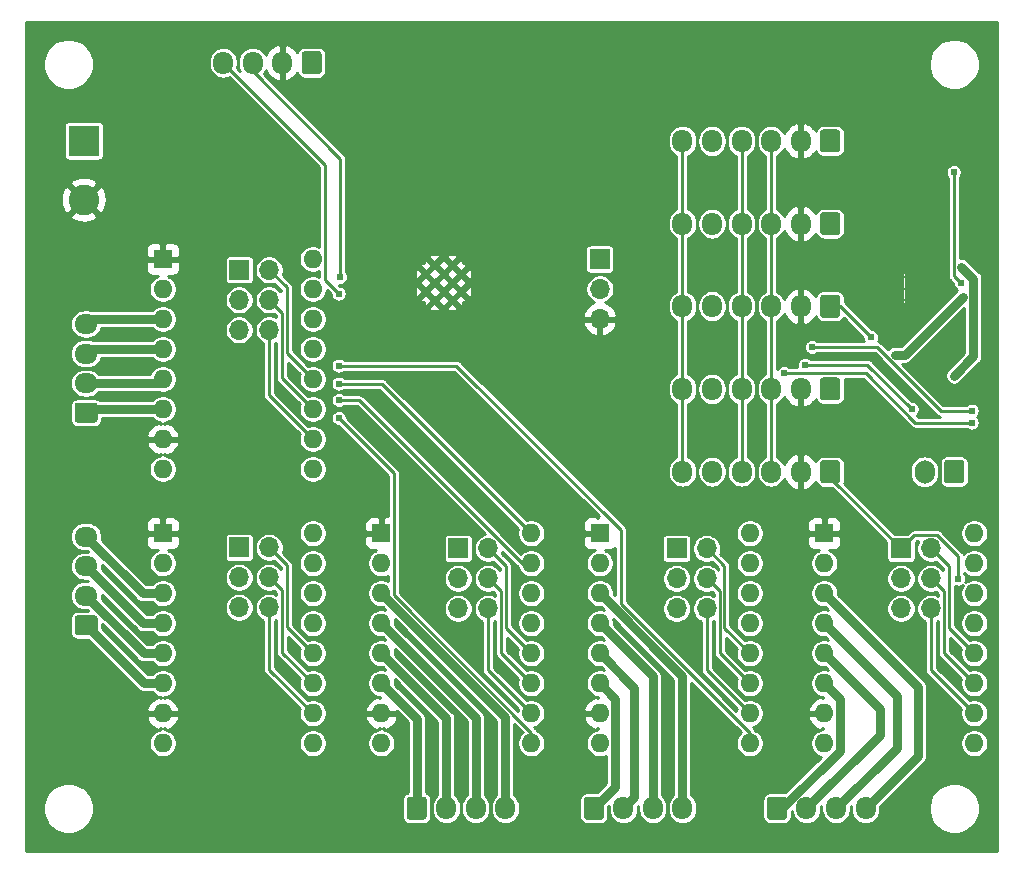
<source format=gbl>
G04 #@! TF.GenerationSoftware,KiCad,Pcbnew,(5.1.9)-1*
G04 #@! TF.CreationDate,2021-08-10T13:47:58-05:00*
G04 #@! TF.ProjectId,DevMagneticEncoders,4465764d-6167-46e6-9574-6963456e636f,rev?*
G04 #@! TF.SameCoordinates,Original*
G04 #@! TF.FileFunction,Copper,L2,Bot*
G04 #@! TF.FilePolarity,Positive*
%FSLAX46Y46*%
G04 Gerber Fmt 4.6, Leading zero omitted, Abs format (unit mm)*
G04 Created by KiCad (PCBNEW (5.1.9)-1) date 2021-08-10 13:47:58*
%MOMM*%
%LPD*%
G01*
G04 APERTURE LIST*
G04 #@! TA.AperFunction,ComponentPad*
%ADD10O,1.700000X1.950000*%
G04 #@! TD*
G04 #@! TA.AperFunction,SMDPad,CuDef*
%ADD11R,1.800000X2.500000*%
G04 #@! TD*
G04 #@! TA.AperFunction,ComponentPad*
%ADD12C,0.500000*%
G04 #@! TD*
G04 #@! TA.AperFunction,ComponentPad*
%ADD13O,1.700000X1.700000*%
G04 #@! TD*
G04 #@! TA.AperFunction,ComponentPad*
%ADD14R,1.700000X1.700000*%
G04 #@! TD*
G04 #@! TA.AperFunction,ComponentPad*
%ADD15O,1.700000X2.000000*%
G04 #@! TD*
G04 #@! TA.AperFunction,ComponentPad*
%ADD16O,1.600000X1.600000*%
G04 #@! TD*
G04 #@! TA.AperFunction,ComponentPad*
%ADD17R,1.600000X1.600000*%
G04 #@! TD*
G04 #@! TA.AperFunction,ComponentPad*
%ADD18C,0.600000*%
G04 #@! TD*
G04 #@! TA.AperFunction,ComponentPad*
%ADD19O,1.950000X1.700000*%
G04 #@! TD*
G04 #@! TA.AperFunction,ComponentPad*
%ADD20C,2.600000*%
G04 #@! TD*
G04 #@! TA.AperFunction,ComponentPad*
%ADD21R,2.600000X2.600000*%
G04 #@! TD*
G04 #@! TA.AperFunction,ViaPad*
%ADD22C,0.609600*%
G04 #@! TD*
G04 #@! TA.AperFunction,Conductor*
%ADD23C,0.254000*%
G04 #@! TD*
G04 #@! TA.AperFunction,Conductor*
%ADD24C,0.762000*%
G04 #@! TD*
G04 #@! TA.AperFunction,Conductor*
%ADD25C,0.100000*%
G04 #@! TD*
G04 #@! TA.AperFunction,Conductor*
%ADD26C,0.127000*%
G04 #@! TD*
G04 APERTURE END LIST*
D10*
X78606000Y-55372000D03*
X81106000Y-55372000D03*
X83606000Y-55372000D03*
G04 #@! TA.AperFunction,ComponentPad*
G36*
G01*
X86956000Y-54647000D02*
X86956000Y-56097000D01*
G75*
G02*
X86706000Y-56347000I-250000J0D01*
G01*
X85506000Y-56347000D01*
G75*
G02*
X85256000Y-56097000I0J250000D01*
G01*
X85256000Y-54647000D01*
G75*
G02*
X85506000Y-54397000I250000J0D01*
G01*
X86706000Y-54397000D01*
G75*
G02*
X86956000Y-54647000I0J-250000D01*
G01*
G37*
G04 #@! TD.AperFunction*
X117500000Y-62000000D03*
X120000000Y-62000000D03*
X122500000Y-62000000D03*
X125000000Y-62000000D03*
X127500000Y-62000000D03*
G04 #@! TA.AperFunction,ComponentPad*
G36*
G01*
X130850000Y-61275000D02*
X130850000Y-62725000D01*
G75*
G02*
X130600000Y-62975000I-250000J0D01*
G01*
X129400000Y-62975000D01*
G75*
G02*
X129150000Y-62725000I0J250000D01*
G01*
X129150000Y-61275000D01*
G75*
G02*
X129400000Y-61025000I250000J0D01*
G01*
X130600000Y-61025000D01*
G75*
G02*
X130850000Y-61275000I0J-250000D01*
G01*
G37*
G04 #@! TD.AperFunction*
D11*
X137160000Y-74500000D03*
D12*
X137810000Y-75500000D03*
X136510000Y-75500000D03*
X137810000Y-74500000D03*
X136510000Y-74500000D03*
X137810000Y-73500000D03*
X136510000Y-73500000D03*
D10*
X133000000Y-118500000D03*
X130500000Y-118500000D03*
X128000000Y-118500000D03*
G04 #@! TA.AperFunction,ComponentPad*
G36*
G01*
X124650000Y-119225000D02*
X124650000Y-117775000D01*
G75*
G02*
X124900000Y-117525000I250000J0D01*
G01*
X126100000Y-117525000D01*
G75*
G02*
X126350000Y-117775000I0J-250000D01*
G01*
X126350000Y-119225000D01*
G75*
G02*
X126100000Y-119475000I-250000J0D01*
G01*
X124900000Y-119475000D01*
G75*
G02*
X124650000Y-119225000I0J250000D01*
G01*
G37*
G04 #@! TD.AperFunction*
X117500000Y-118500000D03*
X115000000Y-118500000D03*
X112500000Y-118500000D03*
G04 #@! TA.AperFunction,ComponentPad*
G36*
G01*
X109150000Y-119225000D02*
X109150000Y-117775000D01*
G75*
G02*
X109400000Y-117525000I250000J0D01*
G01*
X110600000Y-117525000D01*
G75*
G02*
X110850000Y-117775000I0J-250000D01*
G01*
X110850000Y-119225000D01*
G75*
G02*
X110600000Y-119475000I-250000J0D01*
G01*
X109400000Y-119475000D01*
G75*
G02*
X109150000Y-119225000I0J250000D01*
G01*
G37*
G04 #@! TD.AperFunction*
X102500000Y-118500000D03*
X100000000Y-118500000D03*
X97500000Y-118500000D03*
G04 #@! TA.AperFunction,ComponentPad*
G36*
G01*
X94150000Y-119225000D02*
X94150000Y-117775000D01*
G75*
G02*
X94400000Y-117525000I250000J0D01*
G01*
X95600000Y-117525000D01*
G75*
G02*
X95850000Y-117775000I0J-250000D01*
G01*
X95850000Y-119225000D01*
G75*
G02*
X95600000Y-119475000I-250000J0D01*
G01*
X94400000Y-119475000D01*
G75*
G02*
X94150000Y-119225000I0J250000D01*
G01*
G37*
G04 #@! TD.AperFunction*
D13*
X138540000Y-101580000D03*
X136000000Y-101580000D03*
X138540000Y-99040000D03*
X136000000Y-99040000D03*
X138540000Y-96500000D03*
D14*
X136000000Y-96500000D03*
D13*
X119540000Y-101580000D03*
X117000000Y-101580000D03*
X119540000Y-99040000D03*
X117000000Y-99040000D03*
X119540000Y-96500000D03*
D14*
X117000000Y-96500000D03*
D13*
X101040000Y-101580000D03*
X98500000Y-101580000D03*
X101040000Y-99040000D03*
X98500000Y-99040000D03*
X101040000Y-96500000D03*
D14*
X98500000Y-96500000D03*
D10*
X117500000Y-90000000D03*
X120000000Y-90000000D03*
X122500000Y-90000000D03*
X125000000Y-90000000D03*
X127500000Y-90000000D03*
G04 #@! TA.AperFunction,ComponentPad*
G36*
G01*
X130850000Y-89275000D02*
X130850000Y-90725000D01*
G75*
G02*
X130600000Y-90975000I-250000J0D01*
G01*
X129400000Y-90975000D01*
G75*
G02*
X129150000Y-90725000I0J250000D01*
G01*
X129150000Y-89275000D01*
G75*
G02*
X129400000Y-89025000I250000J0D01*
G01*
X130600000Y-89025000D01*
G75*
G02*
X130850000Y-89275000I0J-250000D01*
G01*
G37*
G04 #@! TD.AperFunction*
X117500000Y-83000000D03*
X120000000Y-83000000D03*
X122500000Y-83000000D03*
X125000000Y-83000000D03*
X127500000Y-83000000D03*
G04 #@! TA.AperFunction,ComponentPad*
G36*
G01*
X130850000Y-82275000D02*
X130850000Y-83725000D01*
G75*
G02*
X130600000Y-83975000I-250000J0D01*
G01*
X129400000Y-83975000D01*
G75*
G02*
X129150000Y-83725000I0J250000D01*
G01*
X129150000Y-82275000D01*
G75*
G02*
X129400000Y-82025000I250000J0D01*
G01*
X130600000Y-82025000D01*
G75*
G02*
X130850000Y-82275000I0J-250000D01*
G01*
G37*
G04 #@! TD.AperFunction*
X117500000Y-76000000D03*
X120000000Y-76000000D03*
X122500000Y-76000000D03*
X125000000Y-76000000D03*
X127500000Y-76000000D03*
G04 #@! TA.AperFunction,ComponentPad*
G36*
G01*
X130850000Y-75275000D02*
X130850000Y-76725000D01*
G75*
G02*
X130600000Y-76975000I-250000J0D01*
G01*
X129400000Y-76975000D01*
G75*
G02*
X129150000Y-76725000I0J250000D01*
G01*
X129150000Y-75275000D01*
G75*
G02*
X129400000Y-75025000I250000J0D01*
G01*
X130600000Y-75025000D01*
G75*
G02*
X130850000Y-75275000I0J-250000D01*
G01*
G37*
G04 #@! TD.AperFunction*
D15*
X138000000Y-90000000D03*
G04 #@! TA.AperFunction,ComponentPad*
G36*
G01*
X141350000Y-89250000D02*
X141350000Y-90750000D01*
G75*
G02*
X141100000Y-91000000I-250000J0D01*
G01*
X139900000Y-91000000D01*
G75*
G02*
X139650000Y-90750000I0J250000D01*
G01*
X139650000Y-89250000D01*
G75*
G02*
X139900000Y-89000000I250000J0D01*
G01*
X141100000Y-89000000D01*
G75*
G02*
X141350000Y-89250000I0J-250000D01*
G01*
G37*
G04 #@! TD.AperFunction*
D13*
X110500000Y-77080000D03*
X110500000Y-74540000D03*
D14*
X110500000Y-72000000D03*
D16*
X142200000Y-95220000D03*
X129500000Y-113000000D03*
X142200000Y-97760000D03*
X129500000Y-110460000D03*
X142200000Y-100300000D03*
X129500000Y-107920000D03*
X142200000Y-102840000D03*
X129500000Y-105380000D03*
X142200000Y-105380000D03*
X129500000Y-102840000D03*
X142200000Y-107920000D03*
X129500000Y-100300000D03*
X142200000Y-110460000D03*
X129500000Y-97760000D03*
X142200000Y-113000000D03*
D17*
X129500000Y-95220000D03*
D16*
X123200000Y-95220000D03*
X110500000Y-113000000D03*
X123200000Y-97760000D03*
X110500000Y-110460000D03*
X123200000Y-100300000D03*
X110500000Y-107920000D03*
X123200000Y-102840000D03*
X110500000Y-105380000D03*
X123200000Y-105380000D03*
X110500000Y-102840000D03*
X123200000Y-107920000D03*
X110500000Y-100300000D03*
X123200000Y-110460000D03*
X110500000Y-97760000D03*
X123200000Y-113000000D03*
D17*
X110500000Y-95220000D03*
D16*
X104700000Y-95220000D03*
X92000000Y-113000000D03*
X104700000Y-97760000D03*
X92000000Y-110460000D03*
X104700000Y-100300000D03*
X92000000Y-107920000D03*
X104700000Y-102840000D03*
X92000000Y-105380000D03*
X104700000Y-105380000D03*
X92000000Y-102840000D03*
X104700000Y-107920000D03*
X92000000Y-100300000D03*
X104700000Y-110460000D03*
X92000000Y-97760000D03*
X104700000Y-113000000D03*
D17*
X92000000Y-95220000D03*
D10*
X117500000Y-69000000D03*
X120000000Y-69000000D03*
X122500000Y-69000000D03*
X125000000Y-69000000D03*
X127500000Y-69000000D03*
G04 #@! TA.AperFunction,ComponentPad*
G36*
G01*
X130850000Y-68275000D02*
X130850000Y-69725000D01*
G75*
G02*
X130600000Y-69975000I-250000J0D01*
G01*
X129400000Y-69975000D01*
G75*
G02*
X129150000Y-69725000I0J250000D01*
G01*
X129150000Y-68275000D01*
G75*
G02*
X129400000Y-68025000I250000J0D01*
G01*
X130600000Y-68025000D01*
G75*
G02*
X130850000Y-68275000I0J-250000D01*
G01*
G37*
G04 #@! TD.AperFunction*
D18*
X98000000Y-75500000D03*
X98750000Y-74750000D03*
X98750000Y-73250000D03*
X95750000Y-73250000D03*
X95750000Y-74750000D03*
X96500000Y-75500000D03*
X97300000Y-74750000D03*
X96500000Y-74000000D03*
X97300000Y-73250000D03*
X98000000Y-74000000D03*
X98000000Y-72500000D03*
X96500000Y-72500000D03*
D19*
X67000000Y-77500000D03*
X67000000Y-80000000D03*
X67000000Y-82500000D03*
G04 #@! TA.AperFunction,ComponentPad*
G36*
G01*
X67725000Y-85850000D02*
X66275000Y-85850000D01*
G75*
G02*
X66025000Y-85600000I0J250000D01*
G01*
X66025000Y-84400000D01*
G75*
G02*
X66275000Y-84150000I250000J0D01*
G01*
X67725000Y-84150000D01*
G75*
G02*
X67975000Y-84400000I0J-250000D01*
G01*
X67975000Y-85600000D01*
G75*
G02*
X67725000Y-85850000I-250000J0D01*
G01*
G37*
G04 #@! TD.AperFunction*
X67000000Y-95500000D03*
X67000000Y-98000000D03*
X67000000Y-100500000D03*
G04 #@! TA.AperFunction,ComponentPad*
G36*
G01*
X67725000Y-103850000D02*
X66275000Y-103850000D01*
G75*
G02*
X66025000Y-103600000I0J250000D01*
G01*
X66025000Y-102400000D01*
G75*
G02*
X66275000Y-102150000I250000J0D01*
G01*
X67725000Y-102150000D01*
G75*
G02*
X67975000Y-102400000I0J-250000D01*
G01*
X67975000Y-103600000D01*
G75*
G02*
X67725000Y-103850000I-250000J0D01*
G01*
G37*
G04 #@! TD.AperFunction*
D13*
X82500000Y-78000000D03*
X79960000Y-78000000D03*
X82500000Y-75460000D03*
X79960000Y-75460000D03*
X82500000Y-72920000D03*
D14*
X79960000Y-72920000D03*
D13*
X82500000Y-101500000D03*
X79960000Y-101500000D03*
X82500000Y-98960000D03*
X79960000Y-98960000D03*
X82500000Y-96420000D03*
D14*
X79960000Y-96420000D03*
D20*
X66802000Y-66976000D03*
D21*
X66802000Y-61976000D03*
D16*
X86200000Y-72000000D03*
X73500000Y-89780000D03*
X86200000Y-74540000D03*
X73500000Y-87240000D03*
X86200000Y-77080000D03*
X73500000Y-84700000D03*
X86200000Y-79620000D03*
X73500000Y-82160000D03*
X86200000Y-82160000D03*
X73500000Y-79620000D03*
X86200000Y-84700000D03*
X73500000Y-77080000D03*
X86200000Y-87240000D03*
X73500000Y-74540000D03*
X86200000Y-89780000D03*
D17*
X73500000Y-72000000D03*
D16*
X86200000Y-95220000D03*
X73500000Y-113000000D03*
X86200000Y-97760000D03*
X73500000Y-110460000D03*
X86200000Y-100300000D03*
X73500000Y-107920000D03*
X86200000Y-102840000D03*
X73500000Y-105380000D03*
X86200000Y-105380000D03*
X73500000Y-102840000D03*
X86200000Y-107920000D03*
X73500000Y-100300000D03*
X86200000Y-110460000D03*
X73500000Y-97760000D03*
X86200000Y-113000000D03*
D17*
X73500000Y-95220000D03*
D22*
X142494000Y-64770000D03*
X106426000Y-90932000D03*
X134874000Y-86360000D03*
X89027000Y-91186000D03*
X140843000Y-78232000D03*
X140843000Y-99060000D03*
X133477000Y-78613000D03*
X88392000Y-82550000D03*
X88392000Y-83947000D03*
X88392000Y-85471000D03*
X88392000Y-81026000D03*
X140491990Y-81873010D03*
X141097000Y-72644000D03*
X135520510Y-80095000D03*
X141224000Y-75184000D03*
X141097000Y-74041000D03*
X140462000Y-64643000D03*
X136906000Y-84709000D03*
X127895000Y-80950000D03*
X141986000Y-84836000D03*
X128449000Y-79450000D03*
X141986000Y-85852000D03*
X126117999Y-81654001D03*
X88392000Y-74930000D03*
X88519000Y-73533000D03*
D23*
X130000000Y-90500000D02*
X136000000Y-96500000D01*
X130000000Y-90000000D02*
X130000000Y-90500000D01*
X140843000Y-97169078D02*
X140843000Y-99060000D01*
X139069921Y-95395999D02*
X140843000Y-97169078D01*
X137104001Y-95395999D02*
X139069921Y-95395999D01*
X136000000Y-96500000D02*
X137104001Y-95395999D01*
X130864000Y-76000000D02*
X133477000Y-78613000D01*
X130000000Y-76000000D02*
X130864000Y-76000000D01*
D24*
X71920000Y-107920000D02*
X67000000Y-103000000D01*
X73500000Y-107920000D02*
X71920000Y-107920000D01*
X71880000Y-105380000D02*
X67000000Y-100500000D01*
X73500000Y-105380000D02*
X71880000Y-105380000D01*
D23*
X83985011Y-97905011D02*
X83985011Y-103165011D01*
X83985011Y-103165011D02*
X86200000Y-105380000D01*
X82500000Y-96420000D02*
X83985011Y-97905011D01*
D24*
X71840000Y-102840000D02*
X67000000Y-98000000D01*
X73500000Y-102840000D02*
X71840000Y-102840000D01*
D23*
X83604001Y-105324001D02*
X86200000Y-107920000D01*
X83604001Y-100064001D02*
X83604001Y-105324001D01*
X82500000Y-98960000D02*
X83604001Y-100064001D01*
D24*
X71800000Y-100300000D02*
X67000000Y-95500000D01*
X73500000Y-100300000D02*
X71800000Y-100300000D01*
D23*
X82500000Y-106760000D02*
X86200000Y-110460000D01*
X82500000Y-101500000D02*
X82500000Y-106760000D01*
D24*
X67300000Y-84700000D02*
X67000000Y-85000000D01*
X73500000Y-84700000D02*
X67300000Y-84700000D01*
X73160000Y-82500000D02*
X73500000Y-82160000D01*
X67000000Y-82500000D02*
X73160000Y-82500000D01*
D23*
X83985011Y-79945011D02*
X86200000Y-82160000D01*
X83985011Y-74405011D02*
X83985011Y-79945011D01*
X82500000Y-72920000D02*
X83985011Y-74405011D01*
D24*
X67380000Y-79620000D02*
X67000000Y-80000000D01*
X73500000Y-79620000D02*
X67380000Y-79620000D01*
D23*
X83604001Y-82104001D02*
X86200000Y-84700000D01*
X83604001Y-76564001D02*
X83604001Y-82104001D01*
X82500000Y-75460000D02*
X83604001Y-76564001D01*
D24*
X67420000Y-77080000D02*
X67000000Y-77500000D01*
X73500000Y-77080000D02*
X67420000Y-77080000D01*
D23*
X82500000Y-83540000D02*
X86200000Y-87240000D01*
X82500000Y-78000000D02*
X82500000Y-83540000D01*
X117500000Y-90000000D02*
X117500000Y-83000000D01*
X117500000Y-83000000D02*
X117500000Y-76000000D01*
X117500000Y-76000000D02*
X117500000Y-69000000D01*
X117500000Y-69000000D02*
X117500000Y-62000000D01*
X122500000Y-62000000D02*
X122500000Y-69000000D01*
X122500000Y-69000000D02*
X122500000Y-76000000D01*
X122500000Y-76000000D02*
X122500000Y-83000000D01*
X122500000Y-83000000D02*
X122500000Y-90000000D01*
X125000000Y-62000000D02*
X125000000Y-69000000D01*
X125000000Y-69000000D02*
X125000000Y-76000000D01*
X125000000Y-76000000D02*
X125000000Y-83000000D01*
X125000000Y-83000000D02*
X125000000Y-90000000D01*
X92030000Y-82550000D02*
X104700000Y-95220000D01*
X88392000Y-82550000D02*
X92030000Y-82550000D01*
X103933922Y-97760000D02*
X104700000Y-97760000D01*
X90120922Y-83947000D02*
X103933922Y-97760000D01*
X88392000Y-83947000D02*
X90120922Y-83947000D01*
D24*
X95000000Y-110920000D02*
X95000000Y-118500000D01*
X92000000Y-107920000D02*
X95000000Y-110920000D01*
X97500000Y-110880000D02*
X97500000Y-118500000D01*
X92000000Y-105380000D02*
X97500000Y-110880000D01*
D23*
X102525011Y-103205011D02*
X104700000Y-105380000D01*
X102525011Y-97985011D02*
X102525011Y-103205011D01*
X101040000Y-96500000D02*
X102525011Y-97985011D01*
D24*
X100000000Y-110840000D02*
X100000000Y-118500000D01*
X92000000Y-102840000D02*
X100000000Y-110840000D01*
D23*
X102144001Y-105364001D02*
X104700000Y-107920000D01*
X102144001Y-100144001D02*
X102144001Y-105364001D01*
X101040000Y-99040000D02*
X102144001Y-100144001D01*
D24*
X102500000Y-110800000D02*
X102500000Y-118500000D01*
X92000000Y-100300000D02*
X102500000Y-110800000D01*
D23*
X101040000Y-106800000D02*
X104700000Y-110460000D01*
X101040000Y-101580000D02*
X101040000Y-106800000D01*
X93054001Y-90133001D02*
X93054001Y-100455963D01*
X88392000Y-85471000D02*
X93054001Y-90133001D01*
X104700000Y-112101962D02*
X104700000Y-113000000D01*
X93054001Y-100455963D02*
X104700000Y-112101962D01*
D24*
X111808001Y-116691999D02*
X110000000Y-118500000D01*
X111808001Y-109228001D02*
X111808001Y-116691999D01*
X110500000Y-107920000D02*
X111808001Y-109228001D01*
X113411000Y-117589000D02*
X112500000Y-118500000D01*
X113411000Y-108291000D02*
X113411000Y-117589000D01*
X110500000Y-105380000D02*
X113411000Y-108291000D01*
D23*
X121025011Y-103205011D02*
X123200000Y-105380000D01*
X121025011Y-97985011D02*
X121025011Y-103205011D01*
X119540000Y-96500000D02*
X121025011Y-97985011D01*
D24*
X115000000Y-107340000D02*
X115000000Y-118500000D01*
X110500000Y-102840000D02*
X115000000Y-107340000D01*
D23*
X120644001Y-105364001D02*
X123200000Y-107920000D01*
X120644001Y-100144001D02*
X120644001Y-105364001D01*
X119540000Y-99040000D02*
X120644001Y-100144001D01*
D24*
X117500000Y-107300000D02*
X117500000Y-118500000D01*
X110500000Y-100300000D02*
X117500000Y-107300000D01*
D23*
X119540000Y-106800000D02*
X123200000Y-110460000D01*
X119540000Y-101580000D02*
X119540000Y-106800000D01*
X98363202Y-81026000D02*
X112268000Y-94930798D01*
X88392000Y-81026000D02*
X98363202Y-81026000D01*
X123200000Y-112101962D02*
X123200000Y-113000000D01*
X112268000Y-101169962D02*
X123200000Y-112101962D01*
X112268000Y-94930798D02*
X112268000Y-101169962D01*
D24*
X125935842Y-118500000D02*
X125500000Y-118500000D01*
X130808001Y-113627841D02*
X125935842Y-118500000D01*
X130808001Y-109228001D02*
X130808001Y-113627841D01*
X129500000Y-107920000D02*
X130808001Y-109228001D01*
X129500000Y-105380000D02*
X134239000Y-110119000D01*
X134239000Y-112261000D02*
X128000000Y-118500000D01*
X134239000Y-110119000D02*
X134239000Y-112261000D01*
D23*
X140025011Y-103205011D02*
X142200000Y-105380000D01*
X140025011Y-97985011D02*
X140025011Y-103205011D01*
X138540000Y-96500000D02*
X140025011Y-97985011D01*
D24*
X129500000Y-102840000D02*
X135636000Y-108976000D01*
X135636000Y-113364000D02*
X130500000Y-118500000D01*
X135636000Y-108976000D02*
X135636000Y-113364000D01*
D23*
X139644001Y-105364001D02*
X142200000Y-107920000D01*
X139644001Y-100144001D02*
X139644001Y-105364001D01*
X138540000Y-99040000D02*
X139644001Y-100144001D01*
D24*
X129500000Y-100300000D02*
X137414000Y-108214000D01*
X137414000Y-114086000D02*
X133000000Y-118500000D01*
X137414000Y-108214000D02*
X137414000Y-114086000D01*
D23*
X138540000Y-106800000D02*
X142200000Y-110460000D01*
X138540000Y-101580000D02*
X138540000Y-106800000D01*
D24*
X142113008Y-73660008D02*
X141097000Y-72644000D01*
X142113008Y-80251992D02*
X142113008Y-73660008D01*
X140491990Y-81873010D02*
X142113008Y-80251992D01*
X136313000Y-80095000D02*
X141224000Y-75184000D01*
X135520510Y-80095000D02*
X136313000Y-80095000D01*
D23*
X140462000Y-73406000D02*
X140462000Y-64643000D01*
X141097000Y-74041000D02*
X140462000Y-73406000D01*
X133147000Y-80950000D02*
X127895000Y-80950000D01*
X136906000Y-84709000D02*
X133147000Y-80950000D01*
X133977471Y-79450000D02*
X128449000Y-79450000D01*
X139363471Y-84836000D02*
X133977471Y-79450000D01*
X141986000Y-84836000D02*
X139363471Y-84836000D01*
X133023975Y-81654001D02*
X126117999Y-81654001D01*
X141986000Y-85852000D02*
X137221974Y-85852000D01*
X137221974Y-85852000D02*
X133023975Y-81654001D01*
X87254001Y-64020001D02*
X78606000Y-55372000D01*
X87254001Y-73792001D02*
X87254001Y-64020001D01*
X88392000Y-74930000D02*
X87254001Y-73792001D01*
X88519000Y-73533000D02*
X88519000Y-63500000D01*
X81106000Y-56087000D02*
X81106000Y-55372000D01*
X88519000Y-63500000D02*
X81106000Y-56087000D01*
X144094001Y-122094000D02*
X61906000Y-122094000D01*
X61906000Y-118286715D01*
X63334478Y-118286715D01*
X63334478Y-118713285D01*
X63417698Y-119131659D01*
X63580939Y-119525759D01*
X63817929Y-119880440D01*
X64119560Y-120182071D01*
X64474241Y-120419061D01*
X64868341Y-120582302D01*
X65286715Y-120665522D01*
X65713285Y-120665522D01*
X66131659Y-120582302D01*
X66525759Y-120419061D01*
X66880440Y-120182071D01*
X67182071Y-119880440D01*
X67419061Y-119525759D01*
X67582302Y-119131659D01*
X67665522Y-118713285D01*
X67665522Y-118286715D01*
X67582302Y-117868341D01*
X67419061Y-117474241D01*
X67182071Y-117119560D01*
X66880440Y-116817929D01*
X66525759Y-116580939D01*
X66131659Y-116417698D01*
X65713285Y-116334478D01*
X65286715Y-116334478D01*
X64868341Y-116417698D01*
X64474241Y-116580939D01*
X64119560Y-116817929D01*
X63817929Y-117119560D01*
X63580939Y-117474241D01*
X63417698Y-117868341D01*
X63334478Y-118286715D01*
X61906000Y-118286715D01*
X61906000Y-110809039D01*
X72108096Y-110809039D01*
X72148754Y-110943087D01*
X72268963Y-111197420D01*
X72436481Y-111423414D01*
X72644869Y-111612385D01*
X72886119Y-111757070D01*
X73150960Y-111851909D01*
X73372998Y-111730625D01*
X73372998Y-111821125D01*
X73155515Y-111864386D01*
X72940587Y-111953412D01*
X72747157Y-112082658D01*
X72582658Y-112247157D01*
X72453412Y-112440587D01*
X72364386Y-112655515D01*
X72319000Y-112883682D01*
X72319000Y-113116318D01*
X72364386Y-113344485D01*
X72453412Y-113559413D01*
X72582658Y-113752843D01*
X72747157Y-113917342D01*
X72940587Y-114046588D01*
X73155515Y-114135614D01*
X73383682Y-114181000D01*
X73616318Y-114181000D01*
X73844485Y-114135614D01*
X74059413Y-114046588D01*
X74252843Y-113917342D01*
X74417342Y-113752843D01*
X74546588Y-113559413D01*
X74635614Y-113344485D01*
X74681000Y-113116318D01*
X74681000Y-112883682D01*
X85019000Y-112883682D01*
X85019000Y-113116318D01*
X85064386Y-113344485D01*
X85153412Y-113559413D01*
X85282658Y-113752843D01*
X85447157Y-113917342D01*
X85640587Y-114046588D01*
X85855515Y-114135614D01*
X86083682Y-114181000D01*
X86316318Y-114181000D01*
X86544485Y-114135614D01*
X86759413Y-114046588D01*
X86952843Y-113917342D01*
X87117342Y-113752843D01*
X87246588Y-113559413D01*
X87335614Y-113344485D01*
X87381000Y-113116318D01*
X87381000Y-112883682D01*
X87335614Y-112655515D01*
X87246588Y-112440587D01*
X87117342Y-112247157D01*
X86952843Y-112082658D01*
X86759413Y-111953412D01*
X86544485Y-111864386D01*
X86316318Y-111819000D01*
X86083682Y-111819000D01*
X85855515Y-111864386D01*
X85640587Y-111953412D01*
X85447157Y-112082658D01*
X85282658Y-112247157D01*
X85153412Y-112440587D01*
X85064386Y-112655515D01*
X85019000Y-112883682D01*
X74681000Y-112883682D01*
X74635614Y-112655515D01*
X74546588Y-112440587D01*
X74417342Y-112247157D01*
X74252843Y-112082658D01*
X74059413Y-111953412D01*
X73844485Y-111864386D01*
X73627002Y-111821125D01*
X73627002Y-111730625D01*
X73849040Y-111851909D01*
X74113881Y-111757070D01*
X74355131Y-111612385D01*
X74563519Y-111423414D01*
X74731037Y-111197420D01*
X74851246Y-110943087D01*
X74891904Y-110809039D01*
X74769915Y-110587000D01*
X73627000Y-110587000D01*
X73627000Y-110607000D01*
X73373000Y-110607000D01*
X73373000Y-110587000D01*
X72230085Y-110587000D01*
X72108096Y-110809039D01*
X61906000Y-110809039D01*
X61906000Y-95500000D01*
X65638044Y-95500000D01*
X65661812Y-95741318D01*
X65732202Y-95973363D01*
X65846509Y-96187216D01*
X66000340Y-96374660D01*
X66187784Y-96528491D01*
X66401637Y-96642798D01*
X66633682Y-96713188D01*
X66814528Y-96731000D01*
X67153370Y-96731000D01*
X67192014Y-96769644D01*
X67185472Y-96769000D01*
X66814528Y-96769000D01*
X66633682Y-96786812D01*
X66401637Y-96857202D01*
X66187784Y-96971509D01*
X66000340Y-97125340D01*
X65846509Y-97312784D01*
X65732202Y-97526637D01*
X65661812Y-97758682D01*
X65638044Y-98000000D01*
X65661812Y-98241318D01*
X65732202Y-98473363D01*
X65846509Y-98687216D01*
X66000340Y-98874660D01*
X66187784Y-99028491D01*
X66401637Y-99142798D01*
X66633682Y-99213188D01*
X66814528Y-99231000D01*
X67153370Y-99231000D01*
X67192014Y-99269644D01*
X67185472Y-99269000D01*
X66814528Y-99269000D01*
X66633682Y-99286812D01*
X66401637Y-99357202D01*
X66187784Y-99471509D01*
X66000340Y-99625340D01*
X65846509Y-99812784D01*
X65732202Y-100026637D01*
X65661812Y-100258682D01*
X65638044Y-100500000D01*
X65661812Y-100741318D01*
X65732202Y-100973363D01*
X65846509Y-101187216D01*
X66000340Y-101374660D01*
X66187784Y-101528491D01*
X66401637Y-101642798D01*
X66633682Y-101713188D01*
X66814528Y-101731000D01*
X67153370Y-101731000D01*
X67189527Y-101767157D01*
X66275000Y-101767157D01*
X66151538Y-101779317D01*
X66032821Y-101815329D01*
X65923411Y-101873810D01*
X65827512Y-101952512D01*
X65748810Y-102048411D01*
X65690329Y-102157821D01*
X65654317Y-102276538D01*
X65642157Y-102400000D01*
X65642157Y-103600000D01*
X65654317Y-103723462D01*
X65690329Y-103842179D01*
X65748810Y-103951589D01*
X65827512Y-104047488D01*
X65923411Y-104126190D01*
X66032821Y-104184671D01*
X66151538Y-104220683D01*
X66275000Y-104232843D01*
X67155213Y-104232843D01*
X71354716Y-108432346D01*
X71378578Y-108461422D01*
X71450686Y-108520599D01*
X71494607Y-108556645D01*
X71559548Y-108591356D01*
X71626985Y-108627402D01*
X71770622Y-108670974D01*
X71882574Y-108682000D01*
X71882577Y-108682000D01*
X71920000Y-108685686D01*
X71957423Y-108682000D01*
X72591815Y-108682000D01*
X72747157Y-108837342D01*
X72940587Y-108966588D01*
X73155515Y-109055614D01*
X73372998Y-109098875D01*
X73372998Y-109189375D01*
X73150960Y-109068091D01*
X72886119Y-109162930D01*
X72644869Y-109307615D01*
X72436481Y-109496586D01*
X72268963Y-109722580D01*
X72148754Y-109976913D01*
X72108096Y-110110961D01*
X72230085Y-110333000D01*
X73373000Y-110333000D01*
X73373000Y-110313000D01*
X73627000Y-110313000D01*
X73627000Y-110333000D01*
X74769915Y-110333000D01*
X74891904Y-110110961D01*
X74851246Y-109976913D01*
X74731037Y-109722580D01*
X74563519Y-109496586D01*
X74355131Y-109307615D01*
X74113881Y-109162930D01*
X73849040Y-109068091D01*
X73627002Y-109189375D01*
X73627002Y-109098875D01*
X73844485Y-109055614D01*
X74059413Y-108966588D01*
X74252843Y-108837342D01*
X74417342Y-108672843D01*
X74546588Y-108479413D01*
X74635614Y-108264485D01*
X74681000Y-108036318D01*
X74681000Y-107803682D01*
X74635614Y-107575515D01*
X74546588Y-107360587D01*
X74417342Y-107167157D01*
X74252843Y-107002658D01*
X74059413Y-106873412D01*
X73844485Y-106784386D01*
X73616318Y-106739000D01*
X73383682Y-106739000D01*
X73155515Y-106784386D01*
X72940587Y-106873412D01*
X72747157Y-107002658D01*
X72591815Y-107158000D01*
X72235630Y-107158000D01*
X68357843Y-103280213D01*
X68357843Y-102935473D01*
X71314720Y-105892351D01*
X71338578Y-105921422D01*
X71454608Y-106016645D01*
X71586985Y-106087402D01*
X71730622Y-106130974D01*
X71842574Y-106142000D01*
X71842576Y-106142000D01*
X71879999Y-106145686D01*
X71917422Y-106142000D01*
X72591815Y-106142000D01*
X72747157Y-106297342D01*
X72940587Y-106426588D01*
X73155515Y-106515614D01*
X73383682Y-106561000D01*
X73616318Y-106561000D01*
X73844485Y-106515614D01*
X74059413Y-106426588D01*
X74252843Y-106297342D01*
X74417342Y-106132843D01*
X74546588Y-105939413D01*
X74635614Y-105724485D01*
X74681000Y-105496318D01*
X74681000Y-105263682D01*
X74635614Y-105035515D01*
X74546588Y-104820587D01*
X74417342Y-104627157D01*
X74252843Y-104462658D01*
X74059413Y-104333412D01*
X73844485Y-104244386D01*
X73616318Y-104199000D01*
X73383682Y-104199000D01*
X73155515Y-104244386D01*
X72940587Y-104333412D01*
X72747157Y-104462658D01*
X72591815Y-104618000D01*
X72195631Y-104618000D01*
X68333710Y-100756080D01*
X68338188Y-100741318D01*
X68361956Y-100500000D01*
X68355356Y-100432986D01*
X71274716Y-103352346D01*
X71298578Y-103381422D01*
X71352156Y-103425392D01*
X71414607Y-103476645D01*
X71436985Y-103488606D01*
X71546985Y-103547402D01*
X71690622Y-103590974D01*
X71802574Y-103602000D01*
X71802577Y-103602000D01*
X71840000Y-103605686D01*
X71877423Y-103602000D01*
X72591815Y-103602000D01*
X72747157Y-103757342D01*
X72940587Y-103886588D01*
X73155515Y-103975614D01*
X73383682Y-104021000D01*
X73616318Y-104021000D01*
X73844485Y-103975614D01*
X74059413Y-103886588D01*
X74252843Y-103757342D01*
X74417342Y-103592843D01*
X74546588Y-103399413D01*
X74635614Y-103184485D01*
X74681000Y-102956318D01*
X74681000Y-102723682D01*
X74635614Y-102495515D01*
X74546588Y-102280587D01*
X74417342Y-102087157D01*
X74252843Y-101922658D01*
X74059413Y-101793412D01*
X73844485Y-101704386D01*
X73616318Y-101659000D01*
X73383682Y-101659000D01*
X73155515Y-101704386D01*
X72940587Y-101793412D01*
X72747157Y-101922658D01*
X72591815Y-102078000D01*
X72155630Y-102078000D01*
X68333710Y-98256080D01*
X68338188Y-98241318D01*
X68361956Y-98000000D01*
X68355356Y-97932986D01*
X71234720Y-100812351D01*
X71258578Y-100841422D01*
X71374608Y-100936645D01*
X71506985Y-101007402D01*
X71650622Y-101050974D01*
X71762574Y-101062000D01*
X71762576Y-101062000D01*
X71799999Y-101065686D01*
X71837422Y-101062000D01*
X72591815Y-101062000D01*
X72747157Y-101217342D01*
X72940587Y-101346588D01*
X73155515Y-101435614D01*
X73383682Y-101481000D01*
X73616318Y-101481000D01*
X73844485Y-101435614D01*
X73981750Y-101378757D01*
X78729000Y-101378757D01*
X78729000Y-101621243D01*
X78776307Y-101859069D01*
X78869102Y-102083097D01*
X79003820Y-102284717D01*
X79175283Y-102456180D01*
X79376903Y-102590898D01*
X79600931Y-102683693D01*
X79838757Y-102731000D01*
X80081243Y-102731000D01*
X80319069Y-102683693D01*
X80543097Y-102590898D01*
X80744717Y-102456180D01*
X80916180Y-102284717D01*
X81050898Y-102083097D01*
X81143693Y-101859069D01*
X81191000Y-101621243D01*
X81191000Y-101378757D01*
X81143693Y-101140931D01*
X81050898Y-100916903D01*
X80916180Y-100715283D01*
X80744717Y-100543820D01*
X80543097Y-100409102D01*
X80319069Y-100316307D01*
X80081243Y-100269000D01*
X79838757Y-100269000D01*
X79600931Y-100316307D01*
X79376903Y-100409102D01*
X79175283Y-100543820D01*
X79003820Y-100715283D01*
X78869102Y-100916903D01*
X78776307Y-101140931D01*
X78729000Y-101378757D01*
X73981750Y-101378757D01*
X74059413Y-101346588D01*
X74252843Y-101217342D01*
X74417342Y-101052843D01*
X74546588Y-100859413D01*
X74635614Y-100644485D01*
X74681000Y-100416318D01*
X74681000Y-100183682D01*
X74635614Y-99955515D01*
X74546588Y-99740587D01*
X74417342Y-99547157D01*
X74252843Y-99382658D01*
X74059413Y-99253412D01*
X73844485Y-99164386D01*
X73616318Y-99119000D01*
X73383682Y-99119000D01*
X73155515Y-99164386D01*
X72940587Y-99253412D01*
X72747157Y-99382658D01*
X72591815Y-99538000D01*
X72115631Y-99538000D01*
X68597631Y-96020000D01*
X72061928Y-96020000D01*
X72074188Y-96144482D01*
X72110498Y-96264180D01*
X72169463Y-96374494D01*
X72248815Y-96471185D01*
X72345506Y-96550537D01*
X72455820Y-96609502D01*
X72575518Y-96645812D01*
X72700000Y-96658072D01*
X73079665Y-96655804D01*
X72940587Y-96713412D01*
X72747157Y-96842658D01*
X72582658Y-97007157D01*
X72453412Y-97200587D01*
X72364386Y-97415515D01*
X72319000Y-97643682D01*
X72319000Y-97876318D01*
X72364386Y-98104485D01*
X72453412Y-98319413D01*
X72582658Y-98512843D01*
X72747157Y-98677342D01*
X72940587Y-98806588D01*
X73155515Y-98895614D01*
X73383682Y-98941000D01*
X73616318Y-98941000D01*
X73844485Y-98895614D01*
X73981750Y-98838757D01*
X78729000Y-98838757D01*
X78729000Y-99081243D01*
X78776307Y-99319069D01*
X78869102Y-99543097D01*
X79003820Y-99744717D01*
X79175283Y-99916180D01*
X79376903Y-100050898D01*
X79600931Y-100143693D01*
X79838757Y-100191000D01*
X80081243Y-100191000D01*
X80319069Y-100143693D01*
X80543097Y-100050898D01*
X80744717Y-99916180D01*
X80916180Y-99744717D01*
X81050898Y-99543097D01*
X81143693Y-99319069D01*
X81191000Y-99081243D01*
X81191000Y-98838757D01*
X81143693Y-98600931D01*
X81050898Y-98376903D01*
X80916180Y-98175283D01*
X80744717Y-98003820D01*
X80543097Y-97869102D01*
X80319069Y-97776307D01*
X80081243Y-97729000D01*
X79838757Y-97729000D01*
X79600931Y-97776307D01*
X79376903Y-97869102D01*
X79175283Y-98003820D01*
X79003820Y-98175283D01*
X78869102Y-98376903D01*
X78776307Y-98600931D01*
X78729000Y-98838757D01*
X73981750Y-98838757D01*
X74059413Y-98806588D01*
X74252843Y-98677342D01*
X74417342Y-98512843D01*
X74546588Y-98319413D01*
X74635614Y-98104485D01*
X74681000Y-97876318D01*
X74681000Y-97643682D01*
X74635614Y-97415515D01*
X74546588Y-97200587D01*
X74417342Y-97007157D01*
X74252843Y-96842658D01*
X74059413Y-96713412D01*
X73920335Y-96655804D01*
X74300000Y-96658072D01*
X74424482Y-96645812D01*
X74544180Y-96609502D01*
X74654494Y-96550537D01*
X74751185Y-96471185D01*
X74830537Y-96374494D01*
X74889502Y-96264180D01*
X74925812Y-96144482D01*
X74938072Y-96020000D01*
X74935384Y-95570000D01*
X78727157Y-95570000D01*
X78727157Y-97270000D01*
X78734513Y-97344689D01*
X78756299Y-97416508D01*
X78791678Y-97482696D01*
X78839289Y-97540711D01*
X78897304Y-97588322D01*
X78963492Y-97623701D01*
X79035311Y-97645487D01*
X79110000Y-97652843D01*
X80810000Y-97652843D01*
X80884689Y-97645487D01*
X80956508Y-97623701D01*
X81022696Y-97588322D01*
X81080711Y-97540711D01*
X81128322Y-97482696D01*
X81163701Y-97416508D01*
X81185487Y-97344689D01*
X81192843Y-97270000D01*
X81192843Y-96298757D01*
X81269000Y-96298757D01*
X81269000Y-96541243D01*
X81316307Y-96779069D01*
X81409102Y-97003097D01*
X81543820Y-97204717D01*
X81715283Y-97376180D01*
X81916903Y-97510898D01*
X82140931Y-97603693D01*
X82378757Y-97651000D01*
X82621243Y-97651000D01*
X82859069Y-97603693D01*
X82934167Y-97572587D01*
X83477011Y-98115431D01*
X83477011Y-98206459D01*
X83456180Y-98175283D01*
X83284717Y-98003820D01*
X83083097Y-97869102D01*
X82859069Y-97776307D01*
X82621243Y-97729000D01*
X82378757Y-97729000D01*
X82140931Y-97776307D01*
X81916903Y-97869102D01*
X81715283Y-98003820D01*
X81543820Y-98175283D01*
X81409102Y-98376903D01*
X81316307Y-98600931D01*
X81269000Y-98838757D01*
X81269000Y-99081243D01*
X81316307Y-99319069D01*
X81409102Y-99543097D01*
X81543820Y-99744717D01*
X81715283Y-99916180D01*
X81916903Y-100050898D01*
X82140931Y-100143693D01*
X82378757Y-100191000D01*
X82621243Y-100191000D01*
X82859069Y-100143693D01*
X82934166Y-100112587D01*
X83096001Y-100274422D01*
X83096001Y-100417724D01*
X83083097Y-100409102D01*
X82859069Y-100316307D01*
X82621243Y-100269000D01*
X82378757Y-100269000D01*
X82140931Y-100316307D01*
X81916903Y-100409102D01*
X81715283Y-100543820D01*
X81543820Y-100715283D01*
X81409102Y-100916903D01*
X81316307Y-101140931D01*
X81269000Y-101378757D01*
X81269000Y-101621243D01*
X81316307Y-101859069D01*
X81409102Y-102083097D01*
X81543820Y-102284717D01*
X81715283Y-102456180D01*
X81916903Y-102590898D01*
X81992000Y-102622004D01*
X81992001Y-106735046D01*
X81989543Y-106760000D01*
X81998474Y-106850674D01*
X81999352Y-106859585D01*
X82028400Y-106955343D01*
X82075571Y-107043595D01*
X82123150Y-107101570D01*
X82139053Y-107120948D01*
X82158430Y-107136850D01*
X85085682Y-110064103D01*
X85064386Y-110115515D01*
X85019000Y-110343682D01*
X85019000Y-110576318D01*
X85064386Y-110804485D01*
X85153412Y-111019413D01*
X85282658Y-111212843D01*
X85447157Y-111377342D01*
X85640587Y-111506588D01*
X85855515Y-111595614D01*
X86083682Y-111641000D01*
X86316318Y-111641000D01*
X86544485Y-111595614D01*
X86759413Y-111506588D01*
X86952843Y-111377342D01*
X87117342Y-111212843D01*
X87246588Y-111019413D01*
X87333727Y-110809039D01*
X90608096Y-110809039D01*
X90648754Y-110943087D01*
X90768963Y-111197420D01*
X90936481Y-111423414D01*
X91144869Y-111612385D01*
X91386119Y-111757070D01*
X91650960Y-111851909D01*
X91872998Y-111730625D01*
X91872998Y-111821125D01*
X91655515Y-111864386D01*
X91440587Y-111953412D01*
X91247157Y-112082658D01*
X91082658Y-112247157D01*
X90953412Y-112440587D01*
X90864386Y-112655515D01*
X90819000Y-112883682D01*
X90819000Y-113116318D01*
X90864386Y-113344485D01*
X90953412Y-113559413D01*
X91082658Y-113752843D01*
X91247157Y-113917342D01*
X91440587Y-114046588D01*
X91655515Y-114135614D01*
X91883682Y-114181000D01*
X92116318Y-114181000D01*
X92344485Y-114135614D01*
X92559413Y-114046588D01*
X92752843Y-113917342D01*
X92917342Y-113752843D01*
X93046588Y-113559413D01*
X93135614Y-113344485D01*
X93181000Y-113116318D01*
X93181000Y-112883682D01*
X93135614Y-112655515D01*
X93046588Y-112440587D01*
X92917342Y-112247157D01*
X92752843Y-112082658D01*
X92559413Y-111953412D01*
X92344485Y-111864386D01*
X92127002Y-111821125D01*
X92127002Y-111730625D01*
X92349040Y-111851909D01*
X92613881Y-111757070D01*
X92855131Y-111612385D01*
X93063519Y-111423414D01*
X93231037Y-111197420D01*
X93351246Y-110943087D01*
X93391904Y-110809039D01*
X93269915Y-110587000D01*
X92127000Y-110587000D01*
X92127000Y-110607000D01*
X91873000Y-110607000D01*
X91873000Y-110587000D01*
X90730085Y-110587000D01*
X90608096Y-110809039D01*
X87333727Y-110809039D01*
X87335614Y-110804485D01*
X87381000Y-110576318D01*
X87381000Y-110343682D01*
X87335614Y-110115515D01*
X87246588Y-109900587D01*
X87117342Y-109707157D01*
X86952843Y-109542658D01*
X86759413Y-109413412D01*
X86544485Y-109324386D01*
X86316318Y-109279000D01*
X86083682Y-109279000D01*
X85855515Y-109324386D01*
X85804103Y-109345682D01*
X83008000Y-106549580D01*
X83008000Y-102622004D01*
X83083097Y-102590898D01*
X83096001Y-102582276D01*
X83096002Y-105299047D01*
X83093544Y-105324001D01*
X83103353Y-105423585D01*
X83132401Y-105519344D01*
X83179572Y-105607596D01*
X83225529Y-105663594D01*
X83243054Y-105684949D01*
X83262431Y-105700851D01*
X85085682Y-107524102D01*
X85064386Y-107575515D01*
X85019000Y-107803682D01*
X85019000Y-108036318D01*
X85064386Y-108264485D01*
X85153412Y-108479413D01*
X85282658Y-108672843D01*
X85447157Y-108837342D01*
X85640587Y-108966588D01*
X85855515Y-109055614D01*
X86083682Y-109101000D01*
X86316318Y-109101000D01*
X86544485Y-109055614D01*
X86759413Y-108966588D01*
X86952843Y-108837342D01*
X87117342Y-108672843D01*
X87246588Y-108479413D01*
X87335614Y-108264485D01*
X87381000Y-108036318D01*
X87381000Y-107803682D01*
X87335614Y-107575515D01*
X87246588Y-107360587D01*
X87117342Y-107167157D01*
X86952843Y-107002658D01*
X86759413Y-106873412D01*
X86544485Y-106784386D01*
X86316318Y-106739000D01*
X86083682Y-106739000D01*
X85855515Y-106784386D01*
X85804102Y-106805682D01*
X84112001Y-105113581D01*
X84112001Y-104010421D01*
X85085682Y-104984102D01*
X85064386Y-105035515D01*
X85019000Y-105263682D01*
X85019000Y-105496318D01*
X85064386Y-105724485D01*
X85153412Y-105939413D01*
X85282658Y-106132843D01*
X85447157Y-106297342D01*
X85640587Y-106426588D01*
X85855515Y-106515614D01*
X86083682Y-106561000D01*
X86316318Y-106561000D01*
X86544485Y-106515614D01*
X86759413Y-106426588D01*
X86952843Y-106297342D01*
X87117342Y-106132843D01*
X87246588Y-105939413D01*
X87335614Y-105724485D01*
X87381000Y-105496318D01*
X87381000Y-105263682D01*
X87335614Y-105035515D01*
X87246588Y-104820587D01*
X87117342Y-104627157D01*
X86952843Y-104462658D01*
X86759413Y-104333412D01*
X86544485Y-104244386D01*
X86316318Y-104199000D01*
X86083682Y-104199000D01*
X85855515Y-104244386D01*
X85804102Y-104265682D01*
X84493011Y-102954591D01*
X84493011Y-102723682D01*
X85019000Y-102723682D01*
X85019000Y-102956318D01*
X85064386Y-103184485D01*
X85153412Y-103399413D01*
X85282658Y-103592843D01*
X85447157Y-103757342D01*
X85640587Y-103886588D01*
X85855515Y-103975614D01*
X86083682Y-104021000D01*
X86316318Y-104021000D01*
X86544485Y-103975614D01*
X86759413Y-103886588D01*
X86952843Y-103757342D01*
X87117342Y-103592843D01*
X87246588Y-103399413D01*
X87335614Y-103184485D01*
X87381000Y-102956318D01*
X87381000Y-102723682D01*
X87335614Y-102495515D01*
X87246588Y-102280587D01*
X87117342Y-102087157D01*
X86952843Y-101922658D01*
X86759413Y-101793412D01*
X86544485Y-101704386D01*
X86316318Y-101659000D01*
X86083682Y-101659000D01*
X85855515Y-101704386D01*
X85640587Y-101793412D01*
X85447157Y-101922658D01*
X85282658Y-102087157D01*
X85153412Y-102280587D01*
X85064386Y-102495515D01*
X85019000Y-102723682D01*
X84493011Y-102723682D01*
X84493011Y-100183682D01*
X85019000Y-100183682D01*
X85019000Y-100416318D01*
X85064386Y-100644485D01*
X85153412Y-100859413D01*
X85282658Y-101052843D01*
X85447157Y-101217342D01*
X85640587Y-101346588D01*
X85855515Y-101435614D01*
X86083682Y-101481000D01*
X86316318Y-101481000D01*
X86544485Y-101435614D01*
X86759413Y-101346588D01*
X86952843Y-101217342D01*
X87117342Y-101052843D01*
X87246588Y-100859413D01*
X87335614Y-100644485D01*
X87381000Y-100416318D01*
X87381000Y-100183682D01*
X87335614Y-99955515D01*
X87246588Y-99740587D01*
X87117342Y-99547157D01*
X86952843Y-99382658D01*
X86759413Y-99253412D01*
X86544485Y-99164386D01*
X86316318Y-99119000D01*
X86083682Y-99119000D01*
X85855515Y-99164386D01*
X85640587Y-99253412D01*
X85447157Y-99382658D01*
X85282658Y-99547157D01*
X85153412Y-99740587D01*
X85064386Y-99955515D01*
X85019000Y-100183682D01*
X84493011Y-100183682D01*
X84493011Y-97929955D01*
X84495468Y-97905011D01*
X84490994Y-97859585D01*
X84485660Y-97805426D01*
X84456612Y-97709668D01*
X84421342Y-97643682D01*
X85019000Y-97643682D01*
X85019000Y-97876318D01*
X85064386Y-98104485D01*
X85153412Y-98319413D01*
X85282658Y-98512843D01*
X85447157Y-98677342D01*
X85640587Y-98806588D01*
X85855515Y-98895614D01*
X86083682Y-98941000D01*
X86316318Y-98941000D01*
X86544485Y-98895614D01*
X86759413Y-98806588D01*
X86952843Y-98677342D01*
X87117342Y-98512843D01*
X87246588Y-98319413D01*
X87335614Y-98104485D01*
X87381000Y-97876318D01*
X87381000Y-97643682D01*
X87335614Y-97415515D01*
X87246588Y-97200587D01*
X87117342Y-97007157D01*
X86952843Y-96842658D01*
X86759413Y-96713412D01*
X86544485Y-96624386D01*
X86316318Y-96579000D01*
X86083682Y-96579000D01*
X85855515Y-96624386D01*
X85640587Y-96713412D01*
X85447157Y-96842658D01*
X85282658Y-97007157D01*
X85153412Y-97200587D01*
X85064386Y-97415515D01*
X85019000Y-97643682D01*
X84421342Y-97643682D01*
X84409440Y-97621416D01*
X84345959Y-97544063D01*
X84326576Y-97528156D01*
X83652587Y-96854167D01*
X83683693Y-96779069D01*
X83731000Y-96541243D01*
X83731000Y-96298757D01*
X83683693Y-96060931D01*
X83590898Y-95836903D01*
X83456180Y-95635283D01*
X83284717Y-95463820D01*
X83083097Y-95329102D01*
X82859069Y-95236307D01*
X82621243Y-95189000D01*
X82378757Y-95189000D01*
X82140931Y-95236307D01*
X81916903Y-95329102D01*
X81715283Y-95463820D01*
X81543820Y-95635283D01*
X81409102Y-95836903D01*
X81316307Y-96060931D01*
X81269000Y-96298757D01*
X81192843Y-96298757D01*
X81192843Y-95570000D01*
X81185487Y-95495311D01*
X81163701Y-95423492D01*
X81128322Y-95357304D01*
X81080711Y-95299289D01*
X81022696Y-95251678D01*
X80956508Y-95216299D01*
X80884689Y-95194513D01*
X80810000Y-95187157D01*
X79110000Y-95187157D01*
X79035311Y-95194513D01*
X78963492Y-95216299D01*
X78897304Y-95251678D01*
X78839289Y-95299289D01*
X78791678Y-95357304D01*
X78756299Y-95423492D01*
X78734513Y-95495311D01*
X78727157Y-95570000D01*
X74935384Y-95570000D01*
X74935000Y-95505750D01*
X74776250Y-95347000D01*
X73627000Y-95347000D01*
X73627000Y-95367000D01*
X73373000Y-95367000D01*
X73373000Y-95347000D01*
X72223750Y-95347000D01*
X72065000Y-95505750D01*
X72061928Y-96020000D01*
X68597631Y-96020000D01*
X68333710Y-95756080D01*
X68338188Y-95741318D01*
X68361956Y-95500000D01*
X68338188Y-95258682D01*
X68291170Y-95103682D01*
X85019000Y-95103682D01*
X85019000Y-95336318D01*
X85064386Y-95564485D01*
X85153412Y-95779413D01*
X85282658Y-95972843D01*
X85447157Y-96137342D01*
X85640587Y-96266588D01*
X85855515Y-96355614D01*
X86083682Y-96401000D01*
X86316318Y-96401000D01*
X86544485Y-96355614D01*
X86759413Y-96266588D01*
X86952843Y-96137342D01*
X87117342Y-95972843D01*
X87246588Y-95779413D01*
X87335614Y-95564485D01*
X87381000Y-95336318D01*
X87381000Y-95103682D01*
X87335614Y-94875515D01*
X87246588Y-94660587D01*
X87117342Y-94467157D01*
X87070185Y-94420000D01*
X90561928Y-94420000D01*
X90565000Y-94934250D01*
X90723750Y-95093000D01*
X91873000Y-95093000D01*
X91873000Y-93943750D01*
X91714250Y-93785000D01*
X91200000Y-93781928D01*
X91075518Y-93794188D01*
X90955820Y-93830498D01*
X90845506Y-93889463D01*
X90748815Y-93968815D01*
X90669463Y-94065506D01*
X90610498Y-94175820D01*
X90574188Y-94295518D01*
X90561928Y-94420000D01*
X87070185Y-94420000D01*
X86952843Y-94302658D01*
X86759413Y-94173412D01*
X86544485Y-94084386D01*
X86316318Y-94039000D01*
X86083682Y-94039000D01*
X85855515Y-94084386D01*
X85640587Y-94173412D01*
X85447157Y-94302658D01*
X85282658Y-94467157D01*
X85153412Y-94660587D01*
X85064386Y-94875515D01*
X85019000Y-95103682D01*
X68291170Y-95103682D01*
X68267798Y-95026637D01*
X68153491Y-94812784D01*
X67999660Y-94625340D01*
X67812216Y-94471509D01*
X67715850Y-94420000D01*
X72061928Y-94420000D01*
X72065000Y-94934250D01*
X72223750Y-95093000D01*
X73373000Y-95093000D01*
X73373000Y-93943750D01*
X73627000Y-93943750D01*
X73627000Y-95093000D01*
X74776250Y-95093000D01*
X74935000Y-94934250D01*
X74938072Y-94420000D01*
X74925812Y-94295518D01*
X74889502Y-94175820D01*
X74830537Y-94065506D01*
X74751185Y-93968815D01*
X74654494Y-93889463D01*
X74544180Y-93830498D01*
X74424482Y-93794188D01*
X74300000Y-93781928D01*
X73785750Y-93785000D01*
X73627000Y-93943750D01*
X73373000Y-93943750D01*
X73214250Y-93785000D01*
X72700000Y-93781928D01*
X72575518Y-93794188D01*
X72455820Y-93830498D01*
X72345506Y-93889463D01*
X72248815Y-93968815D01*
X72169463Y-94065506D01*
X72110498Y-94175820D01*
X72074188Y-94295518D01*
X72061928Y-94420000D01*
X67715850Y-94420000D01*
X67598363Y-94357202D01*
X67366318Y-94286812D01*
X67185472Y-94269000D01*
X66814528Y-94269000D01*
X66633682Y-94286812D01*
X66401637Y-94357202D01*
X66187784Y-94471509D01*
X66000340Y-94625340D01*
X65846509Y-94812784D01*
X65732202Y-95026637D01*
X65661812Y-95258682D01*
X65638044Y-95500000D01*
X61906000Y-95500000D01*
X61906000Y-87589039D01*
X72108096Y-87589039D01*
X72148754Y-87723087D01*
X72268963Y-87977420D01*
X72436481Y-88203414D01*
X72644869Y-88392385D01*
X72886119Y-88537070D01*
X73150960Y-88631909D01*
X73372998Y-88510625D01*
X73372998Y-88601125D01*
X73155515Y-88644386D01*
X72940587Y-88733412D01*
X72747157Y-88862658D01*
X72582658Y-89027157D01*
X72453412Y-89220587D01*
X72364386Y-89435515D01*
X72319000Y-89663682D01*
X72319000Y-89896318D01*
X72364386Y-90124485D01*
X72453412Y-90339413D01*
X72582658Y-90532843D01*
X72747157Y-90697342D01*
X72940587Y-90826588D01*
X73155515Y-90915614D01*
X73383682Y-90961000D01*
X73616318Y-90961000D01*
X73844485Y-90915614D01*
X74059413Y-90826588D01*
X74252843Y-90697342D01*
X74417342Y-90532843D01*
X74546588Y-90339413D01*
X74635614Y-90124485D01*
X74681000Y-89896318D01*
X74681000Y-89663682D01*
X85019000Y-89663682D01*
X85019000Y-89896318D01*
X85064386Y-90124485D01*
X85153412Y-90339413D01*
X85282658Y-90532843D01*
X85447157Y-90697342D01*
X85640587Y-90826588D01*
X85855515Y-90915614D01*
X86083682Y-90961000D01*
X86316318Y-90961000D01*
X86544485Y-90915614D01*
X86759413Y-90826588D01*
X86952843Y-90697342D01*
X87117342Y-90532843D01*
X87246588Y-90339413D01*
X87335614Y-90124485D01*
X87381000Y-89896318D01*
X87381000Y-89663682D01*
X87335614Y-89435515D01*
X87246588Y-89220587D01*
X87117342Y-89027157D01*
X86952843Y-88862658D01*
X86759413Y-88733412D01*
X86544485Y-88644386D01*
X86316318Y-88599000D01*
X86083682Y-88599000D01*
X85855515Y-88644386D01*
X85640587Y-88733412D01*
X85447157Y-88862658D01*
X85282658Y-89027157D01*
X85153412Y-89220587D01*
X85064386Y-89435515D01*
X85019000Y-89663682D01*
X74681000Y-89663682D01*
X74635614Y-89435515D01*
X74546588Y-89220587D01*
X74417342Y-89027157D01*
X74252843Y-88862658D01*
X74059413Y-88733412D01*
X73844485Y-88644386D01*
X73627002Y-88601125D01*
X73627002Y-88510625D01*
X73849040Y-88631909D01*
X74113881Y-88537070D01*
X74355131Y-88392385D01*
X74563519Y-88203414D01*
X74731037Y-87977420D01*
X74851246Y-87723087D01*
X74891904Y-87589039D01*
X74769915Y-87367000D01*
X73627000Y-87367000D01*
X73627000Y-87387000D01*
X73373000Y-87387000D01*
X73373000Y-87367000D01*
X72230085Y-87367000D01*
X72108096Y-87589039D01*
X61906000Y-87589039D01*
X61906000Y-84400000D01*
X65642157Y-84400000D01*
X65642157Y-85600000D01*
X65654317Y-85723462D01*
X65690329Y-85842179D01*
X65748810Y-85951589D01*
X65827512Y-86047488D01*
X65923411Y-86126190D01*
X66032821Y-86184671D01*
X66151538Y-86220683D01*
X66275000Y-86232843D01*
X67725000Y-86232843D01*
X67848462Y-86220683D01*
X67967179Y-86184671D01*
X68076589Y-86126190D01*
X68172488Y-86047488D01*
X68251190Y-85951589D01*
X68309671Y-85842179D01*
X68345683Y-85723462D01*
X68357843Y-85600000D01*
X68357843Y-85462000D01*
X72591815Y-85462000D01*
X72747157Y-85617342D01*
X72940587Y-85746588D01*
X73155515Y-85835614D01*
X73372998Y-85878875D01*
X73372998Y-85969375D01*
X73150960Y-85848091D01*
X72886119Y-85942930D01*
X72644869Y-86087615D01*
X72436481Y-86276586D01*
X72268963Y-86502580D01*
X72148754Y-86756913D01*
X72108096Y-86890961D01*
X72230085Y-87113000D01*
X73373000Y-87113000D01*
X73373000Y-87093000D01*
X73627000Y-87093000D01*
X73627000Y-87113000D01*
X74769915Y-87113000D01*
X74891904Y-86890961D01*
X74851246Y-86756913D01*
X74731037Y-86502580D01*
X74563519Y-86276586D01*
X74355131Y-86087615D01*
X74113881Y-85942930D01*
X73849040Y-85848091D01*
X73627002Y-85969375D01*
X73627002Y-85878875D01*
X73844485Y-85835614D01*
X74059413Y-85746588D01*
X74252843Y-85617342D01*
X74417342Y-85452843D01*
X74546588Y-85259413D01*
X74635614Y-85044485D01*
X74681000Y-84816318D01*
X74681000Y-84583682D01*
X74635614Y-84355515D01*
X74546588Y-84140587D01*
X74417342Y-83947157D01*
X74252843Y-83782658D01*
X74059413Y-83653412D01*
X73844485Y-83564386D01*
X73616318Y-83519000D01*
X73383682Y-83519000D01*
X73155515Y-83564386D01*
X72940587Y-83653412D01*
X72747157Y-83782658D01*
X72591815Y-83938000D01*
X68154805Y-83938000D01*
X68076589Y-83873810D01*
X67967179Y-83815329D01*
X67848462Y-83779317D01*
X67725000Y-83767157D01*
X66275000Y-83767157D01*
X66151538Y-83779317D01*
X66032821Y-83815329D01*
X65923411Y-83873810D01*
X65827512Y-83952512D01*
X65748810Y-84048411D01*
X65690329Y-84157821D01*
X65654317Y-84276538D01*
X65642157Y-84400000D01*
X61906000Y-84400000D01*
X61906000Y-82500000D01*
X65638044Y-82500000D01*
X65661812Y-82741318D01*
X65732202Y-82973363D01*
X65846509Y-83187216D01*
X66000340Y-83374660D01*
X66187784Y-83528491D01*
X66401637Y-83642798D01*
X66633682Y-83713188D01*
X66814528Y-83731000D01*
X67185472Y-83731000D01*
X67366318Y-83713188D01*
X67598363Y-83642798D01*
X67812216Y-83528491D01*
X67999660Y-83374660D01*
X68092117Y-83262000D01*
X73074364Y-83262000D01*
X73155515Y-83295614D01*
X73383682Y-83341000D01*
X73616318Y-83341000D01*
X73844485Y-83295614D01*
X74059413Y-83206588D01*
X74252843Y-83077342D01*
X74417342Y-82912843D01*
X74546588Y-82719413D01*
X74635614Y-82504485D01*
X74681000Y-82276318D01*
X74681000Y-82043682D01*
X74635614Y-81815515D01*
X74546588Y-81600587D01*
X74417342Y-81407157D01*
X74252843Y-81242658D01*
X74059413Y-81113412D01*
X73844485Y-81024386D01*
X73616318Y-80979000D01*
X73383682Y-80979000D01*
X73155515Y-81024386D01*
X72940587Y-81113412D01*
X72747157Y-81242658D01*
X72582658Y-81407157D01*
X72453412Y-81600587D01*
X72396494Y-81738000D01*
X68092117Y-81738000D01*
X67999660Y-81625340D01*
X67812216Y-81471509D01*
X67598363Y-81357202D01*
X67366318Y-81286812D01*
X67185472Y-81269000D01*
X66814528Y-81269000D01*
X66633682Y-81286812D01*
X66401637Y-81357202D01*
X66187784Y-81471509D01*
X66000340Y-81625340D01*
X65846509Y-81812784D01*
X65732202Y-82026637D01*
X65661812Y-82258682D01*
X65638044Y-82500000D01*
X61906000Y-82500000D01*
X61906000Y-80000000D01*
X65638044Y-80000000D01*
X65661812Y-80241318D01*
X65732202Y-80473363D01*
X65846509Y-80687216D01*
X66000340Y-80874660D01*
X66187784Y-81028491D01*
X66401637Y-81142798D01*
X66633682Y-81213188D01*
X66814528Y-81231000D01*
X67185472Y-81231000D01*
X67366318Y-81213188D01*
X67598363Y-81142798D01*
X67812216Y-81028491D01*
X67999660Y-80874660D01*
X68153491Y-80687216D01*
X68267798Y-80473363D01*
X68295513Y-80382000D01*
X72591815Y-80382000D01*
X72747157Y-80537342D01*
X72940587Y-80666588D01*
X73155515Y-80755614D01*
X73383682Y-80801000D01*
X73616318Y-80801000D01*
X73844485Y-80755614D01*
X74059413Y-80666588D01*
X74252843Y-80537342D01*
X74417342Y-80372843D01*
X74546588Y-80179413D01*
X74635614Y-79964485D01*
X74681000Y-79736318D01*
X74681000Y-79503682D01*
X74635614Y-79275515D01*
X74546588Y-79060587D01*
X74417342Y-78867157D01*
X74252843Y-78702658D01*
X74059413Y-78573412D01*
X73844485Y-78484386D01*
X73616318Y-78439000D01*
X73383682Y-78439000D01*
X73155515Y-78484386D01*
X72940587Y-78573412D01*
X72747157Y-78702658D01*
X72591815Y-78858000D01*
X67599856Y-78858000D01*
X67598363Y-78857202D01*
X67366318Y-78786812D01*
X67185472Y-78769000D01*
X66814528Y-78769000D01*
X66633682Y-78786812D01*
X66401637Y-78857202D01*
X66187784Y-78971509D01*
X66000340Y-79125340D01*
X65846509Y-79312784D01*
X65732202Y-79526637D01*
X65661812Y-79758682D01*
X65638044Y-80000000D01*
X61906000Y-80000000D01*
X61906000Y-77500000D01*
X65638044Y-77500000D01*
X65661812Y-77741318D01*
X65732202Y-77973363D01*
X65846509Y-78187216D01*
X66000340Y-78374660D01*
X66187784Y-78528491D01*
X66401637Y-78642798D01*
X66633682Y-78713188D01*
X66814528Y-78731000D01*
X67185472Y-78731000D01*
X67366318Y-78713188D01*
X67598363Y-78642798D01*
X67812216Y-78528491D01*
X67999660Y-78374660D01*
X68153491Y-78187216D01*
X68267798Y-77973363D01*
X68307646Y-77842000D01*
X72591815Y-77842000D01*
X72747157Y-77997342D01*
X72940587Y-78126588D01*
X73155515Y-78215614D01*
X73383682Y-78261000D01*
X73616318Y-78261000D01*
X73844485Y-78215614D01*
X74059413Y-78126588D01*
X74252843Y-77997342D01*
X74371428Y-77878757D01*
X78729000Y-77878757D01*
X78729000Y-78121243D01*
X78776307Y-78359069D01*
X78869102Y-78583097D01*
X79003820Y-78784717D01*
X79175283Y-78956180D01*
X79376903Y-79090898D01*
X79600931Y-79183693D01*
X79838757Y-79231000D01*
X80081243Y-79231000D01*
X80319069Y-79183693D01*
X80543097Y-79090898D01*
X80744717Y-78956180D01*
X80916180Y-78784717D01*
X81050898Y-78583097D01*
X81143693Y-78359069D01*
X81191000Y-78121243D01*
X81191000Y-77878757D01*
X81143693Y-77640931D01*
X81050898Y-77416903D01*
X80916180Y-77215283D01*
X80744717Y-77043820D01*
X80543097Y-76909102D01*
X80319069Y-76816307D01*
X80081243Y-76769000D01*
X79838757Y-76769000D01*
X79600931Y-76816307D01*
X79376903Y-76909102D01*
X79175283Y-77043820D01*
X79003820Y-77215283D01*
X78869102Y-77416903D01*
X78776307Y-77640931D01*
X78729000Y-77878757D01*
X74371428Y-77878757D01*
X74417342Y-77832843D01*
X74546588Y-77639413D01*
X74635614Y-77424485D01*
X74681000Y-77196318D01*
X74681000Y-76963682D01*
X74635614Y-76735515D01*
X74546588Y-76520587D01*
X74417342Y-76327157D01*
X74252843Y-76162658D01*
X74059413Y-76033412D01*
X73844485Y-75944386D01*
X73616318Y-75899000D01*
X73383682Y-75899000D01*
X73155515Y-75944386D01*
X72940587Y-76033412D01*
X72747157Y-76162658D01*
X72591815Y-76318000D01*
X67469131Y-76318000D01*
X67366318Y-76286812D01*
X67185472Y-76269000D01*
X66814528Y-76269000D01*
X66633682Y-76286812D01*
X66401637Y-76357202D01*
X66187784Y-76471509D01*
X66000340Y-76625340D01*
X65846509Y-76812784D01*
X65732202Y-77026637D01*
X65661812Y-77258682D01*
X65638044Y-77500000D01*
X61906000Y-77500000D01*
X61906000Y-72800000D01*
X72061928Y-72800000D01*
X72074188Y-72924482D01*
X72110498Y-73044180D01*
X72169463Y-73154494D01*
X72248815Y-73251185D01*
X72345506Y-73330537D01*
X72455820Y-73389502D01*
X72575518Y-73425812D01*
X72700000Y-73438072D01*
X73079665Y-73435804D01*
X72940587Y-73493412D01*
X72747157Y-73622658D01*
X72582658Y-73787157D01*
X72453412Y-73980587D01*
X72364386Y-74195515D01*
X72319000Y-74423682D01*
X72319000Y-74656318D01*
X72364386Y-74884485D01*
X72453412Y-75099413D01*
X72582658Y-75292843D01*
X72747157Y-75457342D01*
X72940587Y-75586588D01*
X73155515Y-75675614D01*
X73383682Y-75721000D01*
X73616318Y-75721000D01*
X73844485Y-75675614D01*
X74059413Y-75586588D01*
X74252843Y-75457342D01*
X74371428Y-75338757D01*
X78729000Y-75338757D01*
X78729000Y-75581243D01*
X78776307Y-75819069D01*
X78869102Y-76043097D01*
X79003820Y-76244717D01*
X79175283Y-76416180D01*
X79376903Y-76550898D01*
X79600931Y-76643693D01*
X79838757Y-76691000D01*
X80081243Y-76691000D01*
X80319069Y-76643693D01*
X80543097Y-76550898D01*
X80744717Y-76416180D01*
X80916180Y-76244717D01*
X81050898Y-76043097D01*
X81143693Y-75819069D01*
X81191000Y-75581243D01*
X81191000Y-75338757D01*
X81143693Y-75100931D01*
X81050898Y-74876903D01*
X80916180Y-74675283D01*
X80744717Y-74503820D01*
X80543097Y-74369102D01*
X80319069Y-74276307D01*
X80081243Y-74229000D01*
X79838757Y-74229000D01*
X79600931Y-74276307D01*
X79376903Y-74369102D01*
X79175283Y-74503820D01*
X79003820Y-74675283D01*
X78869102Y-74876903D01*
X78776307Y-75100931D01*
X78729000Y-75338757D01*
X74371428Y-75338757D01*
X74417342Y-75292843D01*
X74546588Y-75099413D01*
X74635614Y-74884485D01*
X74681000Y-74656318D01*
X74681000Y-74423682D01*
X74635614Y-74195515D01*
X74546588Y-73980587D01*
X74417342Y-73787157D01*
X74252843Y-73622658D01*
X74059413Y-73493412D01*
X73920335Y-73435804D01*
X74300000Y-73438072D01*
X74424482Y-73425812D01*
X74544180Y-73389502D01*
X74654494Y-73330537D01*
X74751185Y-73251185D01*
X74830537Y-73154494D01*
X74889502Y-73044180D01*
X74925812Y-72924482D01*
X74938072Y-72800000D01*
X74935000Y-72285750D01*
X74776250Y-72127000D01*
X73627000Y-72127000D01*
X73627000Y-72147000D01*
X73373000Y-72147000D01*
X73373000Y-72127000D01*
X72223750Y-72127000D01*
X72065000Y-72285750D01*
X72061928Y-72800000D01*
X61906000Y-72800000D01*
X61906000Y-72070000D01*
X78727157Y-72070000D01*
X78727157Y-73770000D01*
X78734513Y-73844689D01*
X78756299Y-73916508D01*
X78791678Y-73982696D01*
X78839289Y-74040711D01*
X78897304Y-74088322D01*
X78963492Y-74123701D01*
X79035311Y-74145487D01*
X79110000Y-74152843D01*
X80810000Y-74152843D01*
X80884689Y-74145487D01*
X80956508Y-74123701D01*
X81022696Y-74088322D01*
X81080711Y-74040711D01*
X81128322Y-73982696D01*
X81163701Y-73916508D01*
X81185487Y-73844689D01*
X81192843Y-73770000D01*
X81192843Y-72798757D01*
X81269000Y-72798757D01*
X81269000Y-73041243D01*
X81316307Y-73279069D01*
X81409102Y-73503097D01*
X81543820Y-73704717D01*
X81715283Y-73876180D01*
X81916903Y-74010898D01*
X82140931Y-74103693D01*
X82378757Y-74151000D01*
X82621243Y-74151000D01*
X82859069Y-74103693D01*
X82934167Y-74072587D01*
X83477011Y-74615431D01*
X83477011Y-74706459D01*
X83456180Y-74675283D01*
X83284717Y-74503820D01*
X83083097Y-74369102D01*
X82859069Y-74276307D01*
X82621243Y-74229000D01*
X82378757Y-74229000D01*
X82140931Y-74276307D01*
X81916903Y-74369102D01*
X81715283Y-74503820D01*
X81543820Y-74675283D01*
X81409102Y-74876903D01*
X81316307Y-75100931D01*
X81269000Y-75338757D01*
X81269000Y-75581243D01*
X81316307Y-75819069D01*
X81409102Y-76043097D01*
X81543820Y-76244717D01*
X81715283Y-76416180D01*
X81916903Y-76550898D01*
X82140931Y-76643693D01*
X82378757Y-76691000D01*
X82621243Y-76691000D01*
X82859069Y-76643693D01*
X82934166Y-76612587D01*
X83096001Y-76774422D01*
X83096001Y-76917724D01*
X83083097Y-76909102D01*
X82859069Y-76816307D01*
X82621243Y-76769000D01*
X82378757Y-76769000D01*
X82140931Y-76816307D01*
X81916903Y-76909102D01*
X81715283Y-77043820D01*
X81543820Y-77215283D01*
X81409102Y-77416903D01*
X81316307Y-77640931D01*
X81269000Y-77878757D01*
X81269000Y-78121243D01*
X81316307Y-78359069D01*
X81409102Y-78583097D01*
X81543820Y-78784717D01*
X81715283Y-78956180D01*
X81916903Y-79090898D01*
X81992000Y-79122004D01*
X81992001Y-83515046D01*
X81989543Y-83540000D01*
X81995292Y-83598362D01*
X81999352Y-83639585D01*
X82027083Y-83731000D01*
X82028400Y-83735343D01*
X82075571Y-83823595D01*
X82116782Y-83873810D01*
X82139053Y-83900948D01*
X82158430Y-83916850D01*
X85085682Y-86844103D01*
X85064386Y-86895515D01*
X85019000Y-87123682D01*
X85019000Y-87356318D01*
X85064386Y-87584485D01*
X85153412Y-87799413D01*
X85282658Y-87992843D01*
X85447157Y-88157342D01*
X85640587Y-88286588D01*
X85855515Y-88375614D01*
X86083682Y-88421000D01*
X86316318Y-88421000D01*
X86544485Y-88375614D01*
X86759413Y-88286588D01*
X86952843Y-88157342D01*
X87117342Y-87992843D01*
X87246588Y-87799413D01*
X87335614Y-87584485D01*
X87381000Y-87356318D01*
X87381000Y-87123682D01*
X87335614Y-86895515D01*
X87246588Y-86680587D01*
X87117342Y-86487157D01*
X86952843Y-86322658D01*
X86759413Y-86193412D01*
X86544485Y-86104386D01*
X86316318Y-86059000D01*
X86083682Y-86059000D01*
X85855515Y-86104386D01*
X85804103Y-86125682D01*
X83008000Y-83329580D01*
X83008000Y-79122004D01*
X83083097Y-79090898D01*
X83096001Y-79082276D01*
X83096002Y-82079047D01*
X83093544Y-82104001D01*
X83103353Y-82203585D01*
X83132401Y-82299344D01*
X83179572Y-82387596D01*
X83221175Y-82438289D01*
X83243054Y-82464949D01*
X83262431Y-82480851D01*
X85085682Y-84304102D01*
X85064386Y-84355515D01*
X85019000Y-84583682D01*
X85019000Y-84816318D01*
X85064386Y-85044485D01*
X85153412Y-85259413D01*
X85282658Y-85452843D01*
X85447157Y-85617342D01*
X85640587Y-85746588D01*
X85855515Y-85835614D01*
X86083682Y-85881000D01*
X86316318Y-85881000D01*
X86544485Y-85835614D01*
X86759413Y-85746588D01*
X86952843Y-85617342D01*
X87117342Y-85452843D01*
X87246588Y-85259413D01*
X87335614Y-85044485D01*
X87381000Y-84816318D01*
X87381000Y-84583682D01*
X87335614Y-84355515D01*
X87246588Y-84140587D01*
X87117342Y-83947157D01*
X87049640Y-83879455D01*
X87706200Y-83879455D01*
X87706200Y-84014545D01*
X87732555Y-84147040D01*
X87784252Y-84271848D01*
X87859305Y-84384172D01*
X87954828Y-84479695D01*
X88067152Y-84554748D01*
X88191960Y-84606445D01*
X88324455Y-84632800D01*
X88459545Y-84632800D01*
X88592040Y-84606445D01*
X88716848Y-84554748D01*
X88829172Y-84479695D01*
X88853867Y-84455000D01*
X89910502Y-84455000D01*
X100756731Y-95301229D01*
X100680931Y-95316307D01*
X100456903Y-95409102D01*
X100255283Y-95543820D01*
X100083820Y-95715283D01*
X99949102Y-95916903D01*
X99856307Y-96140931D01*
X99809000Y-96378757D01*
X99809000Y-96621243D01*
X99856307Y-96859069D01*
X99949102Y-97083097D01*
X100083820Y-97284717D01*
X100255283Y-97456180D01*
X100456903Y-97590898D01*
X100680931Y-97683693D01*
X100918757Y-97731000D01*
X101161243Y-97731000D01*
X101399069Y-97683693D01*
X101474167Y-97652587D01*
X102017011Y-98195431D01*
X102017011Y-98286459D01*
X101996180Y-98255283D01*
X101824717Y-98083820D01*
X101623097Y-97949102D01*
X101399069Y-97856307D01*
X101161243Y-97809000D01*
X100918757Y-97809000D01*
X100680931Y-97856307D01*
X100456903Y-97949102D01*
X100255283Y-98083820D01*
X100083820Y-98255283D01*
X99949102Y-98456903D01*
X99856307Y-98680931D01*
X99809000Y-98918757D01*
X99809000Y-99161243D01*
X99856307Y-99399069D01*
X99949102Y-99623097D01*
X100083820Y-99824717D01*
X100255283Y-99996180D01*
X100456903Y-100130898D01*
X100680931Y-100223693D01*
X100918757Y-100271000D01*
X101161243Y-100271000D01*
X101399069Y-100223693D01*
X101474166Y-100192587D01*
X101636001Y-100354422D01*
X101636001Y-100497724D01*
X101623097Y-100489102D01*
X101399069Y-100396307D01*
X101161243Y-100349000D01*
X100918757Y-100349000D01*
X100680931Y-100396307D01*
X100456903Y-100489102D01*
X100255283Y-100623820D01*
X100083820Y-100795283D01*
X99949102Y-100996903D01*
X99856307Y-101220931D01*
X99809000Y-101458757D01*
X99809000Y-101701243D01*
X99856307Y-101939069D01*
X99949102Y-102163097D01*
X100083820Y-102364717D01*
X100255283Y-102536180D01*
X100456903Y-102670898D01*
X100532000Y-102702004D01*
X100532001Y-106775046D01*
X100529543Y-106800000D01*
X100539352Y-106899584D01*
X100568400Y-106995343D01*
X100615571Y-107083595D01*
X100630323Y-107101570D01*
X100679053Y-107160948D01*
X100698430Y-107176850D01*
X103585682Y-110064102D01*
X103564386Y-110115515D01*
X103542417Y-110225959D01*
X94775215Y-101458757D01*
X97269000Y-101458757D01*
X97269000Y-101701243D01*
X97316307Y-101939069D01*
X97409102Y-102163097D01*
X97543820Y-102364717D01*
X97715283Y-102536180D01*
X97916903Y-102670898D01*
X98140931Y-102763693D01*
X98378757Y-102811000D01*
X98621243Y-102811000D01*
X98859069Y-102763693D01*
X99083097Y-102670898D01*
X99284717Y-102536180D01*
X99456180Y-102364717D01*
X99590898Y-102163097D01*
X99683693Y-101939069D01*
X99731000Y-101701243D01*
X99731000Y-101458757D01*
X99683693Y-101220931D01*
X99590898Y-100996903D01*
X99456180Y-100795283D01*
X99284717Y-100623820D01*
X99083097Y-100489102D01*
X98859069Y-100396307D01*
X98621243Y-100349000D01*
X98378757Y-100349000D01*
X98140931Y-100396307D01*
X97916903Y-100489102D01*
X97715283Y-100623820D01*
X97543820Y-100795283D01*
X97409102Y-100996903D01*
X97316307Y-101220931D01*
X97269000Y-101458757D01*
X94775215Y-101458757D01*
X93562001Y-100245543D01*
X93562001Y-98918757D01*
X97269000Y-98918757D01*
X97269000Y-99161243D01*
X97316307Y-99399069D01*
X97409102Y-99623097D01*
X97543820Y-99824717D01*
X97715283Y-99996180D01*
X97916903Y-100130898D01*
X98140931Y-100223693D01*
X98378757Y-100271000D01*
X98621243Y-100271000D01*
X98859069Y-100223693D01*
X99083097Y-100130898D01*
X99284717Y-99996180D01*
X99456180Y-99824717D01*
X99590898Y-99623097D01*
X99683693Y-99399069D01*
X99731000Y-99161243D01*
X99731000Y-98918757D01*
X99683693Y-98680931D01*
X99590898Y-98456903D01*
X99456180Y-98255283D01*
X99284717Y-98083820D01*
X99083097Y-97949102D01*
X98859069Y-97856307D01*
X98621243Y-97809000D01*
X98378757Y-97809000D01*
X98140931Y-97856307D01*
X97916903Y-97949102D01*
X97715283Y-98083820D01*
X97543820Y-98255283D01*
X97409102Y-98456903D01*
X97316307Y-98680931D01*
X97269000Y-98918757D01*
X93562001Y-98918757D01*
X93562001Y-95650000D01*
X97267157Y-95650000D01*
X97267157Y-97350000D01*
X97274513Y-97424689D01*
X97296299Y-97496508D01*
X97331678Y-97562696D01*
X97379289Y-97620711D01*
X97437304Y-97668322D01*
X97503492Y-97703701D01*
X97575311Y-97725487D01*
X97650000Y-97732843D01*
X99350000Y-97732843D01*
X99424689Y-97725487D01*
X99496508Y-97703701D01*
X99562696Y-97668322D01*
X99620711Y-97620711D01*
X99668322Y-97562696D01*
X99703701Y-97496508D01*
X99725487Y-97424689D01*
X99732843Y-97350000D01*
X99732843Y-95650000D01*
X99725487Y-95575311D01*
X99703701Y-95503492D01*
X99668322Y-95437304D01*
X99620711Y-95379289D01*
X99562696Y-95331678D01*
X99496508Y-95296299D01*
X99424689Y-95274513D01*
X99350000Y-95267157D01*
X97650000Y-95267157D01*
X97575311Y-95274513D01*
X97503492Y-95296299D01*
X97437304Y-95331678D01*
X97379289Y-95379289D01*
X97331678Y-95437304D01*
X97296299Y-95503492D01*
X97274513Y-95575311D01*
X97267157Y-95650000D01*
X93562001Y-95650000D01*
X93562001Y-90157944D01*
X93564458Y-90133000D01*
X93561167Y-90099584D01*
X93554650Y-90033416D01*
X93525602Y-89937658D01*
X93503505Y-89896318D01*
X93478430Y-89849405D01*
X93430851Y-89791430D01*
X93414949Y-89772053D01*
X93395572Y-89756151D01*
X89077800Y-85438380D01*
X89077800Y-85403455D01*
X89051445Y-85270960D01*
X88999748Y-85146152D01*
X88924695Y-85033828D01*
X88829172Y-84938305D01*
X88716848Y-84863252D01*
X88592040Y-84811555D01*
X88459545Y-84785200D01*
X88324455Y-84785200D01*
X88191960Y-84811555D01*
X88067152Y-84863252D01*
X87954828Y-84938305D01*
X87859305Y-85033828D01*
X87784252Y-85146152D01*
X87732555Y-85270960D01*
X87706200Y-85403455D01*
X87706200Y-85538545D01*
X87732555Y-85671040D01*
X87784252Y-85795848D01*
X87859305Y-85908172D01*
X87954828Y-86003695D01*
X88067152Y-86078748D01*
X88191960Y-86130445D01*
X88324455Y-86156800D01*
X88359380Y-86156800D01*
X92546001Y-90343422D01*
X92546001Y-93783445D01*
X92285750Y-93785000D01*
X92127000Y-93943750D01*
X92127000Y-95093000D01*
X92147000Y-95093000D01*
X92147000Y-95347000D01*
X92127000Y-95347000D01*
X92127000Y-95367000D01*
X91873000Y-95367000D01*
X91873000Y-95347000D01*
X90723750Y-95347000D01*
X90565000Y-95505750D01*
X90561928Y-96020000D01*
X90574188Y-96144482D01*
X90610498Y-96264180D01*
X90669463Y-96374494D01*
X90748815Y-96471185D01*
X90845506Y-96550537D01*
X90955820Y-96609502D01*
X91075518Y-96645812D01*
X91200000Y-96658072D01*
X91579665Y-96655804D01*
X91440587Y-96713412D01*
X91247157Y-96842658D01*
X91082658Y-97007157D01*
X90953412Y-97200587D01*
X90864386Y-97415515D01*
X90819000Y-97643682D01*
X90819000Y-97876318D01*
X90864386Y-98104485D01*
X90953412Y-98319413D01*
X91082658Y-98512843D01*
X91247157Y-98677342D01*
X91440587Y-98806588D01*
X91655515Y-98895614D01*
X91883682Y-98941000D01*
X92116318Y-98941000D01*
X92344485Y-98895614D01*
X92546002Y-98812143D01*
X92546002Y-99247857D01*
X92344485Y-99164386D01*
X92116318Y-99119000D01*
X91883682Y-99119000D01*
X91655515Y-99164386D01*
X91440587Y-99253412D01*
X91247157Y-99382658D01*
X91082658Y-99547157D01*
X90953412Y-99740587D01*
X90864386Y-99955515D01*
X90819000Y-100183682D01*
X90819000Y-100416318D01*
X90864386Y-100644485D01*
X90953412Y-100859413D01*
X91082658Y-101052843D01*
X91247157Y-101217342D01*
X91440587Y-101346588D01*
X91655515Y-101435614D01*
X91883682Y-101481000D01*
X92103370Y-101481000D01*
X92322354Y-101699984D01*
X92116318Y-101659000D01*
X91883682Y-101659000D01*
X91655515Y-101704386D01*
X91440587Y-101793412D01*
X91247157Y-101922658D01*
X91082658Y-102087157D01*
X90953412Y-102280587D01*
X90864386Y-102495515D01*
X90819000Y-102723682D01*
X90819000Y-102956318D01*
X90864386Y-103184485D01*
X90953412Y-103399413D01*
X91082658Y-103592843D01*
X91247157Y-103757342D01*
X91440587Y-103886588D01*
X91655515Y-103975614D01*
X91883682Y-104021000D01*
X92103370Y-104021000D01*
X92322354Y-104239984D01*
X92116318Y-104199000D01*
X91883682Y-104199000D01*
X91655515Y-104244386D01*
X91440587Y-104333412D01*
X91247157Y-104462658D01*
X91082658Y-104627157D01*
X90953412Y-104820587D01*
X90864386Y-105035515D01*
X90819000Y-105263682D01*
X90819000Y-105496318D01*
X90864386Y-105724485D01*
X90953412Y-105939413D01*
X91082658Y-106132843D01*
X91247157Y-106297342D01*
X91440587Y-106426588D01*
X91655515Y-106515614D01*
X91883682Y-106561000D01*
X92103370Y-106561000D01*
X92322354Y-106779984D01*
X92116318Y-106739000D01*
X91883682Y-106739000D01*
X91655515Y-106784386D01*
X91440587Y-106873412D01*
X91247157Y-107002658D01*
X91082658Y-107167157D01*
X90953412Y-107360587D01*
X90864386Y-107575515D01*
X90819000Y-107803682D01*
X90819000Y-108036318D01*
X90864386Y-108264485D01*
X90953412Y-108479413D01*
X91082658Y-108672843D01*
X91247157Y-108837342D01*
X91440587Y-108966588D01*
X91655515Y-109055614D01*
X91872998Y-109098875D01*
X91872998Y-109189375D01*
X91650960Y-109068091D01*
X91386119Y-109162930D01*
X91144869Y-109307615D01*
X90936481Y-109496586D01*
X90768963Y-109722580D01*
X90648754Y-109976913D01*
X90608096Y-110110961D01*
X90730085Y-110333000D01*
X91873000Y-110333000D01*
X91873000Y-110313000D01*
X92127000Y-110313000D01*
X92127000Y-110333000D01*
X93269915Y-110333000D01*
X93293125Y-110290755D01*
X94238000Y-111235630D01*
X94238001Y-117166007D01*
X94157821Y-117190329D01*
X94048411Y-117248810D01*
X93952512Y-117327512D01*
X93873810Y-117423411D01*
X93815329Y-117532821D01*
X93779317Y-117651538D01*
X93767157Y-117775000D01*
X93767157Y-119225000D01*
X93779317Y-119348462D01*
X93815329Y-119467179D01*
X93873810Y-119576589D01*
X93952512Y-119672488D01*
X94048411Y-119751190D01*
X94157821Y-119809671D01*
X94276538Y-119845683D01*
X94400000Y-119857843D01*
X95600000Y-119857843D01*
X95723462Y-119845683D01*
X95842179Y-119809671D01*
X95951589Y-119751190D01*
X96047488Y-119672488D01*
X96126190Y-119576589D01*
X96184671Y-119467179D01*
X96220683Y-119348462D01*
X96232843Y-119225000D01*
X96232843Y-117775000D01*
X96220683Y-117651538D01*
X96184671Y-117532821D01*
X96126190Y-117423411D01*
X96047488Y-117327512D01*
X95951589Y-117248810D01*
X95842179Y-117190329D01*
X95762000Y-117166007D01*
X95762000Y-110957423D01*
X95765686Y-110920000D01*
X95760759Y-110869973D01*
X95750974Y-110770622D01*
X95707402Y-110626985D01*
X95663255Y-110544392D01*
X95636645Y-110494607D01*
X95601857Y-110452219D01*
X95541422Y-110378578D01*
X95512347Y-110354717D01*
X93181000Y-108023370D01*
X93181000Y-107803682D01*
X93140016Y-107597646D01*
X96738000Y-111195630D01*
X96738001Y-117407882D01*
X96625340Y-117500340D01*
X96471509Y-117687785D01*
X96357202Y-117901638D01*
X96286812Y-118133683D01*
X96269000Y-118314529D01*
X96269000Y-118685472D01*
X96286812Y-118866318D01*
X96357202Y-119098363D01*
X96471509Y-119312216D01*
X96625341Y-119499660D01*
X96812785Y-119653491D01*
X97026638Y-119767798D01*
X97258683Y-119838188D01*
X97500000Y-119861956D01*
X97741318Y-119838188D01*
X97973363Y-119767798D01*
X98187216Y-119653491D01*
X98374660Y-119499660D01*
X98528491Y-119312215D01*
X98642798Y-119098362D01*
X98713188Y-118866317D01*
X98731000Y-118685471D01*
X98731000Y-118314528D01*
X98713188Y-118133682D01*
X98642798Y-117901637D01*
X98528491Y-117687784D01*
X98374660Y-117500340D01*
X98262000Y-117407883D01*
X98262000Y-110917423D01*
X98265686Y-110880000D01*
X98258697Y-110809039D01*
X98250974Y-110730622D01*
X98207402Y-110586985D01*
X98158026Y-110494609D01*
X98136645Y-110454607D01*
X98098107Y-110407649D01*
X98041422Y-110338578D01*
X98012347Y-110314717D01*
X93181000Y-105483370D01*
X93181000Y-105263682D01*
X93140016Y-105057647D01*
X99238000Y-111155631D01*
X99238001Y-117407882D01*
X99125340Y-117500340D01*
X98971509Y-117687785D01*
X98857202Y-117901638D01*
X98786812Y-118133683D01*
X98769000Y-118314529D01*
X98769000Y-118685472D01*
X98786812Y-118866318D01*
X98857202Y-119098363D01*
X98971509Y-119312216D01*
X99125341Y-119499660D01*
X99312785Y-119653491D01*
X99526638Y-119767798D01*
X99758683Y-119838188D01*
X100000000Y-119861956D01*
X100241318Y-119838188D01*
X100473363Y-119767798D01*
X100687216Y-119653491D01*
X100874660Y-119499660D01*
X101028491Y-119312215D01*
X101142798Y-119098362D01*
X101213188Y-118866317D01*
X101231000Y-118685471D01*
X101231000Y-118314528D01*
X101213188Y-118133682D01*
X101142798Y-117901637D01*
X101028491Y-117687784D01*
X100874660Y-117500340D01*
X100762000Y-117407883D01*
X100762000Y-110877415D01*
X100765685Y-110839999D01*
X100762000Y-110802583D01*
X100762000Y-110802574D01*
X100750974Y-110690622D01*
X100707402Y-110546985D01*
X100636645Y-110414608D01*
X100541422Y-110298578D01*
X100512353Y-110274722D01*
X93181000Y-102943370D01*
X93181000Y-102723682D01*
X93140016Y-102517646D01*
X101738000Y-111115631D01*
X101738001Y-117407882D01*
X101625340Y-117500340D01*
X101471509Y-117687785D01*
X101357202Y-117901638D01*
X101286812Y-118133683D01*
X101269000Y-118314529D01*
X101269000Y-118685472D01*
X101286812Y-118866318D01*
X101357202Y-119098363D01*
X101471509Y-119312216D01*
X101625341Y-119499660D01*
X101812785Y-119653491D01*
X102026638Y-119767798D01*
X102258683Y-119838188D01*
X102500000Y-119861956D01*
X102741318Y-119838188D01*
X102973363Y-119767798D01*
X103187216Y-119653491D01*
X103374660Y-119499660D01*
X103528491Y-119312215D01*
X103642798Y-119098362D01*
X103713188Y-118866317D01*
X103731000Y-118685471D01*
X103731000Y-118314528D01*
X103713188Y-118133682D01*
X103642798Y-117901637D01*
X103528491Y-117687784D01*
X103374660Y-117500340D01*
X103262000Y-117407883D01*
X103262000Y-111382382D01*
X103956220Y-112076602D01*
X103947157Y-112082658D01*
X103782658Y-112247157D01*
X103653412Y-112440587D01*
X103564386Y-112655515D01*
X103519000Y-112883682D01*
X103519000Y-113116318D01*
X103564386Y-113344485D01*
X103653412Y-113559413D01*
X103782658Y-113752843D01*
X103947157Y-113917342D01*
X104140587Y-114046588D01*
X104355515Y-114135614D01*
X104583682Y-114181000D01*
X104816318Y-114181000D01*
X105044485Y-114135614D01*
X105259413Y-114046588D01*
X105452843Y-113917342D01*
X105617342Y-113752843D01*
X105746588Y-113559413D01*
X105835614Y-113344485D01*
X105881000Y-113116318D01*
X105881000Y-112883682D01*
X105835614Y-112655515D01*
X105746588Y-112440587D01*
X105617342Y-112247157D01*
X105452843Y-112082658D01*
X105259413Y-111953412D01*
X105175216Y-111918537D01*
X105171601Y-111906619D01*
X105124429Y-111818367D01*
X105060948Y-111741014D01*
X105041565Y-111725107D01*
X104934041Y-111617583D01*
X105044485Y-111595614D01*
X105259413Y-111506588D01*
X105452843Y-111377342D01*
X105617342Y-111212843D01*
X105746588Y-111019413D01*
X105835614Y-110804485D01*
X105881000Y-110576318D01*
X105881000Y-110343682D01*
X105835614Y-110115515D01*
X105746588Y-109900587D01*
X105617342Y-109707157D01*
X105452843Y-109542658D01*
X105259413Y-109413412D01*
X105044485Y-109324386D01*
X104816318Y-109279000D01*
X104583682Y-109279000D01*
X104355515Y-109324386D01*
X104304102Y-109345682D01*
X101548000Y-106589580D01*
X101548000Y-102702004D01*
X101623097Y-102670898D01*
X101636001Y-102662276D01*
X101636002Y-105339047D01*
X101633544Y-105364001D01*
X101643353Y-105463585D01*
X101672401Y-105559344D01*
X101719572Y-105647596D01*
X101750227Y-105684949D01*
X101783054Y-105724949D01*
X101802431Y-105740851D01*
X103585682Y-107524102D01*
X103564386Y-107575515D01*
X103519000Y-107803682D01*
X103519000Y-108036318D01*
X103564386Y-108264485D01*
X103653412Y-108479413D01*
X103782658Y-108672843D01*
X103947157Y-108837342D01*
X104140587Y-108966588D01*
X104355515Y-109055614D01*
X104583682Y-109101000D01*
X104816318Y-109101000D01*
X105044485Y-109055614D01*
X105259413Y-108966588D01*
X105452843Y-108837342D01*
X105617342Y-108672843D01*
X105746588Y-108479413D01*
X105835614Y-108264485D01*
X105881000Y-108036318D01*
X105881000Y-107803682D01*
X105835614Y-107575515D01*
X105746588Y-107360587D01*
X105617342Y-107167157D01*
X105452843Y-107002658D01*
X105259413Y-106873412D01*
X105044485Y-106784386D01*
X104816318Y-106739000D01*
X104583682Y-106739000D01*
X104355515Y-106784386D01*
X104304102Y-106805682D01*
X102652001Y-105153581D01*
X102652001Y-104050421D01*
X103585682Y-104984102D01*
X103564386Y-105035515D01*
X103519000Y-105263682D01*
X103519000Y-105496318D01*
X103564386Y-105724485D01*
X103653412Y-105939413D01*
X103782658Y-106132843D01*
X103947157Y-106297342D01*
X104140587Y-106426588D01*
X104355515Y-106515614D01*
X104583682Y-106561000D01*
X104816318Y-106561000D01*
X105044485Y-106515614D01*
X105259413Y-106426588D01*
X105452843Y-106297342D01*
X105617342Y-106132843D01*
X105746588Y-105939413D01*
X105835614Y-105724485D01*
X105881000Y-105496318D01*
X105881000Y-105263682D01*
X105835614Y-105035515D01*
X105746588Y-104820587D01*
X105617342Y-104627157D01*
X105452843Y-104462658D01*
X105259413Y-104333412D01*
X105044485Y-104244386D01*
X104816318Y-104199000D01*
X104583682Y-104199000D01*
X104355515Y-104244386D01*
X104304102Y-104265682D01*
X103033011Y-102994591D01*
X103033011Y-102723682D01*
X103519000Y-102723682D01*
X103519000Y-102956318D01*
X103564386Y-103184485D01*
X103653412Y-103399413D01*
X103782658Y-103592843D01*
X103947157Y-103757342D01*
X104140587Y-103886588D01*
X104355515Y-103975614D01*
X104583682Y-104021000D01*
X104816318Y-104021000D01*
X105044485Y-103975614D01*
X105259413Y-103886588D01*
X105452843Y-103757342D01*
X105617342Y-103592843D01*
X105746588Y-103399413D01*
X105835614Y-103184485D01*
X105881000Y-102956318D01*
X105881000Y-102723682D01*
X105835614Y-102495515D01*
X105746588Y-102280587D01*
X105617342Y-102087157D01*
X105452843Y-101922658D01*
X105259413Y-101793412D01*
X105044485Y-101704386D01*
X104816318Y-101659000D01*
X104583682Y-101659000D01*
X104355515Y-101704386D01*
X104140587Y-101793412D01*
X103947157Y-101922658D01*
X103782658Y-102087157D01*
X103653412Y-102280587D01*
X103564386Y-102495515D01*
X103519000Y-102723682D01*
X103033011Y-102723682D01*
X103033011Y-100183682D01*
X103519000Y-100183682D01*
X103519000Y-100416318D01*
X103564386Y-100644485D01*
X103653412Y-100859413D01*
X103782658Y-101052843D01*
X103947157Y-101217342D01*
X104140587Y-101346588D01*
X104355515Y-101435614D01*
X104583682Y-101481000D01*
X104816318Y-101481000D01*
X105044485Y-101435614D01*
X105259413Y-101346588D01*
X105452843Y-101217342D01*
X105617342Y-101052843D01*
X105746588Y-100859413D01*
X105835614Y-100644485D01*
X105881000Y-100416318D01*
X105881000Y-100183682D01*
X105835614Y-99955515D01*
X105746588Y-99740587D01*
X105617342Y-99547157D01*
X105452843Y-99382658D01*
X105259413Y-99253412D01*
X105044485Y-99164386D01*
X104816318Y-99119000D01*
X104583682Y-99119000D01*
X104355515Y-99164386D01*
X104140587Y-99253412D01*
X103947157Y-99382658D01*
X103782658Y-99547157D01*
X103653412Y-99740587D01*
X103564386Y-99955515D01*
X103519000Y-100183682D01*
X103033011Y-100183682D01*
X103033011Y-98009955D01*
X103035468Y-97985011D01*
X103031931Y-97949102D01*
X103025660Y-97885426D01*
X102996612Y-97789668D01*
X102949440Y-97701416D01*
X102885959Y-97624063D01*
X102866576Y-97608156D01*
X102192587Y-96934167D01*
X102223693Y-96859069D01*
X102238771Y-96783270D01*
X103557072Y-98101571D01*
X103569403Y-98116596D01*
X103653412Y-98319413D01*
X103782658Y-98512843D01*
X103947157Y-98677342D01*
X104140587Y-98806588D01*
X104355515Y-98895614D01*
X104583682Y-98941000D01*
X104816318Y-98941000D01*
X105044485Y-98895614D01*
X105259413Y-98806588D01*
X105452843Y-98677342D01*
X105617342Y-98512843D01*
X105746588Y-98319413D01*
X105835614Y-98104485D01*
X105881000Y-97876318D01*
X105881000Y-97643682D01*
X105835614Y-97415515D01*
X105746588Y-97200587D01*
X105617342Y-97007157D01*
X105452843Y-96842658D01*
X105259413Y-96713412D01*
X105044485Y-96624386D01*
X104816318Y-96579000D01*
X104583682Y-96579000D01*
X104355515Y-96624386D01*
X104140587Y-96713412D01*
X103947157Y-96842658D01*
X103841079Y-96948736D01*
X90497777Y-83605435D01*
X90481870Y-83586052D01*
X90404517Y-83522571D01*
X90316265Y-83475399D01*
X90220507Y-83446351D01*
X90145869Y-83439000D01*
X90145866Y-83439000D01*
X90120922Y-83436543D01*
X90095978Y-83439000D01*
X88853867Y-83439000D01*
X88829172Y-83414305D01*
X88716848Y-83339252D01*
X88592040Y-83287555D01*
X88459545Y-83261200D01*
X88324455Y-83261200D01*
X88191960Y-83287555D01*
X88067152Y-83339252D01*
X87954828Y-83414305D01*
X87859305Y-83509828D01*
X87784252Y-83622152D01*
X87732555Y-83746960D01*
X87706200Y-83879455D01*
X87049640Y-83879455D01*
X86952843Y-83782658D01*
X86759413Y-83653412D01*
X86544485Y-83564386D01*
X86316318Y-83519000D01*
X86083682Y-83519000D01*
X85855515Y-83564386D01*
X85804102Y-83585682D01*
X84112001Y-81893581D01*
X84112001Y-80790421D01*
X85085682Y-81764102D01*
X85064386Y-81815515D01*
X85019000Y-82043682D01*
X85019000Y-82276318D01*
X85064386Y-82504485D01*
X85153412Y-82719413D01*
X85282658Y-82912843D01*
X85447157Y-83077342D01*
X85640587Y-83206588D01*
X85855515Y-83295614D01*
X86083682Y-83341000D01*
X86316318Y-83341000D01*
X86544485Y-83295614D01*
X86759413Y-83206588D01*
X86952843Y-83077342D01*
X87117342Y-82912843D01*
X87246588Y-82719413D01*
X87335614Y-82504485D01*
X87339996Y-82482455D01*
X87706200Y-82482455D01*
X87706200Y-82617545D01*
X87732555Y-82750040D01*
X87784252Y-82874848D01*
X87859305Y-82987172D01*
X87954828Y-83082695D01*
X88067152Y-83157748D01*
X88191960Y-83209445D01*
X88324455Y-83235800D01*
X88459545Y-83235800D01*
X88592040Y-83209445D01*
X88716848Y-83157748D01*
X88829172Y-83082695D01*
X88853867Y-83058000D01*
X91819580Y-83058000D01*
X103585682Y-94824102D01*
X103564386Y-94875515D01*
X103519000Y-95103682D01*
X103519000Y-95336318D01*
X103564386Y-95564485D01*
X103653412Y-95779413D01*
X103782658Y-95972843D01*
X103947157Y-96137342D01*
X104140587Y-96266588D01*
X104355515Y-96355614D01*
X104583682Y-96401000D01*
X104816318Y-96401000D01*
X105044485Y-96355614D01*
X105259413Y-96266588D01*
X105452843Y-96137342D01*
X105617342Y-95972843D01*
X105746588Y-95779413D01*
X105835614Y-95564485D01*
X105881000Y-95336318D01*
X105881000Y-95103682D01*
X105835614Y-94875515D01*
X105746588Y-94660587D01*
X105617342Y-94467157D01*
X105452843Y-94302658D01*
X105259413Y-94173412D01*
X105044485Y-94084386D01*
X104816318Y-94039000D01*
X104583682Y-94039000D01*
X104355515Y-94084386D01*
X104304102Y-94105682D01*
X92406855Y-82208435D01*
X92390948Y-82189052D01*
X92313595Y-82125571D01*
X92225343Y-82078399D01*
X92129585Y-82049351D01*
X92054947Y-82042000D01*
X92054944Y-82042000D01*
X92030000Y-82039543D01*
X92005056Y-82042000D01*
X88853867Y-82042000D01*
X88829172Y-82017305D01*
X88716848Y-81942252D01*
X88592040Y-81890555D01*
X88459545Y-81864200D01*
X88324455Y-81864200D01*
X88191960Y-81890555D01*
X88067152Y-81942252D01*
X87954828Y-82017305D01*
X87859305Y-82112828D01*
X87784252Y-82225152D01*
X87732555Y-82349960D01*
X87706200Y-82482455D01*
X87339996Y-82482455D01*
X87381000Y-82276318D01*
X87381000Y-82043682D01*
X87335614Y-81815515D01*
X87246588Y-81600587D01*
X87117342Y-81407157D01*
X86952843Y-81242658D01*
X86759413Y-81113412D01*
X86544485Y-81024386D01*
X86316318Y-80979000D01*
X86083682Y-80979000D01*
X85855515Y-81024386D01*
X85804102Y-81045682D01*
X85716875Y-80958455D01*
X87706200Y-80958455D01*
X87706200Y-81093545D01*
X87732555Y-81226040D01*
X87784252Y-81350848D01*
X87859305Y-81463172D01*
X87954828Y-81558695D01*
X88067152Y-81633748D01*
X88191960Y-81685445D01*
X88324455Y-81711800D01*
X88459545Y-81711800D01*
X88592040Y-81685445D01*
X88716848Y-81633748D01*
X88829172Y-81558695D01*
X88853867Y-81534000D01*
X98152782Y-81534000D01*
X110403782Y-93785000D01*
X110372998Y-93785000D01*
X110372998Y-93943748D01*
X110214250Y-93785000D01*
X109700000Y-93781928D01*
X109575518Y-93794188D01*
X109455820Y-93830498D01*
X109345506Y-93889463D01*
X109248815Y-93968815D01*
X109169463Y-94065506D01*
X109110498Y-94175820D01*
X109074188Y-94295518D01*
X109061928Y-94420000D01*
X109065000Y-94934250D01*
X109223750Y-95093000D01*
X110373000Y-95093000D01*
X110373000Y-95073000D01*
X110627000Y-95073000D01*
X110627000Y-95093000D01*
X110647000Y-95093000D01*
X110647000Y-95347000D01*
X110627000Y-95347000D01*
X110627000Y-95367000D01*
X110373000Y-95367000D01*
X110373000Y-95347000D01*
X109223750Y-95347000D01*
X109065000Y-95505750D01*
X109061928Y-96020000D01*
X109074188Y-96144482D01*
X109110498Y-96264180D01*
X109169463Y-96374494D01*
X109248815Y-96471185D01*
X109345506Y-96550537D01*
X109455820Y-96609502D01*
X109575518Y-96645812D01*
X109700000Y-96658072D01*
X110079665Y-96655804D01*
X109940587Y-96713412D01*
X109747157Y-96842658D01*
X109582658Y-97007157D01*
X109453412Y-97200587D01*
X109364386Y-97415515D01*
X109319000Y-97643682D01*
X109319000Y-97876318D01*
X109364386Y-98104485D01*
X109453412Y-98319413D01*
X109582658Y-98512843D01*
X109747157Y-98677342D01*
X109940587Y-98806588D01*
X110155515Y-98895614D01*
X110383682Y-98941000D01*
X110616318Y-98941000D01*
X110844485Y-98895614D01*
X111059413Y-98806588D01*
X111252843Y-98677342D01*
X111417342Y-98512843D01*
X111546588Y-98319413D01*
X111635614Y-98104485D01*
X111681000Y-97876318D01*
X111681000Y-97643682D01*
X111635614Y-97415515D01*
X111546588Y-97200587D01*
X111417342Y-97007157D01*
X111252843Y-96842658D01*
X111059413Y-96713412D01*
X110920335Y-96655804D01*
X111300000Y-96658072D01*
X111424482Y-96645812D01*
X111544180Y-96609502D01*
X111654494Y-96550537D01*
X111751185Y-96471185D01*
X111760000Y-96460444D01*
X111760001Y-100482371D01*
X111681000Y-100403370D01*
X111681000Y-100183682D01*
X111635614Y-99955515D01*
X111546588Y-99740587D01*
X111417342Y-99547157D01*
X111252843Y-99382658D01*
X111059413Y-99253412D01*
X110844485Y-99164386D01*
X110616318Y-99119000D01*
X110383682Y-99119000D01*
X110155515Y-99164386D01*
X109940587Y-99253412D01*
X109747157Y-99382658D01*
X109582658Y-99547157D01*
X109453412Y-99740587D01*
X109364386Y-99955515D01*
X109319000Y-100183682D01*
X109319000Y-100416318D01*
X109364386Y-100644485D01*
X109453412Y-100859413D01*
X109582658Y-101052843D01*
X109747157Y-101217342D01*
X109940587Y-101346588D01*
X110155515Y-101435614D01*
X110383682Y-101481000D01*
X110603370Y-101481000D01*
X110822354Y-101699984D01*
X110616318Y-101659000D01*
X110383682Y-101659000D01*
X110155515Y-101704386D01*
X109940587Y-101793412D01*
X109747157Y-101922658D01*
X109582658Y-102087157D01*
X109453412Y-102280587D01*
X109364386Y-102495515D01*
X109319000Y-102723682D01*
X109319000Y-102956318D01*
X109364386Y-103184485D01*
X109453412Y-103399413D01*
X109582658Y-103592843D01*
X109747157Y-103757342D01*
X109940587Y-103886588D01*
X110155515Y-103975614D01*
X110383682Y-104021000D01*
X110603370Y-104021000D01*
X110822354Y-104239984D01*
X110616318Y-104199000D01*
X110383682Y-104199000D01*
X110155515Y-104244386D01*
X109940587Y-104333412D01*
X109747157Y-104462658D01*
X109582658Y-104627157D01*
X109453412Y-104820587D01*
X109364386Y-105035515D01*
X109319000Y-105263682D01*
X109319000Y-105496318D01*
X109364386Y-105724485D01*
X109453412Y-105939413D01*
X109582658Y-106132843D01*
X109747157Y-106297342D01*
X109940587Y-106426588D01*
X110155515Y-106515614D01*
X110383682Y-106561000D01*
X110603370Y-106561000D01*
X110822354Y-106779984D01*
X110616318Y-106739000D01*
X110383682Y-106739000D01*
X110155515Y-106784386D01*
X109940587Y-106873412D01*
X109747157Y-107002658D01*
X109582658Y-107167157D01*
X109453412Y-107360587D01*
X109364386Y-107575515D01*
X109319000Y-107803682D01*
X109319000Y-108036318D01*
X109364386Y-108264485D01*
X109453412Y-108479413D01*
X109582658Y-108672843D01*
X109747157Y-108837342D01*
X109940587Y-108966588D01*
X110155515Y-109055614D01*
X110372998Y-109098875D01*
X110372998Y-109189375D01*
X110150960Y-109068091D01*
X109886119Y-109162930D01*
X109644869Y-109307615D01*
X109436481Y-109496586D01*
X109268963Y-109722580D01*
X109148754Y-109976913D01*
X109108096Y-110110961D01*
X109230085Y-110333000D01*
X110373000Y-110333000D01*
X110373000Y-110313000D01*
X110627000Y-110313000D01*
X110627000Y-110333000D01*
X110647000Y-110333000D01*
X110647000Y-110587000D01*
X110627000Y-110587000D01*
X110627000Y-110607000D01*
X110373000Y-110607000D01*
X110373000Y-110587000D01*
X109230085Y-110587000D01*
X109108096Y-110809039D01*
X109148754Y-110943087D01*
X109268963Y-111197420D01*
X109436481Y-111423414D01*
X109644869Y-111612385D01*
X109886119Y-111757070D01*
X110150960Y-111851909D01*
X110372998Y-111730625D01*
X110372998Y-111821125D01*
X110155515Y-111864386D01*
X109940587Y-111953412D01*
X109747157Y-112082658D01*
X109582658Y-112247157D01*
X109453412Y-112440587D01*
X109364386Y-112655515D01*
X109319000Y-112883682D01*
X109319000Y-113116318D01*
X109364386Y-113344485D01*
X109453412Y-113559413D01*
X109582658Y-113752843D01*
X109747157Y-113917342D01*
X109940587Y-114046588D01*
X110155515Y-114135614D01*
X110383682Y-114181000D01*
X110616318Y-114181000D01*
X110844485Y-114135614D01*
X111046002Y-114052143D01*
X111046002Y-116376368D01*
X110280213Y-117142157D01*
X109400000Y-117142157D01*
X109276538Y-117154317D01*
X109157821Y-117190329D01*
X109048411Y-117248810D01*
X108952512Y-117327512D01*
X108873810Y-117423411D01*
X108815329Y-117532821D01*
X108779317Y-117651538D01*
X108767157Y-117775000D01*
X108767157Y-119225000D01*
X108779317Y-119348462D01*
X108815329Y-119467179D01*
X108873810Y-119576589D01*
X108952512Y-119672488D01*
X109048411Y-119751190D01*
X109157821Y-119809671D01*
X109276538Y-119845683D01*
X109400000Y-119857843D01*
X110600000Y-119857843D01*
X110723462Y-119845683D01*
X110842179Y-119809671D01*
X110951589Y-119751190D01*
X111047488Y-119672488D01*
X111126190Y-119576589D01*
X111184671Y-119467179D01*
X111220683Y-119348462D01*
X111232843Y-119225000D01*
X111232843Y-118344787D01*
X111269644Y-118307986D01*
X111269000Y-118314529D01*
X111269000Y-118685472D01*
X111286812Y-118866318D01*
X111357202Y-119098363D01*
X111471509Y-119312216D01*
X111625341Y-119499660D01*
X111812785Y-119653491D01*
X112026638Y-119767798D01*
X112258683Y-119838188D01*
X112500000Y-119861956D01*
X112741318Y-119838188D01*
X112973363Y-119767798D01*
X113187216Y-119653491D01*
X113374660Y-119499660D01*
X113528491Y-119312215D01*
X113642798Y-119098362D01*
X113713188Y-118866317D01*
X113731000Y-118685471D01*
X113731000Y-118346630D01*
X113769644Y-118307986D01*
X113769000Y-118314529D01*
X113769000Y-118685472D01*
X113786812Y-118866318D01*
X113857202Y-119098363D01*
X113971509Y-119312216D01*
X114125341Y-119499660D01*
X114312785Y-119653491D01*
X114526638Y-119767798D01*
X114758683Y-119838188D01*
X115000000Y-119861956D01*
X115241318Y-119838188D01*
X115473363Y-119767798D01*
X115687216Y-119653491D01*
X115874660Y-119499660D01*
X116028491Y-119312215D01*
X116142798Y-119098362D01*
X116213188Y-118866317D01*
X116231000Y-118685471D01*
X116231000Y-118314528D01*
X116213188Y-118133682D01*
X116142798Y-117901637D01*
X116028491Y-117687784D01*
X115874660Y-117500340D01*
X115762000Y-117407883D01*
X115762000Y-107377422D01*
X115765686Y-107339999D01*
X115760107Y-107283355D01*
X115750974Y-107190622D01*
X115707402Y-107046985D01*
X115636645Y-106914608D01*
X115541422Y-106798578D01*
X115512353Y-106774722D01*
X111681000Y-102943370D01*
X111681000Y-102723682D01*
X111640016Y-102517647D01*
X116738000Y-107615631D01*
X116738001Y-117407882D01*
X116625340Y-117500340D01*
X116471509Y-117687785D01*
X116357202Y-117901638D01*
X116286812Y-118133683D01*
X116269000Y-118314529D01*
X116269000Y-118685472D01*
X116286812Y-118866318D01*
X116357202Y-119098363D01*
X116471509Y-119312216D01*
X116625341Y-119499660D01*
X116812785Y-119653491D01*
X117026638Y-119767798D01*
X117258683Y-119838188D01*
X117500000Y-119861956D01*
X117741318Y-119838188D01*
X117973363Y-119767798D01*
X118187216Y-119653491D01*
X118374660Y-119499660D01*
X118528491Y-119312215D01*
X118642798Y-119098362D01*
X118713188Y-118866317D01*
X118731000Y-118685471D01*
X118731000Y-118314528D01*
X118713188Y-118133682D01*
X118642798Y-117901637D01*
X118575110Y-117775000D01*
X124267157Y-117775000D01*
X124267157Y-119225000D01*
X124279317Y-119348462D01*
X124315329Y-119467179D01*
X124373810Y-119576589D01*
X124452512Y-119672488D01*
X124548411Y-119751190D01*
X124657821Y-119809671D01*
X124776538Y-119845683D01*
X124900000Y-119857843D01*
X126100000Y-119857843D01*
X126223462Y-119845683D01*
X126342179Y-119809671D01*
X126451589Y-119751190D01*
X126547488Y-119672488D01*
X126626190Y-119576589D01*
X126684671Y-119467179D01*
X126720683Y-119348462D01*
X126732843Y-119225000D01*
X126732843Y-118780629D01*
X126774290Y-118739182D01*
X126786812Y-118866318D01*
X126857202Y-119098363D01*
X126971509Y-119312216D01*
X127125341Y-119499660D01*
X127312785Y-119653491D01*
X127526638Y-119767798D01*
X127758683Y-119838188D01*
X128000000Y-119861956D01*
X128241318Y-119838188D01*
X128473363Y-119767798D01*
X128687216Y-119653491D01*
X128874660Y-119499660D01*
X129028491Y-119312215D01*
X129142798Y-119098362D01*
X129213188Y-118866317D01*
X129231000Y-118685471D01*
X129231000Y-118346630D01*
X129269644Y-118307986D01*
X129269000Y-118314529D01*
X129269000Y-118685472D01*
X129286812Y-118866318D01*
X129357202Y-119098363D01*
X129471509Y-119312216D01*
X129625341Y-119499660D01*
X129812785Y-119653491D01*
X130026638Y-119767798D01*
X130258683Y-119838188D01*
X130500000Y-119861956D01*
X130741318Y-119838188D01*
X130973363Y-119767798D01*
X131187216Y-119653491D01*
X131374660Y-119499660D01*
X131528491Y-119312215D01*
X131642798Y-119098362D01*
X131713188Y-118866317D01*
X131731000Y-118685471D01*
X131731000Y-118346630D01*
X131769644Y-118307986D01*
X131769000Y-118314529D01*
X131769000Y-118685472D01*
X131786812Y-118866318D01*
X131857202Y-119098363D01*
X131971509Y-119312216D01*
X132125341Y-119499660D01*
X132312785Y-119653491D01*
X132526638Y-119767798D01*
X132758683Y-119838188D01*
X133000000Y-119861956D01*
X133241318Y-119838188D01*
X133473363Y-119767798D01*
X133687216Y-119653491D01*
X133874660Y-119499660D01*
X134028491Y-119312215D01*
X134142798Y-119098362D01*
X134213188Y-118866317D01*
X134231000Y-118685471D01*
X134231000Y-118346630D01*
X134290915Y-118286715D01*
X138334478Y-118286715D01*
X138334478Y-118713285D01*
X138417698Y-119131659D01*
X138580939Y-119525759D01*
X138817929Y-119880440D01*
X139119560Y-120182071D01*
X139474241Y-120419061D01*
X139868341Y-120582302D01*
X140286715Y-120665522D01*
X140713285Y-120665522D01*
X141131659Y-120582302D01*
X141525759Y-120419061D01*
X141880440Y-120182071D01*
X142182071Y-119880440D01*
X142419061Y-119525759D01*
X142582302Y-119131659D01*
X142665522Y-118713285D01*
X142665522Y-118286715D01*
X142582302Y-117868341D01*
X142419061Y-117474241D01*
X142182071Y-117119560D01*
X141880440Y-116817929D01*
X141525759Y-116580939D01*
X141131659Y-116417698D01*
X140713285Y-116334478D01*
X140286715Y-116334478D01*
X139868341Y-116417698D01*
X139474241Y-116580939D01*
X139119560Y-116817929D01*
X138817929Y-117119560D01*
X138580939Y-117474241D01*
X138417698Y-117868341D01*
X138334478Y-118286715D01*
X134290915Y-118286715D01*
X137926346Y-114651284D01*
X137955422Y-114627422D01*
X138015857Y-114553781D01*
X138050645Y-114511393D01*
X138121401Y-114379016D01*
X138121402Y-114379015D01*
X138164974Y-114235378D01*
X138176000Y-114123426D01*
X138176000Y-114123423D01*
X138179686Y-114086000D01*
X138176000Y-114048577D01*
X138176000Y-112883682D01*
X141019000Y-112883682D01*
X141019000Y-113116318D01*
X141064386Y-113344485D01*
X141153412Y-113559413D01*
X141282658Y-113752843D01*
X141447157Y-113917342D01*
X141640587Y-114046588D01*
X141855515Y-114135614D01*
X142083682Y-114181000D01*
X142316318Y-114181000D01*
X142544485Y-114135614D01*
X142759413Y-114046588D01*
X142952843Y-113917342D01*
X143117342Y-113752843D01*
X143246588Y-113559413D01*
X143335614Y-113344485D01*
X143381000Y-113116318D01*
X143381000Y-112883682D01*
X143335614Y-112655515D01*
X143246588Y-112440587D01*
X143117342Y-112247157D01*
X142952843Y-112082658D01*
X142759413Y-111953412D01*
X142544485Y-111864386D01*
X142316318Y-111819000D01*
X142083682Y-111819000D01*
X141855515Y-111864386D01*
X141640587Y-111953412D01*
X141447157Y-112082658D01*
X141282658Y-112247157D01*
X141153412Y-112440587D01*
X141064386Y-112655515D01*
X141019000Y-112883682D01*
X138176000Y-112883682D01*
X138176000Y-108251422D01*
X138179686Y-108213999D01*
X138176000Y-108176574D01*
X138164974Y-108064622D01*
X138121402Y-107920985D01*
X138050645Y-107788608D01*
X137955422Y-107672578D01*
X137926353Y-107648722D01*
X131736388Y-101458757D01*
X134769000Y-101458757D01*
X134769000Y-101701243D01*
X134816307Y-101939069D01*
X134909102Y-102163097D01*
X135043820Y-102364717D01*
X135215283Y-102536180D01*
X135416903Y-102670898D01*
X135640931Y-102763693D01*
X135878757Y-102811000D01*
X136121243Y-102811000D01*
X136359069Y-102763693D01*
X136583097Y-102670898D01*
X136784717Y-102536180D01*
X136956180Y-102364717D01*
X137090898Y-102163097D01*
X137183693Y-101939069D01*
X137231000Y-101701243D01*
X137231000Y-101458757D01*
X137183693Y-101220931D01*
X137090898Y-100996903D01*
X136956180Y-100795283D01*
X136784717Y-100623820D01*
X136583097Y-100489102D01*
X136359069Y-100396307D01*
X136121243Y-100349000D01*
X135878757Y-100349000D01*
X135640931Y-100396307D01*
X135416903Y-100489102D01*
X135215283Y-100623820D01*
X135043820Y-100795283D01*
X134909102Y-100996903D01*
X134816307Y-101220931D01*
X134769000Y-101458757D01*
X131736388Y-101458757D01*
X130681000Y-100403370D01*
X130681000Y-100183682D01*
X130635614Y-99955515D01*
X130546588Y-99740587D01*
X130417342Y-99547157D01*
X130252843Y-99382658D01*
X130059413Y-99253412D01*
X129844485Y-99164386D01*
X129616318Y-99119000D01*
X129383682Y-99119000D01*
X129155515Y-99164386D01*
X128940587Y-99253412D01*
X128747157Y-99382658D01*
X128582658Y-99547157D01*
X128453412Y-99740587D01*
X128364386Y-99955515D01*
X128319000Y-100183682D01*
X128319000Y-100416318D01*
X128364386Y-100644485D01*
X128453412Y-100859413D01*
X128582658Y-101052843D01*
X128747157Y-101217342D01*
X128940587Y-101346588D01*
X129155515Y-101435614D01*
X129383682Y-101481000D01*
X129603370Y-101481000D01*
X129822354Y-101699984D01*
X129616318Y-101659000D01*
X129383682Y-101659000D01*
X129155515Y-101704386D01*
X128940587Y-101793412D01*
X128747157Y-101922658D01*
X128582658Y-102087157D01*
X128453412Y-102280587D01*
X128364386Y-102495515D01*
X128319000Y-102723682D01*
X128319000Y-102956318D01*
X128364386Y-103184485D01*
X128453412Y-103399413D01*
X128582658Y-103592843D01*
X128747157Y-103757342D01*
X128940587Y-103886588D01*
X129155515Y-103975614D01*
X129383682Y-104021000D01*
X129603370Y-104021000D01*
X129822354Y-104239984D01*
X129616318Y-104199000D01*
X129383682Y-104199000D01*
X129155515Y-104244386D01*
X128940587Y-104333412D01*
X128747157Y-104462658D01*
X128582658Y-104627157D01*
X128453412Y-104820587D01*
X128364386Y-105035515D01*
X128319000Y-105263682D01*
X128319000Y-105496318D01*
X128364386Y-105724485D01*
X128453412Y-105939413D01*
X128582658Y-106132843D01*
X128747157Y-106297342D01*
X128940587Y-106426588D01*
X129155515Y-106515614D01*
X129383682Y-106561000D01*
X129603370Y-106561000D01*
X129822354Y-106779984D01*
X129616318Y-106739000D01*
X129383682Y-106739000D01*
X129155515Y-106784386D01*
X128940587Y-106873412D01*
X128747157Y-107002658D01*
X128582658Y-107167157D01*
X128453412Y-107360587D01*
X128364386Y-107575515D01*
X128319000Y-107803682D01*
X128319000Y-108036318D01*
X128364386Y-108264485D01*
X128453412Y-108479413D01*
X128582658Y-108672843D01*
X128747157Y-108837342D01*
X128940587Y-108966588D01*
X129155515Y-109055614D01*
X129372998Y-109098875D01*
X129372998Y-109189375D01*
X129150960Y-109068091D01*
X128886119Y-109162930D01*
X128644869Y-109307615D01*
X128436481Y-109496586D01*
X128268963Y-109722580D01*
X128148754Y-109976913D01*
X128108096Y-110110961D01*
X128230085Y-110333000D01*
X129373000Y-110333000D01*
X129373000Y-110313000D01*
X129627000Y-110313000D01*
X129627000Y-110333000D01*
X129647000Y-110333000D01*
X129647000Y-110587000D01*
X129627000Y-110587000D01*
X129627000Y-110607000D01*
X129373000Y-110607000D01*
X129373000Y-110587000D01*
X128230085Y-110587000D01*
X128108096Y-110809039D01*
X128148754Y-110943087D01*
X128268963Y-111197420D01*
X128436481Y-111423414D01*
X128644869Y-111612385D01*
X128886119Y-111757070D01*
X129150960Y-111851909D01*
X129372998Y-111730625D01*
X129372998Y-111821125D01*
X129155515Y-111864386D01*
X128940587Y-111953412D01*
X128747157Y-112082658D01*
X128582658Y-112247157D01*
X128453412Y-112440587D01*
X128364386Y-112655515D01*
X128319000Y-112883682D01*
X128319000Y-113116318D01*
X128364386Y-113344485D01*
X128453412Y-113559413D01*
X128582658Y-113752843D01*
X128747157Y-113917342D01*
X128940587Y-114046588D01*
X129155515Y-114135614D01*
X129211467Y-114146744D01*
X126205649Y-117152563D01*
X126100000Y-117142157D01*
X124900000Y-117142157D01*
X124776538Y-117154317D01*
X124657821Y-117190329D01*
X124548411Y-117248810D01*
X124452512Y-117327512D01*
X124373810Y-117423411D01*
X124315329Y-117532821D01*
X124279317Y-117651538D01*
X124267157Y-117775000D01*
X118575110Y-117775000D01*
X118528491Y-117687784D01*
X118374660Y-117500340D01*
X118262000Y-117407883D01*
X118262000Y-107882382D01*
X122456220Y-112076602D01*
X122447157Y-112082658D01*
X122282658Y-112247157D01*
X122153412Y-112440587D01*
X122064386Y-112655515D01*
X122019000Y-112883682D01*
X122019000Y-113116318D01*
X122064386Y-113344485D01*
X122153412Y-113559413D01*
X122282658Y-113752843D01*
X122447157Y-113917342D01*
X122640587Y-114046588D01*
X122855515Y-114135614D01*
X123083682Y-114181000D01*
X123316318Y-114181000D01*
X123544485Y-114135614D01*
X123759413Y-114046588D01*
X123952843Y-113917342D01*
X124117342Y-113752843D01*
X124246588Y-113559413D01*
X124335614Y-113344485D01*
X124381000Y-113116318D01*
X124381000Y-112883682D01*
X124335614Y-112655515D01*
X124246588Y-112440587D01*
X124117342Y-112247157D01*
X123952843Y-112082658D01*
X123759413Y-111953412D01*
X123675216Y-111918537D01*
X123671601Y-111906619D01*
X123624429Y-111818367D01*
X123560948Y-111741014D01*
X123541565Y-111725107D01*
X123434041Y-111617583D01*
X123544485Y-111595614D01*
X123759413Y-111506588D01*
X123952843Y-111377342D01*
X124117342Y-111212843D01*
X124246588Y-111019413D01*
X124335614Y-110804485D01*
X124381000Y-110576318D01*
X124381000Y-110343682D01*
X124335614Y-110115515D01*
X124246588Y-109900587D01*
X124117342Y-109707157D01*
X123952843Y-109542658D01*
X123759413Y-109413412D01*
X123544485Y-109324386D01*
X123316318Y-109279000D01*
X123083682Y-109279000D01*
X122855515Y-109324386D01*
X122804102Y-109345682D01*
X120048000Y-106589580D01*
X120048000Y-102702004D01*
X120123097Y-102670898D01*
X120136001Y-102662276D01*
X120136002Y-105339047D01*
X120133544Y-105364001D01*
X120143353Y-105463585D01*
X120172401Y-105559344D01*
X120219572Y-105647596D01*
X120250227Y-105684949D01*
X120283054Y-105724949D01*
X120302431Y-105740851D01*
X122085682Y-107524102D01*
X122064386Y-107575515D01*
X122019000Y-107803682D01*
X122019000Y-108036318D01*
X122064386Y-108264485D01*
X122153412Y-108479413D01*
X122282658Y-108672843D01*
X122447157Y-108837342D01*
X122640587Y-108966588D01*
X122855515Y-109055614D01*
X123083682Y-109101000D01*
X123316318Y-109101000D01*
X123544485Y-109055614D01*
X123759413Y-108966588D01*
X123952843Y-108837342D01*
X124117342Y-108672843D01*
X124246588Y-108479413D01*
X124335614Y-108264485D01*
X124381000Y-108036318D01*
X124381000Y-107803682D01*
X124335614Y-107575515D01*
X124246588Y-107360587D01*
X124117342Y-107167157D01*
X123952843Y-107002658D01*
X123759413Y-106873412D01*
X123544485Y-106784386D01*
X123316318Y-106739000D01*
X123083682Y-106739000D01*
X122855515Y-106784386D01*
X122804102Y-106805682D01*
X121152001Y-105153581D01*
X121152001Y-104050421D01*
X122085682Y-104984102D01*
X122064386Y-105035515D01*
X122019000Y-105263682D01*
X122019000Y-105496318D01*
X122064386Y-105724485D01*
X122153412Y-105939413D01*
X122282658Y-106132843D01*
X122447157Y-106297342D01*
X122640587Y-106426588D01*
X122855515Y-106515614D01*
X123083682Y-106561000D01*
X123316318Y-106561000D01*
X123544485Y-106515614D01*
X123759413Y-106426588D01*
X123952843Y-106297342D01*
X124117342Y-106132843D01*
X124246588Y-105939413D01*
X124335614Y-105724485D01*
X124381000Y-105496318D01*
X124381000Y-105263682D01*
X124335614Y-105035515D01*
X124246588Y-104820587D01*
X124117342Y-104627157D01*
X123952843Y-104462658D01*
X123759413Y-104333412D01*
X123544485Y-104244386D01*
X123316318Y-104199000D01*
X123083682Y-104199000D01*
X122855515Y-104244386D01*
X122804102Y-104265682D01*
X121533011Y-102994591D01*
X121533011Y-102723682D01*
X122019000Y-102723682D01*
X122019000Y-102956318D01*
X122064386Y-103184485D01*
X122153412Y-103399413D01*
X122282658Y-103592843D01*
X122447157Y-103757342D01*
X122640587Y-103886588D01*
X122855515Y-103975614D01*
X123083682Y-104021000D01*
X123316318Y-104021000D01*
X123544485Y-103975614D01*
X123759413Y-103886588D01*
X123952843Y-103757342D01*
X124117342Y-103592843D01*
X124246588Y-103399413D01*
X124335614Y-103184485D01*
X124381000Y-102956318D01*
X124381000Y-102723682D01*
X124335614Y-102495515D01*
X124246588Y-102280587D01*
X124117342Y-102087157D01*
X123952843Y-101922658D01*
X123759413Y-101793412D01*
X123544485Y-101704386D01*
X123316318Y-101659000D01*
X123083682Y-101659000D01*
X122855515Y-101704386D01*
X122640587Y-101793412D01*
X122447157Y-101922658D01*
X122282658Y-102087157D01*
X122153412Y-102280587D01*
X122064386Y-102495515D01*
X122019000Y-102723682D01*
X121533011Y-102723682D01*
X121533011Y-100183682D01*
X122019000Y-100183682D01*
X122019000Y-100416318D01*
X122064386Y-100644485D01*
X122153412Y-100859413D01*
X122282658Y-101052843D01*
X122447157Y-101217342D01*
X122640587Y-101346588D01*
X122855515Y-101435614D01*
X123083682Y-101481000D01*
X123316318Y-101481000D01*
X123544485Y-101435614D01*
X123759413Y-101346588D01*
X123952843Y-101217342D01*
X124117342Y-101052843D01*
X124246588Y-100859413D01*
X124335614Y-100644485D01*
X124381000Y-100416318D01*
X124381000Y-100183682D01*
X124335614Y-99955515D01*
X124246588Y-99740587D01*
X124117342Y-99547157D01*
X123952843Y-99382658D01*
X123759413Y-99253412D01*
X123544485Y-99164386D01*
X123316318Y-99119000D01*
X123083682Y-99119000D01*
X122855515Y-99164386D01*
X122640587Y-99253412D01*
X122447157Y-99382658D01*
X122282658Y-99547157D01*
X122153412Y-99740587D01*
X122064386Y-99955515D01*
X122019000Y-100183682D01*
X121533011Y-100183682D01*
X121533011Y-98009955D01*
X121535468Y-97985011D01*
X121531931Y-97949102D01*
X121525660Y-97885426D01*
X121496612Y-97789668D01*
X121449440Y-97701416D01*
X121402060Y-97643682D01*
X122019000Y-97643682D01*
X122019000Y-97876318D01*
X122064386Y-98104485D01*
X122153412Y-98319413D01*
X122282658Y-98512843D01*
X122447157Y-98677342D01*
X122640587Y-98806588D01*
X122855515Y-98895614D01*
X123083682Y-98941000D01*
X123316318Y-98941000D01*
X123544485Y-98895614D01*
X123759413Y-98806588D01*
X123952843Y-98677342D01*
X124117342Y-98512843D01*
X124246588Y-98319413D01*
X124335614Y-98104485D01*
X124381000Y-97876318D01*
X124381000Y-97643682D01*
X124335614Y-97415515D01*
X124246588Y-97200587D01*
X124117342Y-97007157D01*
X123952843Y-96842658D01*
X123759413Y-96713412D01*
X123544485Y-96624386D01*
X123316318Y-96579000D01*
X123083682Y-96579000D01*
X122855515Y-96624386D01*
X122640587Y-96713412D01*
X122447157Y-96842658D01*
X122282658Y-97007157D01*
X122153412Y-97200587D01*
X122064386Y-97415515D01*
X122019000Y-97643682D01*
X121402060Y-97643682D01*
X121385959Y-97624063D01*
X121366576Y-97608156D01*
X120692587Y-96934167D01*
X120723693Y-96859069D01*
X120771000Y-96621243D01*
X120771000Y-96378757D01*
X120723693Y-96140931D01*
X120630898Y-95916903D01*
X120496180Y-95715283D01*
X120324717Y-95543820D01*
X120123097Y-95409102D01*
X119899069Y-95316307D01*
X119661243Y-95269000D01*
X119418757Y-95269000D01*
X119180931Y-95316307D01*
X118956903Y-95409102D01*
X118755283Y-95543820D01*
X118583820Y-95715283D01*
X118449102Y-95916903D01*
X118356307Y-96140931D01*
X118309000Y-96378757D01*
X118309000Y-96621243D01*
X118356307Y-96859069D01*
X118449102Y-97083097D01*
X118583820Y-97284717D01*
X118755283Y-97456180D01*
X118956903Y-97590898D01*
X119180931Y-97683693D01*
X119418757Y-97731000D01*
X119661243Y-97731000D01*
X119899069Y-97683693D01*
X119974167Y-97652587D01*
X120517011Y-98195431D01*
X120517011Y-98286459D01*
X120496180Y-98255283D01*
X120324717Y-98083820D01*
X120123097Y-97949102D01*
X119899069Y-97856307D01*
X119661243Y-97809000D01*
X119418757Y-97809000D01*
X119180931Y-97856307D01*
X118956903Y-97949102D01*
X118755283Y-98083820D01*
X118583820Y-98255283D01*
X118449102Y-98456903D01*
X118356307Y-98680931D01*
X118309000Y-98918757D01*
X118309000Y-99161243D01*
X118356307Y-99399069D01*
X118449102Y-99623097D01*
X118583820Y-99824717D01*
X118755283Y-99996180D01*
X118956903Y-100130898D01*
X119180931Y-100223693D01*
X119418757Y-100271000D01*
X119661243Y-100271000D01*
X119899069Y-100223693D01*
X119974166Y-100192587D01*
X120136001Y-100354422D01*
X120136001Y-100497724D01*
X120123097Y-100489102D01*
X119899069Y-100396307D01*
X119661243Y-100349000D01*
X119418757Y-100349000D01*
X119180931Y-100396307D01*
X118956903Y-100489102D01*
X118755283Y-100623820D01*
X118583820Y-100795283D01*
X118449102Y-100996903D01*
X118356307Y-101220931D01*
X118309000Y-101458757D01*
X118309000Y-101701243D01*
X118356307Y-101939069D01*
X118449102Y-102163097D01*
X118583820Y-102364717D01*
X118755283Y-102536180D01*
X118956903Y-102670898D01*
X119032000Y-102702004D01*
X119032001Y-106775046D01*
X119029543Y-106800000D01*
X119039352Y-106899584D01*
X119068400Y-106995343D01*
X119115571Y-107083595D01*
X119130323Y-107101570D01*
X119179053Y-107160948D01*
X119198430Y-107176850D01*
X122085682Y-110064102D01*
X122064386Y-110115515D01*
X122042417Y-110225959D01*
X113275215Y-101458757D01*
X115769000Y-101458757D01*
X115769000Y-101701243D01*
X115816307Y-101939069D01*
X115909102Y-102163097D01*
X116043820Y-102364717D01*
X116215283Y-102536180D01*
X116416903Y-102670898D01*
X116640931Y-102763693D01*
X116878757Y-102811000D01*
X117121243Y-102811000D01*
X117359069Y-102763693D01*
X117583097Y-102670898D01*
X117784717Y-102536180D01*
X117956180Y-102364717D01*
X118090898Y-102163097D01*
X118183693Y-101939069D01*
X118231000Y-101701243D01*
X118231000Y-101458757D01*
X118183693Y-101220931D01*
X118090898Y-100996903D01*
X117956180Y-100795283D01*
X117784717Y-100623820D01*
X117583097Y-100489102D01*
X117359069Y-100396307D01*
X117121243Y-100349000D01*
X116878757Y-100349000D01*
X116640931Y-100396307D01*
X116416903Y-100489102D01*
X116215283Y-100623820D01*
X116043820Y-100795283D01*
X115909102Y-100996903D01*
X115816307Y-101220931D01*
X115769000Y-101458757D01*
X113275215Y-101458757D01*
X112776000Y-100959542D01*
X112776000Y-98918757D01*
X115769000Y-98918757D01*
X115769000Y-99161243D01*
X115816307Y-99399069D01*
X115909102Y-99623097D01*
X116043820Y-99824717D01*
X116215283Y-99996180D01*
X116416903Y-100130898D01*
X116640931Y-100223693D01*
X116878757Y-100271000D01*
X117121243Y-100271000D01*
X117359069Y-100223693D01*
X117583097Y-100130898D01*
X117784717Y-99996180D01*
X117956180Y-99824717D01*
X118090898Y-99623097D01*
X118183693Y-99399069D01*
X118231000Y-99161243D01*
X118231000Y-98918757D01*
X118183693Y-98680931D01*
X118090898Y-98456903D01*
X117956180Y-98255283D01*
X117784717Y-98083820D01*
X117583097Y-97949102D01*
X117359069Y-97856307D01*
X117121243Y-97809000D01*
X116878757Y-97809000D01*
X116640931Y-97856307D01*
X116416903Y-97949102D01*
X116215283Y-98083820D01*
X116043820Y-98255283D01*
X115909102Y-98456903D01*
X115816307Y-98680931D01*
X115769000Y-98918757D01*
X112776000Y-98918757D01*
X112776000Y-95650000D01*
X115767157Y-95650000D01*
X115767157Y-97350000D01*
X115774513Y-97424689D01*
X115796299Y-97496508D01*
X115831678Y-97562696D01*
X115879289Y-97620711D01*
X115937304Y-97668322D01*
X116003492Y-97703701D01*
X116075311Y-97725487D01*
X116150000Y-97732843D01*
X117850000Y-97732843D01*
X117924689Y-97725487D01*
X117996508Y-97703701D01*
X118062696Y-97668322D01*
X118120711Y-97620711D01*
X118168322Y-97562696D01*
X118203701Y-97496508D01*
X118225487Y-97424689D01*
X118232843Y-97350000D01*
X118232843Y-95650000D01*
X118225487Y-95575311D01*
X118203701Y-95503492D01*
X118168322Y-95437304D01*
X118120711Y-95379289D01*
X118062696Y-95331678D01*
X117996508Y-95296299D01*
X117924689Y-95274513D01*
X117850000Y-95267157D01*
X116150000Y-95267157D01*
X116075311Y-95274513D01*
X116003492Y-95296299D01*
X115937304Y-95331678D01*
X115879289Y-95379289D01*
X115831678Y-95437304D01*
X115796299Y-95503492D01*
X115774513Y-95575311D01*
X115767157Y-95650000D01*
X112776000Y-95650000D01*
X112776000Y-95103682D01*
X122019000Y-95103682D01*
X122019000Y-95336318D01*
X122064386Y-95564485D01*
X122153412Y-95779413D01*
X122282658Y-95972843D01*
X122447157Y-96137342D01*
X122640587Y-96266588D01*
X122855515Y-96355614D01*
X123083682Y-96401000D01*
X123316318Y-96401000D01*
X123544485Y-96355614D01*
X123759413Y-96266588D01*
X123952843Y-96137342D01*
X124070185Y-96020000D01*
X128061928Y-96020000D01*
X128074188Y-96144482D01*
X128110498Y-96264180D01*
X128169463Y-96374494D01*
X128248815Y-96471185D01*
X128345506Y-96550537D01*
X128455820Y-96609502D01*
X128575518Y-96645812D01*
X128700000Y-96658072D01*
X129079665Y-96655804D01*
X128940587Y-96713412D01*
X128747157Y-96842658D01*
X128582658Y-97007157D01*
X128453412Y-97200587D01*
X128364386Y-97415515D01*
X128319000Y-97643682D01*
X128319000Y-97876318D01*
X128364386Y-98104485D01*
X128453412Y-98319413D01*
X128582658Y-98512843D01*
X128747157Y-98677342D01*
X128940587Y-98806588D01*
X129155515Y-98895614D01*
X129383682Y-98941000D01*
X129616318Y-98941000D01*
X129728139Y-98918757D01*
X134769000Y-98918757D01*
X134769000Y-99161243D01*
X134816307Y-99399069D01*
X134909102Y-99623097D01*
X135043820Y-99824717D01*
X135215283Y-99996180D01*
X135416903Y-100130898D01*
X135640931Y-100223693D01*
X135878757Y-100271000D01*
X136121243Y-100271000D01*
X136359069Y-100223693D01*
X136583097Y-100130898D01*
X136784717Y-99996180D01*
X136956180Y-99824717D01*
X137090898Y-99623097D01*
X137183693Y-99399069D01*
X137231000Y-99161243D01*
X137231000Y-98918757D01*
X137183693Y-98680931D01*
X137090898Y-98456903D01*
X136956180Y-98255283D01*
X136784717Y-98083820D01*
X136583097Y-97949102D01*
X136359069Y-97856307D01*
X136121243Y-97809000D01*
X135878757Y-97809000D01*
X135640931Y-97856307D01*
X135416903Y-97949102D01*
X135215283Y-98083820D01*
X135043820Y-98255283D01*
X134909102Y-98456903D01*
X134816307Y-98680931D01*
X134769000Y-98918757D01*
X129728139Y-98918757D01*
X129844485Y-98895614D01*
X130059413Y-98806588D01*
X130252843Y-98677342D01*
X130417342Y-98512843D01*
X130546588Y-98319413D01*
X130635614Y-98104485D01*
X130681000Y-97876318D01*
X130681000Y-97643682D01*
X130635614Y-97415515D01*
X130546588Y-97200587D01*
X130417342Y-97007157D01*
X130252843Y-96842658D01*
X130059413Y-96713412D01*
X129920335Y-96655804D01*
X130300000Y-96658072D01*
X130424482Y-96645812D01*
X130544180Y-96609502D01*
X130654494Y-96550537D01*
X130751185Y-96471185D01*
X130830537Y-96374494D01*
X130889502Y-96264180D01*
X130925812Y-96144482D01*
X130938072Y-96020000D01*
X130935000Y-95505750D01*
X130776250Y-95347000D01*
X129627000Y-95347000D01*
X129627000Y-95367000D01*
X129373000Y-95367000D01*
X129373000Y-95347000D01*
X128223750Y-95347000D01*
X128065000Y-95505750D01*
X128061928Y-96020000D01*
X124070185Y-96020000D01*
X124117342Y-95972843D01*
X124246588Y-95779413D01*
X124335614Y-95564485D01*
X124381000Y-95336318D01*
X124381000Y-95103682D01*
X124335614Y-94875515D01*
X124246588Y-94660587D01*
X124117342Y-94467157D01*
X124070185Y-94420000D01*
X128061928Y-94420000D01*
X128065000Y-94934250D01*
X128223750Y-95093000D01*
X129373000Y-95093000D01*
X129373000Y-93943750D01*
X129627000Y-93943750D01*
X129627000Y-95093000D01*
X130776250Y-95093000D01*
X130935000Y-94934250D01*
X130938072Y-94420000D01*
X130925812Y-94295518D01*
X130889502Y-94175820D01*
X130830537Y-94065506D01*
X130751185Y-93968815D01*
X130654494Y-93889463D01*
X130544180Y-93830498D01*
X130424482Y-93794188D01*
X130300000Y-93781928D01*
X129785750Y-93785000D01*
X129627000Y-93943750D01*
X129373000Y-93943750D01*
X129214250Y-93785000D01*
X128700000Y-93781928D01*
X128575518Y-93794188D01*
X128455820Y-93830498D01*
X128345506Y-93889463D01*
X128248815Y-93968815D01*
X128169463Y-94065506D01*
X128110498Y-94175820D01*
X128074188Y-94295518D01*
X128061928Y-94420000D01*
X124070185Y-94420000D01*
X123952843Y-94302658D01*
X123759413Y-94173412D01*
X123544485Y-94084386D01*
X123316318Y-94039000D01*
X123083682Y-94039000D01*
X122855515Y-94084386D01*
X122640587Y-94173412D01*
X122447157Y-94302658D01*
X122282658Y-94467157D01*
X122153412Y-94660587D01*
X122064386Y-94875515D01*
X122019000Y-95103682D01*
X112776000Y-95103682D01*
X112776000Y-94955742D01*
X112778457Y-94930798D01*
X112774966Y-94895351D01*
X112768649Y-94831213D01*
X112739601Y-94735455D01*
X112699583Y-94660587D01*
X112692429Y-94647202D01*
X112669354Y-94619086D01*
X112628948Y-94569850D01*
X112609565Y-94553943D01*
X98740057Y-80684435D01*
X98724150Y-80665052D01*
X98646797Y-80601571D01*
X98558545Y-80554399D01*
X98462787Y-80525351D01*
X98388149Y-80518000D01*
X98388146Y-80518000D01*
X98363202Y-80515543D01*
X98338258Y-80518000D01*
X88853867Y-80518000D01*
X88829172Y-80493305D01*
X88716848Y-80418252D01*
X88592040Y-80366555D01*
X88459545Y-80340200D01*
X88324455Y-80340200D01*
X88191960Y-80366555D01*
X88067152Y-80418252D01*
X87954828Y-80493305D01*
X87859305Y-80588828D01*
X87784252Y-80701152D01*
X87732555Y-80825960D01*
X87706200Y-80958455D01*
X85716875Y-80958455D01*
X84493011Y-79734591D01*
X84493011Y-79503682D01*
X85019000Y-79503682D01*
X85019000Y-79736318D01*
X85064386Y-79964485D01*
X85153412Y-80179413D01*
X85282658Y-80372843D01*
X85447157Y-80537342D01*
X85640587Y-80666588D01*
X85855515Y-80755614D01*
X86083682Y-80801000D01*
X86316318Y-80801000D01*
X86544485Y-80755614D01*
X86759413Y-80666588D01*
X86952843Y-80537342D01*
X87117342Y-80372843D01*
X87246588Y-80179413D01*
X87335614Y-79964485D01*
X87381000Y-79736318D01*
X87381000Y-79503682D01*
X87335614Y-79275515D01*
X87246588Y-79060587D01*
X87117342Y-78867157D01*
X86952843Y-78702658D01*
X86759413Y-78573412D01*
X86544485Y-78484386D01*
X86316318Y-78439000D01*
X86083682Y-78439000D01*
X85855515Y-78484386D01*
X85640587Y-78573412D01*
X85447157Y-78702658D01*
X85282658Y-78867157D01*
X85153412Y-79060587D01*
X85064386Y-79275515D01*
X85019000Y-79503682D01*
X84493011Y-79503682D01*
X84493011Y-76963682D01*
X85019000Y-76963682D01*
X85019000Y-77196318D01*
X85064386Y-77424485D01*
X85153412Y-77639413D01*
X85282658Y-77832843D01*
X85447157Y-77997342D01*
X85640587Y-78126588D01*
X85855515Y-78215614D01*
X86083682Y-78261000D01*
X86316318Y-78261000D01*
X86544485Y-78215614D01*
X86759413Y-78126588D01*
X86952843Y-77997342D01*
X87117342Y-77832843D01*
X87246588Y-77639413D01*
X87330475Y-77436890D01*
X109058524Y-77436890D01*
X109103175Y-77584099D01*
X109228359Y-77846920D01*
X109402412Y-78080269D01*
X109618645Y-78275178D01*
X109868748Y-78424157D01*
X110143109Y-78521481D01*
X110373000Y-78400814D01*
X110373000Y-77207000D01*
X110627000Y-77207000D01*
X110627000Y-78400814D01*
X110856891Y-78521481D01*
X111131252Y-78424157D01*
X111381355Y-78275178D01*
X111597588Y-78080269D01*
X111771641Y-77846920D01*
X111896825Y-77584099D01*
X111941476Y-77436890D01*
X111820155Y-77207000D01*
X110627000Y-77207000D01*
X110373000Y-77207000D01*
X109179845Y-77207000D01*
X109058524Y-77436890D01*
X87330475Y-77436890D01*
X87335614Y-77424485D01*
X87381000Y-77196318D01*
X87381000Y-76963682D01*
X87335614Y-76735515D01*
X87330476Y-76723110D01*
X109058524Y-76723110D01*
X109179845Y-76953000D01*
X110373000Y-76953000D01*
X110373000Y-76933000D01*
X110627000Y-76933000D01*
X110627000Y-76953000D01*
X111820155Y-76953000D01*
X111941476Y-76723110D01*
X111896825Y-76575901D01*
X111771641Y-76313080D01*
X111597588Y-76079731D01*
X111381355Y-75884822D01*
X111131252Y-75735843D01*
X110968832Y-75678228D01*
X111083097Y-75630898D01*
X111284717Y-75496180D01*
X111456180Y-75324717D01*
X111590898Y-75123097D01*
X111683693Y-74899069D01*
X111731000Y-74661243D01*
X111731000Y-74418757D01*
X111683693Y-74180931D01*
X111590898Y-73956903D01*
X111456180Y-73755283D01*
X111284717Y-73583820D01*
X111083097Y-73449102D01*
X110859069Y-73356307D01*
X110621243Y-73309000D01*
X110378757Y-73309000D01*
X110140931Y-73356307D01*
X109916903Y-73449102D01*
X109715283Y-73583820D01*
X109543820Y-73755283D01*
X109409102Y-73956903D01*
X109316307Y-74180931D01*
X109269000Y-74418757D01*
X109269000Y-74661243D01*
X109316307Y-74899069D01*
X109409102Y-75123097D01*
X109543820Y-75324717D01*
X109715283Y-75496180D01*
X109916903Y-75630898D01*
X110031168Y-75678228D01*
X109868748Y-75735843D01*
X109618645Y-75884822D01*
X109402412Y-76079731D01*
X109228359Y-76313080D01*
X109103175Y-76575901D01*
X109058524Y-76723110D01*
X87330476Y-76723110D01*
X87246588Y-76520587D01*
X87117342Y-76327157D01*
X86952843Y-76162658D01*
X86910764Y-76134541D01*
X96045064Y-76134541D01*
X96055575Y-76327763D01*
X96225603Y-76398562D01*
X96406176Y-76434828D01*
X96590355Y-76435171D01*
X96771061Y-76399574D01*
X96941351Y-76329408D01*
X96944425Y-76327763D01*
X96954936Y-76134541D01*
X97545064Y-76134541D01*
X97555575Y-76327763D01*
X97725603Y-76398562D01*
X97906176Y-76434828D01*
X98090355Y-76435171D01*
X98271061Y-76399574D01*
X98441351Y-76329408D01*
X98444425Y-76327763D01*
X98454936Y-76134541D01*
X98000000Y-75679605D01*
X97545064Y-76134541D01*
X96954936Y-76134541D01*
X96500000Y-75679605D01*
X96045064Y-76134541D01*
X86910764Y-76134541D01*
X86759413Y-76033412D01*
X86544485Y-75944386D01*
X86316318Y-75899000D01*
X86083682Y-75899000D01*
X85855515Y-75944386D01*
X85640587Y-76033412D01*
X85447157Y-76162658D01*
X85282658Y-76327157D01*
X85153412Y-76520587D01*
X85064386Y-76735515D01*
X85019000Y-76963682D01*
X84493011Y-76963682D01*
X84493011Y-74429955D01*
X84495468Y-74405011D01*
X84491931Y-74369102D01*
X84485660Y-74305426D01*
X84456612Y-74209668D01*
X84409440Y-74121416D01*
X84345959Y-74044063D01*
X84326576Y-74028156D01*
X83652587Y-73354167D01*
X83683693Y-73279069D01*
X83731000Y-73041243D01*
X83731000Y-72798757D01*
X83683693Y-72560931D01*
X83590898Y-72336903D01*
X83456180Y-72135283D01*
X83284717Y-71963820D01*
X83083097Y-71829102D01*
X82859069Y-71736307D01*
X82621243Y-71689000D01*
X82378757Y-71689000D01*
X82140931Y-71736307D01*
X81916903Y-71829102D01*
X81715283Y-71963820D01*
X81543820Y-72135283D01*
X81409102Y-72336903D01*
X81316307Y-72560931D01*
X81269000Y-72798757D01*
X81192843Y-72798757D01*
X81192843Y-72070000D01*
X81185487Y-71995311D01*
X81163701Y-71923492D01*
X81128322Y-71857304D01*
X81080711Y-71799289D01*
X81022696Y-71751678D01*
X80956508Y-71716299D01*
X80884689Y-71694513D01*
X80810000Y-71687157D01*
X79110000Y-71687157D01*
X79035311Y-71694513D01*
X78963492Y-71716299D01*
X78897304Y-71751678D01*
X78839289Y-71799289D01*
X78791678Y-71857304D01*
X78756299Y-71923492D01*
X78734513Y-71995311D01*
X78727157Y-72070000D01*
X61906000Y-72070000D01*
X61906000Y-71200000D01*
X72061928Y-71200000D01*
X72065000Y-71714250D01*
X72223750Y-71873000D01*
X73373000Y-71873000D01*
X73373000Y-70723750D01*
X73627000Y-70723750D01*
X73627000Y-71873000D01*
X74776250Y-71873000D01*
X74935000Y-71714250D01*
X74938072Y-71200000D01*
X74925812Y-71075518D01*
X74889502Y-70955820D01*
X74830537Y-70845506D01*
X74751185Y-70748815D01*
X74654494Y-70669463D01*
X74544180Y-70610498D01*
X74424482Y-70574188D01*
X74300000Y-70561928D01*
X73785750Y-70565000D01*
X73627000Y-70723750D01*
X73373000Y-70723750D01*
X73214250Y-70565000D01*
X72700000Y-70561928D01*
X72575518Y-70574188D01*
X72455820Y-70610498D01*
X72345506Y-70669463D01*
X72248815Y-70748815D01*
X72169463Y-70845506D01*
X72110498Y-70955820D01*
X72074188Y-71075518D01*
X72061928Y-71200000D01*
X61906000Y-71200000D01*
X61906000Y-68325224D01*
X65632381Y-68325224D01*
X65764317Y-68620312D01*
X66105045Y-68791159D01*
X66472557Y-68892250D01*
X66852729Y-68919701D01*
X67230951Y-68872457D01*
X67592690Y-68752333D01*
X67839683Y-68620312D01*
X67971619Y-68325224D01*
X66802000Y-67155605D01*
X65632381Y-68325224D01*
X61906000Y-68325224D01*
X61906000Y-67026729D01*
X64858299Y-67026729D01*
X64905543Y-67404951D01*
X65025667Y-67766690D01*
X65157688Y-68013683D01*
X65452776Y-68145619D01*
X66622395Y-66976000D01*
X66981605Y-66976000D01*
X68151224Y-68145619D01*
X68446312Y-68013683D01*
X68617159Y-67672955D01*
X68718250Y-67305443D01*
X68745701Y-66925271D01*
X68698457Y-66547049D01*
X68578333Y-66185310D01*
X68446312Y-65938317D01*
X68151224Y-65806381D01*
X66981605Y-66976000D01*
X66622395Y-66976000D01*
X65452776Y-65806381D01*
X65157688Y-65938317D01*
X64986841Y-66279045D01*
X64885750Y-66646557D01*
X64858299Y-67026729D01*
X61906000Y-67026729D01*
X61906000Y-65626776D01*
X65632381Y-65626776D01*
X66802000Y-66796395D01*
X67971619Y-65626776D01*
X67839683Y-65331688D01*
X67498955Y-65160841D01*
X67131443Y-65059750D01*
X66751271Y-65032299D01*
X66373049Y-65079543D01*
X66011310Y-65199667D01*
X65764317Y-65331688D01*
X65632381Y-65626776D01*
X61906000Y-65626776D01*
X61906000Y-60676000D01*
X65119157Y-60676000D01*
X65119157Y-63276000D01*
X65126513Y-63350689D01*
X65148299Y-63422508D01*
X65183678Y-63488696D01*
X65231289Y-63546711D01*
X65289304Y-63594322D01*
X65355492Y-63629701D01*
X65427311Y-63651487D01*
X65502000Y-63658843D01*
X68102000Y-63658843D01*
X68176689Y-63651487D01*
X68248508Y-63629701D01*
X68314696Y-63594322D01*
X68372711Y-63546711D01*
X68420322Y-63488696D01*
X68455701Y-63422508D01*
X68477487Y-63350689D01*
X68484843Y-63276000D01*
X68484843Y-60676000D01*
X68477487Y-60601311D01*
X68455701Y-60529492D01*
X68420322Y-60463304D01*
X68372711Y-60405289D01*
X68314696Y-60357678D01*
X68248508Y-60322299D01*
X68176689Y-60300513D01*
X68102000Y-60293157D01*
X65502000Y-60293157D01*
X65427311Y-60300513D01*
X65355492Y-60322299D01*
X65289304Y-60357678D01*
X65231289Y-60405289D01*
X65183678Y-60463304D01*
X65148299Y-60529492D01*
X65126513Y-60601311D01*
X65119157Y-60676000D01*
X61906000Y-60676000D01*
X61906000Y-55286715D01*
X63334478Y-55286715D01*
X63334478Y-55713285D01*
X63417698Y-56131659D01*
X63580939Y-56525759D01*
X63817929Y-56880440D01*
X64119560Y-57182071D01*
X64474241Y-57419061D01*
X64868341Y-57582302D01*
X65286715Y-57665522D01*
X65713285Y-57665522D01*
X66131659Y-57582302D01*
X66525759Y-57419061D01*
X66880440Y-57182071D01*
X67182071Y-56880440D01*
X67419061Y-56525759D01*
X67582302Y-56131659D01*
X67665522Y-55713285D01*
X67665522Y-55286715D01*
X67645594Y-55186528D01*
X77375000Y-55186528D01*
X77375000Y-55557471D01*
X77392812Y-55738317D01*
X77463202Y-55970362D01*
X77577509Y-56184215D01*
X77731340Y-56371660D01*
X77918784Y-56525491D01*
X78132637Y-56639798D01*
X78364682Y-56710188D01*
X78606000Y-56733956D01*
X78847317Y-56710188D01*
X79079362Y-56639798D01*
X79128900Y-56613320D01*
X86746002Y-64230423D01*
X86746001Y-70947857D01*
X86544485Y-70864386D01*
X86316318Y-70819000D01*
X86083682Y-70819000D01*
X85855515Y-70864386D01*
X85640587Y-70953412D01*
X85447157Y-71082658D01*
X85282658Y-71247157D01*
X85153412Y-71440587D01*
X85064386Y-71655515D01*
X85019000Y-71883682D01*
X85019000Y-72116318D01*
X85064386Y-72344485D01*
X85153412Y-72559413D01*
X85282658Y-72752843D01*
X85447157Y-72917342D01*
X85640587Y-73046588D01*
X85855515Y-73135614D01*
X86083682Y-73181000D01*
X86316318Y-73181000D01*
X86544485Y-73135614D01*
X86746001Y-73052143D01*
X86746001Y-73487857D01*
X86544485Y-73404386D01*
X86316318Y-73359000D01*
X86083682Y-73359000D01*
X85855515Y-73404386D01*
X85640587Y-73493412D01*
X85447157Y-73622658D01*
X85282658Y-73787157D01*
X85153412Y-73980587D01*
X85064386Y-74195515D01*
X85019000Y-74423682D01*
X85019000Y-74656318D01*
X85064386Y-74884485D01*
X85153412Y-75099413D01*
X85282658Y-75292843D01*
X85447157Y-75457342D01*
X85640587Y-75586588D01*
X85855515Y-75675614D01*
X86083682Y-75721000D01*
X86316318Y-75721000D01*
X86544485Y-75675614D01*
X86759413Y-75586588D01*
X86952843Y-75457342D01*
X87117342Y-75292843D01*
X87246588Y-75099413D01*
X87335614Y-74884485D01*
X87381000Y-74656318D01*
X87381000Y-74637420D01*
X87706200Y-74962620D01*
X87706200Y-74997545D01*
X87732555Y-75130040D01*
X87784252Y-75254848D01*
X87859305Y-75367172D01*
X87954828Y-75462695D01*
X88067152Y-75537748D01*
X88191960Y-75589445D01*
X88324455Y-75615800D01*
X88459545Y-75615800D01*
X88592040Y-75589445D01*
X88716848Y-75537748D01*
X88829172Y-75462695D01*
X88907326Y-75384541D01*
X95295064Y-75384541D01*
X95305575Y-75577763D01*
X95475603Y-75648562D01*
X95580443Y-75669618D01*
X95600426Y-75771061D01*
X95670592Y-75941351D01*
X95672237Y-75944425D01*
X95865459Y-75954936D01*
X96320395Y-75500000D01*
X96679605Y-75500000D01*
X97134541Y-75954936D01*
X97250000Y-75948655D01*
X97365459Y-75954936D01*
X97740732Y-75579663D01*
X97741351Y-75579408D01*
X97744425Y-75577763D01*
X97744528Y-75575867D01*
X97820395Y-75500000D01*
X98179605Y-75500000D01*
X98634541Y-75954936D01*
X98827763Y-75944425D01*
X98898562Y-75774397D01*
X98919618Y-75669557D01*
X99021061Y-75649574D01*
X99191351Y-75579408D01*
X99194425Y-75577763D01*
X99204936Y-75384541D01*
X98750000Y-74929605D01*
X98179605Y-75500000D01*
X97820395Y-75500000D01*
X97752356Y-75431961D01*
X97754936Y-75384541D01*
X97300000Y-74929605D01*
X97181961Y-75047644D01*
X97134541Y-75045064D01*
X96679605Y-75500000D01*
X96320395Y-75500000D01*
X95750000Y-74929605D01*
X95295064Y-75384541D01*
X88907326Y-75384541D01*
X88924695Y-75367172D01*
X88999748Y-75254848D01*
X89051445Y-75130040D01*
X89077800Y-74997545D01*
X89077800Y-74862455D01*
X89073405Y-74840355D01*
X94814829Y-74840355D01*
X94850426Y-75021061D01*
X94920592Y-75191351D01*
X94922237Y-75194425D01*
X95115459Y-75204936D01*
X95570395Y-74750000D01*
X95929605Y-74750000D01*
X96500000Y-75320395D01*
X96618039Y-75202356D01*
X96665459Y-75204936D01*
X97120395Y-74750000D01*
X97479605Y-74750000D01*
X97547644Y-74818039D01*
X97545064Y-74865459D01*
X98000000Y-75320395D01*
X98125867Y-75194528D01*
X98127763Y-75194425D01*
X98129042Y-75191353D01*
X98570395Y-74750000D01*
X98929605Y-74750000D01*
X99384541Y-75204936D01*
X99577763Y-75194425D01*
X99648562Y-75024397D01*
X99684828Y-74843824D01*
X99685171Y-74659645D01*
X99649574Y-74478939D01*
X99579408Y-74308649D01*
X99577763Y-74305575D01*
X99384541Y-74295064D01*
X98929605Y-74750000D01*
X98570395Y-74750000D01*
X98129663Y-74309268D01*
X98129408Y-74308649D01*
X98127763Y-74305575D01*
X98125867Y-74305472D01*
X98000000Y-74179605D01*
X97545064Y-74634541D01*
X97547644Y-74681961D01*
X97479605Y-74750000D01*
X97120395Y-74750000D01*
X96665459Y-74295064D01*
X96618039Y-74297644D01*
X96500000Y-74179605D01*
X95929605Y-74750000D01*
X95570395Y-74750000D01*
X95115459Y-74295064D01*
X94922237Y-74305575D01*
X94851438Y-74475603D01*
X94815172Y-74656176D01*
X94814829Y-74840355D01*
X89073405Y-74840355D01*
X89051445Y-74729960D01*
X88999748Y-74605152D01*
X88924695Y-74492828D01*
X88829172Y-74397305D01*
X88716848Y-74322252D01*
X88592040Y-74270555D01*
X88459545Y-74244200D01*
X88424620Y-74244200D01*
X88386250Y-74205830D01*
X88451455Y-74218800D01*
X88586545Y-74218800D01*
X88719040Y-74192445D01*
X88843848Y-74140748D01*
X88956172Y-74065695D01*
X89051695Y-73970172D01*
X89108912Y-73884541D01*
X95295064Y-73884541D01*
X95301345Y-74000000D01*
X95295064Y-74115459D01*
X95750000Y-74570395D01*
X96320395Y-74000000D01*
X96679605Y-74000000D01*
X97134541Y-74454936D01*
X97181961Y-74452356D01*
X97300000Y-74570395D01*
X97754936Y-74115459D01*
X97752356Y-74068039D01*
X97820395Y-74000000D01*
X98179605Y-74000000D01*
X98750000Y-74570395D01*
X99204936Y-74115459D01*
X99198655Y-74000000D01*
X99204936Y-73884541D01*
X98750000Y-73429605D01*
X98179605Y-74000000D01*
X97820395Y-74000000D01*
X97752356Y-73931961D01*
X97754936Y-73884541D01*
X97300000Y-73429605D01*
X97181961Y-73547644D01*
X97134541Y-73545064D01*
X96679605Y-74000000D01*
X96320395Y-74000000D01*
X95750000Y-73429605D01*
X95295064Y-73884541D01*
X89108912Y-73884541D01*
X89126748Y-73857848D01*
X89178445Y-73733040D01*
X89204800Y-73600545D01*
X89204800Y-73465455D01*
X89179916Y-73340355D01*
X94814829Y-73340355D01*
X94850426Y-73521061D01*
X94920592Y-73691351D01*
X94922237Y-73694425D01*
X95115459Y-73704936D01*
X95570395Y-73250000D01*
X95929605Y-73250000D01*
X96500000Y-73820395D01*
X96618039Y-73702356D01*
X96665459Y-73704936D01*
X97120395Y-73250000D01*
X97479605Y-73250000D01*
X97547644Y-73318039D01*
X97545064Y-73365459D01*
X98000000Y-73820395D01*
X98125867Y-73694528D01*
X98127763Y-73694425D01*
X98129042Y-73691353D01*
X98570395Y-73250000D01*
X98929605Y-73250000D01*
X99384541Y-73704936D01*
X99577763Y-73694425D01*
X99648562Y-73524397D01*
X99684828Y-73343824D01*
X99685171Y-73159645D01*
X99649574Y-72978939D01*
X99579408Y-72808649D01*
X99577763Y-72805575D01*
X99384541Y-72795064D01*
X98929605Y-73250000D01*
X98570395Y-73250000D01*
X98129663Y-72809268D01*
X98129408Y-72808649D01*
X98127763Y-72805575D01*
X98125867Y-72805472D01*
X98000000Y-72679605D01*
X97545064Y-73134541D01*
X97547644Y-73181961D01*
X97479605Y-73250000D01*
X97120395Y-73250000D01*
X96665459Y-72795064D01*
X96618039Y-72797644D01*
X96500000Y-72679605D01*
X95929605Y-73250000D01*
X95570395Y-73250000D01*
X95115459Y-72795064D01*
X94922237Y-72805575D01*
X94851438Y-72975603D01*
X94815172Y-73156176D01*
X94814829Y-73340355D01*
X89179916Y-73340355D01*
X89178445Y-73332960D01*
X89126748Y-73208152D01*
X89051695Y-73095828D01*
X89027000Y-73071133D01*
X89027000Y-72615459D01*
X95295064Y-72615459D01*
X95750000Y-73070395D01*
X96320395Y-72500000D01*
X96679605Y-72500000D01*
X97134541Y-72954936D01*
X97181961Y-72952356D01*
X97300000Y-73070395D01*
X97754936Y-72615459D01*
X97752356Y-72568039D01*
X97820395Y-72500000D01*
X98179605Y-72500000D01*
X98750000Y-73070395D01*
X99204936Y-72615459D01*
X99194425Y-72422237D01*
X99024397Y-72351438D01*
X98919557Y-72330382D01*
X98899574Y-72228939D01*
X98829408Y-72058649D01*
X98827763Y-72055575D01*
X98634541Y-72045064D01*
X98179605Y-72500000D01*
X97820395Y-72500000D01*
X97744528Y-72424133D01*
X97744425Y-72422237D01*
X97741353Y-72420958D01*
X97365459Y-72045064D01*
X97250000Y-72051345D01*
X97134541Y-72045064D01*
X96679605Y-72500000D01*
X96320395Y-72500000D01*
X95865459Y-72045064D01*
X95672237Y-72055575D01*
X95601438Y-72225603D01*
X95580382Y-72330443D01*
X95478939Y-72350426D01*
X95308649Y-72420592D01*
X95305575Y-72422237D01*
X95295064Y-72615459D01*
X89027000Y-72615459D01*
X89027000Y-71865459D01*
X96045064Y-71865459D01*
X96500000Y-72320395D01*
X96954936Y-71865459D01*
X97545064Y-71865459D01*
X98000000Y-72320395D01*
X98454936Y-71865459D01*
X98444425Y-71672237D01*
X98274397Y-71601438D01*
X98093824Y-71565172D01*
X97909645Y-71564829D01*
X97728939Y-71600426D01*
X97558649Y-71670592D01*
X97555575Y-71672237D01*
X97545064Y-71865459D01*
X96954936Y-71865459D01*
X96944425Y-71672237D01*
X96774397Y-71601438D01*
X96593824Y-71565172D01*
X96409645Y-71564829D01*
X96228939Y-71600426D01*
X96058649Y-71670592D01*
X96055575Y-71672237D01*
X96045064Y-71865459D01*
X89027000Y-71865459D01*
X89027000Y-71150000D01*
X109267157Y-71150000D01*
X109267157Y-72850000D01*
X109274513Y-72924689D01*
X109296299Y-72996508D01*
X109331678Y-73062696D01*
X109379289Y-73120711D01*
X109437304Y-73168322D01*
X109503492Y-73203701D01*
X109575311Y-73225487D01*
X109650000Y-73232843D01*
X111350000Y-73232843D01*
X111424689Y-73225487D01*
X111496508Y-73203701D01*
X111562696Y-73168322D01*
X111620711Y-73120711D01*
X111668322Y-73062696D01*
X111703701Y-72996508D01*
X111725487Y-72924689D01*
X111732843Y-72850000D01*
X111732843Y-71150000D01*
X111725487Y-71075311D01*
X111703701Y-71003492D01*
X111668322Y-70937304D01*
X111620711Y-70879289D01*
X111562696Y-70831678D01*
X111496508Y-70796299D01*
X111424689Y-70774513D01*
X111350000Y-70767157D01*
X109650000Y-70767157D01*
X109575311Y-70774513D01*
X109503492Y-70796299D01*
X109437304Y-70831678D01*
X109379289Y-70879289D01*
X109331678Y-70937304D01*
X109296299Y-71003492D01*
X109274513Y-71075311D01*
X109267157Y-71150000D01*
X89027000Y-71150000D01*
X89027000Y-63524943D01*
X89029457Y-63499999D01*
X89024055Y-63445155D01*
X89019649Y-63400415D01*
X88990601Y-63304657D01*
X88990600Y-63304655D01*
X88943429Y-63216404D01*
X88895850Y-63158429D01*
X88879948Y-63139052D01*
X88860571Y-63123150D01*
X87551949Y-61814528D01*
X116269000Y-61814528D01*
X116269000Y-62185471D01*
X116286812Y-62366317D01*
X116357202Y-62598362D01*
X116471509Y-62812215D01*
X116625340Y-62999660D01*
X116812784Y-63153491D01*
X116992001Y-63249285D01*
X116992000Y-67750716D01*
X116812785Y-67846509D01*
X116625341Y-68000340D01*
X116471509Y-68187784D01*
X116357202Y-68401637D01*
X116286812Y-68633682D01*
X116269000Y-68814528D01*
X116269000Y-69185471D01*
X116286812Y-69366317D01*
X116357202Y-69598362D01*
X116471509Y-69812215D01*
X116625340Y-69999660D01*
X116812784Y-70153491D01*
X116992001Y-70249285D01*
X116992000Y-74750716D01*
X116812785Y-74846509D01*
X116625341Y-75000340D01*
X116471509Y-75187784D01*
X116357202Y-75401637D01*
X116286812Y-75633682D01*
X116269000Y-75814528D01*
X116269000Y-76185471D01*
X116286812Y-76366317D01*
X116357202Y-76598362D01*
X116471509Y-76812215D01*
X116625340Y-76999660D01*
X116812784Y-77153491D01*
X116992001Y-77249285D01*
X116992000Y-81750716D01*
X116812785Y-81846509D01*
X116625341Y-82000340D01*
X116471509Y-82187784D01*
X116357202Y-82401637D01*
X116286812Y-82633682D01*
X116269000Y-82814528D01*
X116269000Y-83185471D01*
X116286812Y-83366317D01*
X116357202Y-83598362D01*
X116471509Y-83812215D01*
X116625340Y-83999660D01*
X116812784Y-84153491D01*
X116992001Y-84249285D01*
X116992000Y-88750716D01*
X116812785Y-88846509D01*
X116625341Y-89000340D01*
X116471509Y-89187784D01*
X116357202Y-89401637D01*
X116286812Y-89633682D01*
X116269000Y-89814528D01*
X116269000Y-90185471D01*
X116286812Y-90366317D01*
X116357202Y-90598362D01*
X116471509Y-90812215D01*
X116625340Y-90999660D01*
X116812784Y-91153491D01*
X117026637Y-91267798D01*
X117258682Y-91338188D01*
X117500000Y-91361956D01*
X117741317Y-91338188D01*
X117973362Y-91267798D01*
X118187215Y-91153491D01*
X118374660Y-90999660D01*
X118528491Y-90812216D01*
X118642798Y-90598363D01*
X118713188Y-90366318D01*
X118731000Y-90185472D01*
X118731000Y-89814529D01*
X118731000Y-89814528D01*
X118769000Y-89814528D01*
X118769000Y-90185471D01*
X118786812Y-90366317D01*
X118857202Y-90598362D01*
X118971509Y-90812215D01*
X119125340Y-90999660D01*
X119312784Y-91153491D01*
X119526637Y-91267798D01*
X119758682Y-91338188D01*
X120000000Y-91361956D01*
X120241317Y-91338188D01*
X120473362Y-91267798D01*
X120687215Y-91153491D01*
X120874660Y-90999660D01*
X121028491Y-90812216D01*
X121142798Y-90598363D01*
X121213188Y-90366318D01*
X121231000Y-90185472D01*
X121231000Y-89814529D01*
X121213188Y-89633683D01*
X121142798Y-89401638D01*
X121028491Y-89187785D01*
X120874660Y-89000340D01*
X120687216Y-88846509D01*
X120473363Y-88732202D01*
X120241318Y-88661812D01*
X120000000Y-88638044D01*
X119758683Y-88661812D01*
X119526638Y-88732202D01*
X119312785Y-88846509D01*
X119125341Y-89000340D01*
X118971509Y-89187784D01*
X118857202Y-89401637D01*
X118786812Y-89633682D01*
X118769000Y-89814528D01*
X118731000Y-89814528D01*
X118713188Y-89633683D01*
X118642798Y-89401638D01*
X118528491Y-89187785D01*
X118374660Y-89000340D01*
X118187216Y-88846509D01*
X118008000Y-88750716D01*
X118008000Y-84249284D01*
X118187215Y-84153491D01*
X118374660Y-83999660D01*
X118528491Y-83812216D01*
X118642798Y-83598363D01*
X118713188Y-83366318D01*
X118731000Y-83185472D01*
X118731000Y-82814529D01*
X118731000Y-82814528D01*
X118769000Y-82814528D01*
X118769000Y-83185471D01*
X118786812Y-83366317D01*
X118857202Y-83598362D01*
X118971509Y-83812215D01*
X119125340Y-83999660D01*
X119312784Y-84153491D01*
X119526637Y-84267798D01*
X119758682Y-84338188D01*
X120000000Y-84361956D01*
X120241317Y-84338188D01*
X120473362Y-84267798D01*
X120687215Y-84153491D01*
X120874660Y-83999660D01*
X121028491Y-83812216D01*
X121142798Y-83598363D01*
X121213188Y-83366318D01*
X121231000Y-83185472D01*
X121231000Y-82814529D01*
X121213188Y-82633683D01*
X121142798Y-82401638D01*
X121028491Y-82187785D01*
X120874660Y-82000340D01*
X120687216Y-81846509D01*
X120473363Y-81732202D01*
X120241318Y-81661812D01*
X120000000Y-81638044D01*
X119758683Y-81661812D01*
X119526638Y-81732202D01*
X119312785Y-81846509D01*
X119125341Y-82000340D01*
X118971509Y-82187784D01*
X118857202Y-82401637D01*
X118786812Y-82633682D01*
X118769000Y-82814528D01*
X118731000Y-82814528D01*
X118713188Y-82633683D01*
X118642798Y-82401638D01*
X118528491Y-82187785D01*
X118374660Y-82000340D01*
X118187216Y-81846509D01*
X118008000Y-81750716D01*
X118008000Y-77249284D01*
X118187215Y-77153491D01*
X118374660Y-76999660D01*
X118528491Y-76812216D01*
X118642798Y-76598363D01*
X118713188Y-76366318D01*
X118731000Y-76185472D01*
X118731000Y-75814529D01*
X118731000Y-75814528D01*
X118769000Y-75814528D01*
X118769000Y-76185471D01*
X118786812Y-76366317D01*
X118857202Y-76598362D01*
X118971509Y-76812215D01*
X119125340Y-76999660D01*
X119312784Y-77153491D01*
X119526637Y-77267798D01*
X119758682Y-77338188D01*
X120000000Y-77361956D01*
X120241317Y-77338188D01*
X120473362Y-77267798D01*
X120687215Y-77153491D01*
X120874660Y-76999660D01*
X121028491Y-76812216D01*
X121142798Y-76598363D01*
X121213188Y-76366318D01*
X121231000Y-76185472D01*
X121231000Y-75814529D01*
X121213188Y-75633683D01*
X121142798Y-75401638D01*
X121028491Y-75187785D01*
X120874660Y-75000340D01*
X120687216Y-74846509D01*
X120473363Y-74732202D01*
X120241318Y-74661812D01*
X120000000Y-74638044D01*
X119758683Y-74661812D01*
X119526638Y-74732202D01*
X119312785Y-74846509D01*
X119125341Y-75000340D01*
X118971509Y-75187784D01*
X118857202Y-75401637D01*
X118786812Y-75633682D01*
X118769000Y-75814528D01*
X118731000Y-75814528D01*
X118713188Y-75633683D01*
X118642798Y-75401638D01*
X118528491Y-75187785D01*
X118374660Y-75000340D01*
X118187216Y-74846509D01*
X118008000Y-74750716D01*
X118008000Y-70249284D01*
X118187215Y-70153491D01*
X118374660Y-69999660D01*
X118528491Y-69812216D01*
X118642798Y-69598363D01*
X118713188Y-69366318D01*
X118731000Y-69185472D01*
X118731000Y-68814529D01*
X118731000Y-68814528D01*
X118769000Y-68814528D01*
X118769000Y-69185471D01*
X118786812Y-69366317D01*
X118857202Y-69598362D01*
X118971509Y-69812215D01*
X119125340Y-69999660D01*
X119312784Y-70153491D01*
X119526637Y-70267798D01*
X119758682Y-70338188D01*
X120000000Y-70361956D01*
X120241317Y-70338188D01*
X120473362Y-70267798D01*
X120687215Y-70153491D01*
X120874660Y-69999660D01*
X121028491Y-69812216D01*
X121142798Y-69598363D01*
X121213188Y-69366318D01*
X121231000Y-69185472D01*
X121231000Y-68814529D01*
X121213188Y-68633683D01*
X121142798Y-68401638D01*
X121028491Y-68187785D01*
X120874660Y-68000340D01*
X120687216Y-67846509D01*
X120473363Y-67732202D01*
X120241318Y-67661812D01*
X120000000Y-67638044D01*
X119758683Y-67661812D01*
X119526638Y-67732202D01*
X119312785Y-67846509D01*
X119125341Y-68000340D01*
X118971509Y-68187784D01*
X118857202Y-68401637D01*
X118786812Y-68633682D01*
X118769000Y-68814528D01*
X118731000Y-68814528D01*
X118713188Y-68633683D01*
X118642798Y-68401638D01*
X118528491Y-68187785D01*
X118374660Y-68000340D01*
X118187216Y-67846509D01*
X118008000Y-67750716D01*
X118008000Y-63249284D01*
X118187215Y-63153491D01*
X118374660Y-62999660D01*
X118528491Y-62812216D01*
X118642798Y-62598363D01*
X118713188Y-62366318D01*
X118731000Y-62185472D01*
X118731000Y-61814529D01*
X118731000Y-61814528D01*
X118769000Y-61814528D01*
X118769000Y-62185471D01*
X118786812Y-62366317D01*
X118857202Y-62598362D01*
X118971509Y-62812215D01*
X119125340Y-62999660D01*
X119312784Y-63153491D01*
X119526637Y-63267798D01*
X119758682Y-63338188D01*
X120000000Y-63361956D01*
X120241317Y-63338188D01*
X120473362Y-63267798D01*
X120687215Y-63153491D01*
X120874660Y-62999660D01*
X121028491Y-62812216D01*
X121142798Y-62598363D01*
X121213188Y-62366318D01*
X121231000Y-62185472D01*
X121231000Y-61814529D01*
X121231000Y-61814528D01*
X121269000Y-61814528D01*
X121269000Y-62185471D01*
X121286812Y-62366317D01*
X121357202Y-62598362D01*
X121471509Y-62812215D01*
X121625340Y-62999660D01*
X121812784Y-63153491D01*
X121992000Y-63249284D01*
X121992001Y-67750716D01*
X121812785Y-67846509D01*
X121625341Y-68000340D01*
X121471509Y-68187784D01*
X121357202Y-68401637D01*
X121286812Y-68633682D01*
X121269000Y-68814528D01*
X121269000Y-69185471D01*
X121286812Y-69366317D01*
X121357202Y-69598362D01*
X121471509Y-69812215D01*
X121625340Y-69999660D01*
X121812784Y-70153491D01*
X121992000Y-70249284D01*
X121992001Y-74750716D01*
X121812785Y-74846509D01*
X121625341Y-75000340D01*
X121471509Y-75187784D01*
X121357202Y-75401637D01*
X121286812Y-75633682D01*
X121269000Y-75814528D01*
X121269000Y-76185471D01*
X121286812Y-76366317D01*
X121357202Y-76598362D01*
X121471509Y-76812215D01*
X121625340Y-76999660D01*
X121812784Y-77153491D01*
X121992000Y-77249284D01*
X121992001Y-81750716D01*
X121812785Y-81846509D01*
X121625341Y-82000340D01*
X121471509Y-82187784D01*
X121357202Y-82401637D01*
X121286812Y-82633682D01*
X121269000Y-82814528D01*
X121269000Y-83185471D01*
X121286812Y-83366317D01*
X121357202Y-83598362D01*
X121471509Y-83812215D01*
X121625340Y-83999660D01*
X121812784Y-84153491D01*
X121992000Y-84249284D01*
X121992001Y-88750716D01*
X121812785Y-88846509D01*
X121625341Y-89000340D01*
X121471509Y-89187784D01*
X121357202Y-89401637D01*
X121286812Y-89633682D01*
X121269000Y-89814528D01*
X121269000Y-90185471D01*
X121286812Y-90366317D01*
X121357202Y-90598362D01*
X121471509Y-90812215D01*
X121625340Y-90999660D01*
X121812784Y-91153491D01*
X122026637Y-91267798D01*
X122258682Y-91338188D01*
X122500000Y-91361956D01*
X122741317Y-91338188D01*
X122973362Y-91267798D01*
X123187215Y-91153491D01*
X123374660Y-90999660D01*
X123528491Y-90812216D01*
X123642798Y-90598363D01*
X123713188Y-90366318D01*
X123731000Y-90185472D01*
X123731000Y-89814529D01*
X123713188Y-89633683D01*
X123642798Y-89401638D01*
X123528491Y-89187785D01*
X123374660Y-89000340D01*
X123187216Y-88846509D01*
X123008000Y-88750716D01*
X123008000Y-84249284D01*
X123187215Y-84153491D01*
X123374660Y-83999660D01*
X123528491Y-83812216D01*
X123642798Y-83598363D01*
X123713188Y-83366318D01*
X123731000Y-83185472D01*
X123731000Y-82814529D01*
X123713188Y-82633683D01*
X123642798Y-82401638D01*
X123528491Y-82187785D01*
X123374660Y-82000340D01*
X123187216Y-81846509D01*
X123008000Y-81750716D01*
X123008000Y-77249284D01*
X123187215Y-77153491D01*
X123374660Y-76999660D01*
X123528491Y-76812216D01*
X123642798Y-76598363D01*
X123713188Y-76366318D01*
X123731000Y-76185472D01*
X123731000Y-75814529D01*
X123713188Y-75633683D01*
X123642798Y-75401638D01*
X123528491Y-75187785D01*
X123374660Y-75000340D01*
X123187216Y-74846509D01*
X123008000Y-74750716D01*
X123008000Y-70249284D01*
X123187215Y-70153491D01*
X123374660Y-69999660D01*
X123528491Y-69812216D01*
X123642798Y-69598363D01*
X123713188Y-69366318D01*
X123731000Y-69185472D01*
X123731000Y-68814529D01*
X123713188Y-68633683D01*
X123642798Y-68401638D01*
X123528491Y-68187785D01*
X123374660Y-68000340D01*
X123187216Y-67846509D01*
X123008000Y-67750716D01*
X123008000Y-63249284D01*
X123187215Y-63153491D01*
X123374660Y-62999660D01*
X123528491Y-62812216D01*
X123642798Y-62598363D01*
X123713188Y-62366318D01*
X123731000Y-62185472D01*
X123731000Y-61814529D01*
X123731000Y-61814528D01*
X123769000Y-61814528D01*
X123769000Y-62185471D01*
X123786812Y-62366317D01*
X123857202Y-62598362D01*
X123971509Y-62812215D01*
X124125340Y-62999660D01*
X124312784Y-63153491D01*
X124492000Y-63249284D01*
X124492001Y-67750716D01*
X124312785Y-67846509D01*
X124125341Y-68000340D01*
X123971509Y-68187784D01*
X123857202Y-68401637D01*
X123786812Y-68633682D01*
X123769000Y-68814528D01*
X123769000Y-69185471D01*
X123786812Y-69366317D01*
X123857202Y-69598362D01*
X123971509Y-69812215D01*
X124125340Y-69999660D01*
X124312784Y-70153491D01*
X124492000Y-70249284D01*
X124492001Y-74750716D01*
X124312785Y-74846509D01*
X124125341Y-75000340D01*
X123971509Y-75187784D01*
X123857202Y-75401637D01*
X123786812Y-75633682D01*
X123769000Y-75814528D01*
X123769000Y-76185471D01*
X123786812Y-76366317D01*
X123857202Y-76598362D01*
X123971509Y-76812215D01*
X124125340Y-76999660D01*
X124312784Y-77153491D01*
X124492000Y-77249284D01*
X124492001Y-81750716D01*
X124312785Y-81846509D01*
X124125341Y-82000340D01*
X123971509Y-82187784D01*
X123857202Y-82401637D01*
X123786812Y-82633682D01*
X123769000Y-82814528D01*
X123769000Y-83185471D01*
X123786812Y-83366317D01*
X123857202Y-83598362D01*
X123971509Y-83812215D01*
X124125340Y-83999660D01*
X124312784Y-84153491D01*
X124492000Y-84249284D01*
X124492001Y-88750716D01*
X124312785Y-88846509D01*
X124125341Y-89000340D01*
X123971509Y-89187784D01*
X123857202Y-89401637D01*
X123786812Y-89633682D01*
X123769000Y-89814528D01*
X123769000Y-90185471D01*
X123786812Y-90366317D01*
X123857202Y-90598362D01*
X123971509Y-90812215D01*
X124125340Y-90999660D01*
X124312784Y-91153491D01*
X124526637Y-91267798D01*
X124758682Y-91338188D01*
X125000000Y-91361956D01*
X125241317Y-91338188D01*
X125473362Y-91267798D01*
X125687215Y-91153491D01*
X125874660Y-90999660D01*
X126028491Y-90812216D01*
X126113535Y-90653110D01*
X126234947Y-90902570D01*
X126410951Y-91134429D01*
X126628807Y-91327496D01*
X126880142Y-91474352D01*
X127143110Y-91566476D01*
X127373000Y-91445155D01*
X127373000Y-90127000D01*
X127353000Y-90127000D01*
X127353000Y-89873000D01*
X127373000Y-89873000D01*
X127373000Y-88554845D01*
X127627000Y-88554845D01*
X127627000Y-89873000D01*
X127647000Y-89873000D01*
X127647000Y-90127000D01*
X127627000Y-90127000D01*
X127627000Y-91445155D01*
X127856890Y-91566476D01*
X128119858Y-91474352D01*
X128371193Y-91327496D01*
X128589049Y-91134429D01*
X128765053Y-90902570D01*
X128783952Y-90863740D01*
X128815329Y-90967179D01*
X128873810Y-91076589D01*
X128952512Y-91172488D01*
X129048411Y-91251190D01*
X129157821Y-91309671D01*
X129276538Y-91345683D01*
X129400000Y-91357843D01*
X130139423Y-91357843D01*
X134767157Y-95985578D01*
X134767157Y-97350000D01*
X134774513Y-97424689D01*
X134796299Y-97496508D01*
X134831678Y-97562696D01*
X134879289Y-97620711D01*
X134937304Y-97668322D01*
X135003492Y-97703701D01*
X135075311Y-97725487D01*
X135150000Y-97732843D01*
X136850000Y-97732843D01*
X136924689Y-97725487D01*
X136996508Y-97703701D01*
X137062696Y-97668322D01*
X137120711Y-97620711D01*
X137168322Y-97562696D01*
X137203701Y-97496508D01*
X137225487Y-97424689D01*
X137232843Y-97350000D01*
X137232843Y-95985578D01*
X137314422Y-95903999D01*
X137457724Y-95903999D01*
X137449102Y-95916903D01*
X137356307Y-96140931D01*
X137309000Y-96378757D01*
X137309000Y-96621243D01*
X137356307Y-96859069D01*
X137449102Y-97083097D01*
X137583820Y-97284717D01*
X137755283Y-97456180D01*
X137956903Y-97590898D01*
X138180931Y-97683693D01*
X138418757Y-97731000D01*
X138661243Y-97731000D01*
X138899069Y-97683693D01*
X138974167Y-97652587D01*
X139517011Y-98195431D01*
X139517011Y-98286459D01*
X139496180Y-98255283D01*
X139324717Y-98083820D01*
X139123097Y-97949102D01*
X138899069Y-97856307D01*
X138661243Y-97809000D01*
X138418757Y-97809000D01*
X138180931Y-97856307D01*
X137956903Y-97949102D01*
X137755283Y-98083820D01*
X137583820Y-98255283D01*
X137449102Y-98456903D01*
X137356307Y-98680931D01*
X137309000Y-98918757D01*
X137309000Y-99161243D01*
X137356307Y-99399069D01*
X137449102Y-99623097D01*
X137583820Y-99824717D01*
X137755283Y-99996180D01*
X137956903Y-100130898D01*
X138180931Y-100223693D01*
X138418757Y-100271000D01*
X138661243Y-100271000D01*
X138899069Y-100223693D01*
X138974166Y-100192587D01*
X139136001Y-100354422D01*
X139136001Y-100497724D01*
X139123097Y-100489102D01*
X138899069Y-100396307D01*
X138661243Y-100349000D01*
X138418757Y-100349000D01*
X138180931Y-100396307D01*
X137956903Y-100489102D01*
X137755283Y-100623820D01*
X137583820Y-100795283D01*
X137449102Y-100996903D01*
X137356307Y-101220931D01*
X137309000Y-101458757D01*
X137309000Y-101701243D01*
X137356307Y-101939069D01*
X137449102Y-102163097D01*
X137583820Y-102364717D01*
X137755283Y-102536180D01*
X137956903Y-102670898D01*
X138032000Y-102702004D01*
X138032001Y-106775046D01*
X138029543Y-106800000D01*
X138039352Y-106899584D01*
X138068400Y-106995343D01*
X138115571Y-107083595D01*
X138130323Y-107101570D01*
X138179053Y-107160948D01*
X138198430Y-107176850D01*
X141085682Y-110064102D01*
X141064386Y-110115515D01*
X141019000Y-110343682D01*
X141019000Y-110576318D01*
X141064386Y-110804485D01*
X141153412Y-111019413D01*
X141282658Y-111212843D01*
X141447157Y-111377342D01*
X141640587Y-111506588D01*
X141855515Y-111595614D01*
X142083682Y-111641000D01*
X142316318Y-111641000D01*
X142544485Y-111595614D01*
X142759413Y-111506588D01*
X142952843Y-111377342D01*
X143117342Y-111212843D01*
X143246588Y-111019413D01*
X143335614Y-110804485D01*
X143381000Y-110576318D01*
X143381000Y-110343682D01*
X143335614Y-110115515D01*
X143246588Y-109900587D01*
X143117342Y-109707157D01*
X142952843Y-109542658D01*
X142759413Y-109413412D01*
X142544485Y-109324386D01*
X142316318Y-109279000D01*
X142083682Y-109279000D01*
X141855515Y-109324386D01*
X141804102Y-109345682D01*
X139048000Y-106589580D01*
X139048000Y-102702004D01*
X139123097Y-102670898D01*
X139136001Y-102662276D01*
X139136002Y-105339047D01*
X139133544Y-105364001D01*
X139143353Y-105463585D01*
X139172401Y-105559344D01*
X139219572Y-105647596D01*
X139250227Y-105684949D01*
X139283054Y-105724949D01*
X139302431Y-105740851D01*
X141085682Y-107524102D01*
X141064386Y-107575515D01*
X141019000Y-107803682D01*
X141019000Y-108036318D01*
X141064386Y-108264485D01*
X141153412Y-108479413D01*
X141282658Y-108672843D01*
X141447157Y-108837342D01*
X141640587Y-108966588D01*
X141855515Y-109055614D01*
X142083682Y-109101000D01*
X142316318Y-109101000D01*
X142544485Y-109055614D01*
X142759413Y-108966588D01*
X142952843Y-108837342D01*
X143117342Y-108672843D01*
X143246588Y-108479413D01*
X143335614Y-108264485D01*
X143381000Y-108036318D01*
X143381000Y-107803682D01*
X143335614Y-107575515D01*
X143246588Y-107360587D01*
X143117342Y-107167157D01*
X142952843Y-107002658D01*
X142759413Y-106873412D01*
X142544485Y-106784386D01*
X142316318Y-106739000D01*
X142083682Y-106739000D01*
X141855515Y-106784386D01*
X141804102Y-106805682D01*
X140152001Y-105153581D01*
X140152001Y-104050421D01*
X141085682Y-104984102D01*
X141064386Y-105035515D01*
X141019000Y-105263682D01*
X141019000Y-105496318D01*
X141064386Y-105724485D01*
X141153412Y-105939413D01*
X141282658Y-106132843D01*
X141447157Y-106297342D01*
X141640587Y-106426588D01*
X141855515Y-106515614D01*
X142083682Y-106561000D01*
X142316318Y-106561000D01*
X142544485Y-106515614D01*
X142759413Y-106426588D01*
X142952843Y-106297342D01*
X143117342Y-106132843D01*
X143246588Y-105939413D01*
X143335614Y-105724485D01*
X143381000Y-105496318D01*
X143381000Y-105263682D01*
X143335614Y-105035515D01*
X143246588Y-104820587D01*
X143117342Y-104627157D01*
X142952843Y-104462658D01*
X142759413Y-104333412D01*
X142544485Y-104244386D01*
X142316318Y-104199000D01*
X142083682Y-104199000D01*
X141855515Y-104244386D01*
X141804102Y-104265682D01*
X140533011Y-102994591D01*
X140533011Y-102723682D01*
X141019000Y-102723682D01*
X141019000Y-102956318D01*
X141064386Y-103184485D01*
X141153412Y-103399413D01*
X141282658Y-103592843D01*
X141447157Y-103757342D01*
X141640587Y-103886588D01*
X141855515Y-103975614D01*
X142083682Y-104021000D01*
X142316318Y-104021000D01*
X142544485Y-103975614D01*
X142759413Y-103886588D01*
X142952843Y-103757342D01*
X143117342Y-103592843D01*
X143246588Y-103399413D01*
X143335614Y-103184485D01*
X143381000Y-102956318D01*
X143381000Y-102723682D01*
X143335614Y-102495515D01*
X143246588Y-102280587D01*
X143117342Y-102087157D01*
X142952843Y-101922658D01*
X142759413Y-101793412D01*
X142544485Y-101704386D01*
X142316318Y-101659000D01*
X142083682Y-101659000D01*
X141855515Y-101704386D01*
X141640587Y-101793412D01*
X141447157Y-101922658D01*
X141282658Y-102087157D01*
X141153412Y-102280587D01*
X141064386Y-102495515D01*
X141019000Y-102723682D01*
X140533011Y-102723682D01*
X140533011Y-99673903D01*
X140642960Y-99719445D01*
X140775455Y-99745800D01*
X140910545Y-99745800D01*
X141043040Y-99719445D01*
X141167848Y-99667748D01*
X141229693Y-99626424D01*
X141153412Y-99740587D01*
X141064386Y-99955515D01*
X141019000Y-100183682D01*
X141019000Y-100416318D01*
X141064386Y-100644485D01*
X141153412Y-100859413D01*
X141282658Y-101052843D01*
X141447157Y-101217342D01*
X141640587Y-101346588D01*
X141855515Y-101435614D01*
X142083682Y-101481000D01*
X142316318Y-101481000D01*
X142544485Y-101435614D01*
X142759413Y-101346588D01*
X142952843Y-101217342D01*
X143117342Y-101052843D01*
X143246588Y-100859413D01*
X143335614Y-100644485D01*
X143381000Y-100416318D01*
X143381000Y-100183682D01*
X143335614Y-99955515D01*
X143246588Y-99740587D01*
X143117342Y-99547157D01*
X142952843Y-99382658D01*
X142759413Y-99253412D01*
X142544485Y-99164386D01*
X142316318Y-99119000D01*
X142083682Y-99119000D01*
X141855515Y-99164386D01*
X141640587Y-99253412D01*
X141453376Y-99378502D01*
X141502445Y-99260040D01*
X141528800Y-99127545D01*
X141528800Y-98992455D01*
X141502445Y-98859960D01*
X141450748Y-98735152D01*
X141375695Y-98622828D01*
X141351000Y-98598133D01*
X141351000Y-98581185D01*
X141447157Y-98677342D01*
X141640587Y-98806588D01*
X141855515Y-98895614D01*
X142083682Y-98941000D01*
X142316318Y-98941000D01*
X142544485Y-98895614D01*
X142759413Y-98806588D01*
X142952843Y-98677342D01*
X143117342Y-98512843D01*
X143246588Y-98319413D01*
X143335614Y-98104485D01*
X143381000Y-97876318D01*
X143381000Y-97643682D01*
X143335614Y-97415515D01*
X143246588Y-97200587D01*
X143117342Y-97007157D01*
X142952843Y-96842658D01*
X142759413Y-96713412D01*
X142544485Y-96624386D01*
X142316318Y-96579000D01*
X142083682Y-96579000D01*
X141855515Y-96624386D01*
X141640587Y-96713412D01*
X141447157Y-96842658D01*
X141314945Y-96974870D01*
X141314601Y-96973735D01*
X141313411Y-96971509D01*
X141267429Y-96885482D01*
X141219850Y-96827507D01*
X141203948Y-96808130D01*
X141184571Y-96792228D01*
X139496025Y-95103682D01*
X141019000Y-95103682D01*
X141019000Y-95336318D01*
X141064386Y-95564485D01*
X141153412Y-95779413D01*
X141282658Y-95972843D01*
X141447157Y-96137342D01*
X141640587Y-96266588D01*
X141855515Y-96355614D01*
X142083682Y-96401000D01*
X142316318Y-96401000D01*
X142544485Y-96355614D01*
X142759413Y-96266588D01*
X142952843Y-96137342D01*
X143117342Y-95972843D01*
X143246588Y-95779413D01*
X143335614Y-95564485D01*
X143381000Y-95336318D01*
X143381000Y-95103682D01*
X143335614Y-94875515D01*
X143246588Y-94660587D01*
X143117342Y-94467157D01*
X142952843Y-94302658D01*
X142759413Y-94173412D01*
X142544485Y-94084386D01*
X142316318Y-94039000D01*
X142083682Y-94039000D01*
X141855515Y-94084386D01*
X141640587Y-94173412D01*
X141447157Y-94302658D01*
X141282658Y-94467157D01*
X141153412Y-94660587D01*
X141064386Y-94875515D01*
X141019000Y-95103682D01*
X139496025Y-95103682D01*
X139446776Y-95054434D01*
X139430869Y-95035051D01*
X139353516Y-94971570D01*
X139265264Y-94924398D01*
X139169506Y-94895350D01*
X139094868Y-94887999D01*
X139094865Y-94887999D01*
X139069921Y-94885542D01*
X139044977Y-94887999D01*
X137128944Y-94887999D01*
X137104000Y-94885542D01*
X137079056Y-94887999D01*
X137079054Y-94887999D01*
X137004416Y-94895350D01*
X136908658Y-94924398D01*
X136908656Y-94924399D01*
X136820405Y-94971570D01*
X136765811Y-95016375D01*
X136743053Y-95035051D01*
X136727151Y-95054428D01*
X136514422Y-95267157D01*
X135485578Y-95267157D01*
X131184887Y-90966467D01*
X131220683Y-90848462D01*
X131232843Y-90725000D01*
X131232843Y-89789528D01*
X136769000Y-89789528D01*
X136769000Y-90210471D01*
X136786812Y-90391317D01*
X136857202Y-90623362D01*
X136971509Y-90837215D01*
X137125340Y-91024660D01*
X137312784Y-91178491D01*
X137526637Y-91292798D01*
X137758682Y-91363188D01*
X138000000Y-91386956D01*
X138241317Y-91363188D01*
X138473362Y-91292798D01*
X138687215Y-91178491D01*
X138874660Y-91024660D01*
X139028491Y-90837216D01*
X139142798Y-90623363D01*
X139213188Y-90391318D01*
X139231000Y-90210472D01*
X139231000Y-89789529D01*
X139213188Y-89608683D01*
X139142798Y-89376638D01*
X139075109Y-89250000D01*
X139267157Y-89250000D01*
X139267157Y-90750000D01*
X139279317Y-90873462D01*
X139315329Y-90992179D01*
X139373810Y-91101589D01*
X139452512Y-91197488D01*
X139548411Y-91276190D01*
X139657821Y-91334671D01*
X139776538Y-91370683D01*
X139900000Y-91382843D01*
X141100000Y-91382843D01*
X141223462Y-91370683D01*
X141342179Y-91334671D01*
X141451589Y-91276190D01*
X141547488Y-91197488D01*
X141626190Y-91101589D01*
X141684671Y-90992179D01*
X141720683Y-90873462D01*
X141732843Y-90750000D01*
X141732843Y-89250000D01*
X141720683Y-89126538D01*
X141684671Y-89007821D01*
X141626190Y-88898411D01*
X141547488Y-88802512D01*
X141451589Y-88723810D01*
X141342179Y-88665329D01*
X141223462Y-88629317D01*
X141100000Y-88617157D01*
X139900000Y-88617157D01*
X139776538Y-88629317D01*
X139657821Y-88665329D01*
X139548411Y-88723810D01*
X139452512Y-88802512D01*
X139373810Y-88898411D01*
X139315329Y-89007821D01*
X139279317Y-89126538D01*
X139267157Y-89250000D01*
X139075109Y-89250000D01*
X139028491Y-89162785D01*
X138874660Y-88975340D01*
X138687216Y-88821509D01*
X138473363Y-88707202D01*
X138241318Y-88636812D01*
X138000000Y-88613044D01*
X137758683Y-88636812D01*
X137526638Y-88707202D01*
X137312785Y-88821509D01*
X137125341Y-88975340D01*
X136971510Y-89162784D01*
X136857202Y-89376637D01*
X136786812Y-89608682D01*
X136769000Y-89789528D01*
X131232843Y-89789528D01*
X131232843Y-89275000D01*
X131220683Y-89151538D01*
X131184671Y-89032821D01*
X131126190Y-88923411D01*
X131047488Y-88827512D01*
X130951589Y-88748810D01*
X130842179Y-88690329D01*
X130723462Y-88654317D01*
X130600000Y-88642157D01*
X129400000Y-88642157D01*
X129276538Y-88654317D01*
X129157821Y-88690329D01*
X129048411Y-88748810D01*
X128952512Y-88827512D01*
X128873810Y-88923411D01*
X128815329Y-89032821D01*
X128783952Y-89136260D01*
X128765053Y-89097430D01*
X128589049Y-88865571D01*
X128371193Y-88672504D01*
X128119858Y-88525648D01*
X127856890Y-88433524D01*
X127627000Y-88554845D01*
X127373000Y-88554845D01*
X127143110Y-88433524D01*
X126880142Y-88525648D01*
X126628807Y-88672504D01*
X126410951Y-88865571D01*
X126234947Y-89097430D01*
X126113535Y-89346890D01*
X126028491Y-89187785D01*
X125874660Y-89000340D01*
X125687216Y-88846509D01*
X125508000Y-88750716D01*
X125508000Y-84249284D01*
X125687215Y-84153491D01*
X125874660Y-83999660D01*
X126028491Y-83812216D01*
X126113535Y-83653110D01*
X126234947Y-83902570D01*
X126410951Y-84134429D01*
X126628807Y-84327496D01*
X126880142Y-84474352D01*
X127143110Y-84566476D01*
X127373000Y-84445155D01*
X127373000Y-83127000D01*
X127353000Y-83127000D01*
X127353000Y-82873000D01*
X127373000Y-82873000D01*
X127373000Y-82853000D01*
X127627000Y-82853000D01*
X127627000Y-82873000D01*
X127647000Y-82873000D01*
X127647000Y-83127000D01*
X127627000Y-83127000D01*
X127627000Y-84445155D01*
X127856890Y-84566476D01*
X128119858Y-84474352D01*
X128371193Y-84327496D01*
X128589049Y-84134429D01*
X128765053Y-83902570D01*
X128783952Y-83863740D01*
X128815329Y-83967179D01*
X128873810Y-84076589D01*
X128952512Y-84172488D01*
X129048411Y-84251190D01*
X129157821Y-84309671D01*
X129276538Y-84345683D01*
X129400000Y-84357843D01*
X130600000Y-84357843D01*
X130723462Y-84345683D01*
X130842179Y-84309671D01*
X130951589Y-84251190D01*
X131047488Y-84172488D01*
X131126190Y-84076589D01*
X131184671Y-83967179D01*
X131220683Y-83848462D01*
X131232843Y-83725000D01*
X131232843Y-82275000D01*
X131221714Y-82162001D01*
X132813555Y-82162001D01*
X136845124Y-86193571D01*
X136861026Y-86212948D01*
X136880403Y-86228850D01*
X136938378Y-86276429D01*
X136962219Y-86289172D01*
X137026631Y-86323601D01*
X137122389Y-86352649D01*
X137197027Y-86360000D01*
X137197029Y-86360000D01*
X137221973Y-86362457D01*
X137246917Y-86360000D01*
X141524133Y-86360000D01*
X141548828Y-86384695D01*
X141661152Y-86459748D01*
X141785960Y-86511445D01*
X141918455Y-86537800D01*
X142053545Y-86537800D01*
X142186040Y-86511445D01*
X142310848Y-86459748D01*
X142423172Y-86384695D01*
X142518695Y-86289172D01*
X142593748Y-86176848D01*
X142645445Y-86052040D01*
X142671800Y-85919545D01*
X142671800Y-85784455D01*
X142645445Y-85651960D01*
X142593748Y-85527152D01*
X142518695Y-85414828D01*
X142447867Y-85344000D01*
X142518695Y-85273172D01*
X142593748Y-85160848D01*
X142645445Y-85036040D01*
X142671800Y-84903545D01*
X142671800Y-84768455D01*
X142645445Y-84635960D01*
X142593748Y-84511152D01*
X142518695Y-84398828D01*
X142423172Y-84303305D01*
X142310848Y-84228252D01*
X142186040Y-84176555D01*
X142053545Y-84150200D01*
X141918455Y-84150200D01*
X141785960Y-84176555D01*
X141661152Y-84228252D01*
X141548828Y-84303305D01*
X141524133Y-84328000D01*
X139573892Y-84328000D01*
X136102891Y-80857000D01*
X136275577Y-80857000D01*
X136313000Y-80860686D01*
X136350423Y-80857000D01*
X136350426Y-80857000D01*
X136462378Y-80845974D01*
X136606015Y-80802402D01*
X136738392Y-80731645D01*
X136854422Y-80636422D01*
X136878284Y-80607346D01*
X141351009Y-76134622D01*
X141351008Y-79936362D01*
X139926711Y-81360659D01*
X139855345Y-81447618D01*
X139784589Y-81579995D01*
X139741017Y-81723632D01*
X139726304Y-81873010D01*
X139741017Y-82022388D01*
X139784589Y-82166025D01*
X139855345Y-82298402D01*
X139950569Y-82414431D01*
X140066598Y-82509655D01*
X140198975Y-82580411D01*
X140342612Y-82623983D01*
X140491990Y-82638696D01*
X140641368Y-82623983D01*
X140785005Y-82580411D01*
X140917382Y-82509655D01*
X141004341Y-82438289D01*
X142625355Y-80817275D01*
X142654430Y-80793414D01*
X142725019Y-80707401D01*
X142749653Y-80677385D01*
X142815389Y-80554400D01*
X142820410Y-80545007D01*
X142863982Y-80401370D01*
X142875008Y-80289418D01*
X142875008Y-80289415D01*
X142878694Y-80251992D01*
X142875008Y-80214569D01*
X142875008Y-73697430D01*
X142878694Y-73660007D01*
X142875008Y-73622582D01*
X142863982Y-73510630D01*
X142820410Y-73366993D01*
X142749653Y-73234616D01*
X142654430Y-73118586D01*
X142625359Y-73094729D01*
X141609351Y-72078721D01*
X141522392Y-72007355D01*
X141390015Y-71936599D01*
X141246378Y-71893027D01*
X141097000Y-71878314D01*
X140970000Y-71890823D01*
X140970000Y-65104867D01*
X140994695Y-65080172D01*
X141069748Y-64967848D01*
X141121445Y-64843040D01*
X141147800Y-64710545D01*
X141147800Y-64575455D01*
X141121445Y-64442960D01*
X141069748Y-64318152D01*
X140994695Y-64205828D01*
X140899172Y-64110305D01*
X140786848Y-64035252D01*
X140662040Y-63983555D01*
X140529545Y-63957200D01*
X140394455Y-63957200D01*
X140261960Y-63983555D01*
X140137152Y-64035252D01*
X140024828Y-64110305D01*
X139929305Y-64205828D01*
X139854252Y-64318152D01*
X139802555Y-64442960D01*
X139776200Y-64575455D01*
X139776200Y-64710545D01*
X139802555Y-64843040D01*
X139854252Y-64967848D01*
X139929305Y-65080172D01*
X139954001Y-65104868D01*
X139954000Y-73381056D01*
X139951543Y-73406000D01*
X139954000Y-73430944D01*
X139954000Y-73430946D01*
X139961351Y-73505584D01*
X139990399Y-73601342D01*
X140037571Y-73689595D01*
X140101052Y-73766948D01*
X140120435Y-73782855D01*
X140411200Y-74073620D01*
X140411200Y-74108545D01*
X140437555Y-74241040D01*
X140489252Y-74365848D01*
X140564305Y-74478172D01*
X140659828Y-74573695D01*
X140718634Y-74612988D01*
X140711648Y-74618721D01*
X135997370Y-79333000D01*
X135483084Y-79333000D01*
X135371132Y-79344026D01*
X135227495Y-79387598D01*
X135095118Y-79458355D01*
X134979088Y-79553578D01*
X134898124Y-79652233D01*
X134354326Y-79108435D01*
X134338419Y-79089052D01*
X134261066Y-79025571D01*
X134172814Y-78978399D01*
X134077061Y-78949352D01*
X134084748Y-78937848D01*
X134136445Y-78813040D01*
X134162800Y-78680545D01*
X134162800Y-78545455D01*
X134136445Y-78412960D01*
X134084748Y-78288152D01*
X134009695Y-78175828D01*
X133914172Y-78080305D01*
X133801848Y-78005252D01*
X133677040Y-77953555D01*
X133544545Y-77927200D01*
X133509621Y-77927200D01*
X131240855Y-75658435D01*
X131232843Y-75648672D01*
X131232843Y-75275000D01*
X131220683Y-75151538D01*
X131184671Y-75032821D01*
X131126190Y-74923411D01*
X131047488Y-74827512D01*
X130951589Y-74748810D01*
X130842179Y-74690329D01*
X130723462Y-74654317D01*
X130600000Y-74642157D01*
X129400000Y-74642157D01*
X129276538Y-74654317D01*
X129157821Y-74690329D01*
X129048411Y-74748810D01*
X128952512Y-74827512D01*
X128873810Y-74923411D01*
X128815329Y-75032821D01*
X128783952Y-75136260D01*
X128765053Y-75097430D01*
X128589049Y-74865571D01*
X128371193Y-74672504D01*
X128119858Y-74525648D01*
X127856890Y-74433524D01*
X127627000Y-74554845D01*
X127627000Y-75873000D01*
X127647000Y-75873000D01*
X127647000Y-76127000D01*
X127627000Y-76127000D01*
X127627000Y-77445155D01*
X127856890Y-77566476D01*
X128119858Y-77474352D01*
X128371193Y-77327496D01*
X128589049Y-77134429D01*
X128765053Y-76902570D01*
X128783952Y-76863740D01*
X128815329Y-76967179D01*
X128873810Y-77076589D01*
X128952512Y-77172488D01*
X129048411Y-77251190D01*
X129157821Y-77309671D01*
X129276538Y-77345683D01*
X129400000Y-77357843D01*
X130600000Y-77357843D01*
X130723462Y-77345683D01*
X130842179Y-77309671D01*
X130951589Y-77251190D01*
X131047488Y-77172488D01*
X131126190Y-77076589D01*
X131159622Y-77014042D01*
X132791200Y-78645621D01*
X132791200Y-78680545D01*
X132817555Y-78813040D01*
X132869252Y-78937848D01*
X132872026Y-78942000D01*
X128910867Y-78942000D01*
X128886172Y-78917305D01*
X128773848Y-78842252D01*
X128649040Y-78790555D01*
X128516545Y-78764200D01*
X128381455Y-78764200D01*
X128248960Y-78790555D01*
X128124152Y-78842252D01*
X128011828Y-78917305D01*
X127916305Y-79012828D01*
X127841252Y-79125152D01*
X127789555Y-79249960D01*
X127763200Y-79382455D01*
X127763200Y-79517545D01*
X127789555Y-79650040D01*
X127841252Y-79774848D01*
X127916305Y-79887172D01*
X128011828Y-79982695D01*
X128124152Y-80057748D01*
X128248960Y-80109445D01*
X128381455Y-80135800D01*
X128516545Y-80135800D01*
X128649040Y-80109445D01*
X128773848Y-80057748D01*
X128886172Y-79982695D01*
X128910867Y-79958000D01*
X133767051Y-79958000D01*
X138986621Y-85177571D01*
X139002523Y-85196948D01*
X139021900Y-85212850D01*
X139079875Y-85260429D01*
X139168126Y-85307600D01*
X139168128Y-85307601D01*
X139263886Y-85336649D01*
X139338524Y-85344000D01*
X137432395Y-85344000D01*
X137335330Y-85246935D01*
X137343172Y-85241695D01*
X137438695Y-85146172D01*
X137513748Y-85033848D01*
X137565445Y-84909040D01*
X137591800Y-84776545D01*
X137591800Y-84641455D01*
X137565445Y-84508960D01*
X137513748Y-84384152D01*
X137438695Y-84271828D01*
X137343172Y-84176305D01*
X137230848Y-84101252D01*
X137106040Y-84049555D01*
X136973545Y-84023200D01*
X136938620Y-84023200D01*
X133523855Y-80608435D01*
X133507948Y-80589052D01*
X133430595Y-80525571D01*
X133342343Y-80478399D01*
X133246585Y-80449351D01*
X133171947Y-80442000D01*
X133171944Y-80442000D01*
X133147000Y-80439543D01*
X133122056Y-80442000D01*
X128356867Y-80442000D01*
X128332172Y-80417305D01*
X128219848Y-80342252D01*
X128095040Y-80290555D01*
X127962545Y-80264200D01*
X127827455Y-80264200D01*
X127694960Y-80290555D01*
X127570152Y-80342252D01*
X127457828Y-80417305D01*
X127362305Y-80512828D01*
X127287252Y-80625152D01*
X127235555Y-80749960D01*
X127209200Y-80882455D01*
X127209200Y-81017545D01*
X127234752Y-81146001D01*
X126579866Y-81146001D01*
X126555171Y-81121306D01*
X126442847Y-81046253D01*
X126318039Y-80994556D01*
X126185544Y-80968201D01*
X126050454Y-80968201D01*
X125917959Y-80994556D01*
X125793151Y-81046253D01*
X125680827Y-81121306D01*
X125585304Y-81216829D01*
X125510251Y-81329153D01*
X125508000Y-81334587D01*
X125508000Y-77249284D01*
X125687215Y-77153491D01*
X125874660Y-76999660D01*
X126028491Y-76812216D01*
X126113535Y-76653110D01*
X126234947Y-76902570D01*
X126410951Y-77134429D01*
X126628807Y-77327496D01*
X126880142Y-77474352D01*
X127143110Y-77566476D01*
X127373000Y-77445155D01*
X127373000Y-76127000D01*
X127353000Y-76127000D01*
X127353000Y-75873000D01*
X127373000Y-75873000D01*
X127373000Y-74554845D01*
X127143110Y-74433524D01*
X126880142Y-74525648D01*
X126628807Y-74672504D01*
X126410951Y-74865571D01*
X126234947Y-75097430D01*
X126113535Y-75346890D01*
X126028491Y-75187785D01*
X125874660Y-75000340D01*
X125687216Y-74846509D01*
X125508000Y-74750716D01*
X125508000Y-73250000D01*
X135621928Y-73250000D01*
X135625000Y-74214250D01*
X135657856Y-74247106D01*
X135624887Y-74413998D01*
X135625116Y-74588328D01*
X135658039Y-74752711D01*
X135625000Y-74785750D01*
X135621928Y-75750000D01*
X135634188Y-75874482D01*
X135670498Y-75994180D01*
X135729463Y-76104494D01*
X135808815Y-76201185D01*
X135905506Y-76280537D01*
X136015820Y-76339502D01*
X136135518Y-76375812D01*
X136260000Y-76388072D01*
X136874250Y-76385000D01*
X137033000Y-76226250D01*
X137033000Y-75918342D01*
X137103807Y-75919859D01*
X137106164Y-75922216D01*
X137160000Y-75921063D01*
X137213836Y-75922216D01*
X137216193Y-75919859D01*
X137287000Y-75918342D01*
X137287000Y-76226250D01*
X137445750Y-76385000D01*
X138060000Y-76388072D01*
X138184482Y-76375812D01*
X138304180Y-76339502D01*
X138414494Y-76280537D01*
X138511185Y-76201185D01*
X138590537Y-76104494D01*
X138649502Y-75994180D01*
X138685812Y-75874482D01*
X138698072Y-75750000D01*
X138695000Y-74785750D01*
X138662144Y-74752894D01*
X138695113Y-74586002D01*
X138694884Y-74411672D01*
X138661961Y-74247289D01*
X138695000Y-74214250D01*
X138698072Y-73250000D01*
X138685812Y-73125518D01*
X138649502Y-73005820D01*
X138590537Y-72895506D01*
X138511185Y-72798815D01*
X138414494Y-72719463D01*
X138304180Y-72660498D01*
X138184482Y-72624188D01*
X138060000Y-72611928D01*
X137445750Y-72615000D01*
X137287000Y-72773750D01*
X137287000Y-73081658D01*
X137216193Y-73080141D01*
X137213836Y-73077784D01*
X137160000Y-73078937D01*
X137106164Y-73077784D01*
X137103807Y-73080141D01*
X137033000Y-73081658D01*
X137033000Y-72773750D01*
X136874250Y-72615000D01*
X136260000Y-72611928D01*
X136135518Y-72624188D01*
X136015820Y-72660498D01*
X135905506Y-72719463D01*
X135808815Y-72798815D01*
X135729463Y-72895506D01*
X135670498Y-73005820D01*
X135634188Y-73125518D01*
X135621928Y-73250000D01*
X125508000Y-73250000D01*
X125508000Y-70249284D01*
X125687215Y-70153491D01*
X125874660Y-69999660D01*
X126028491Y-69812216D01*
X126113535Y-69653110D01*
X126234947Y-69902570D01*
X126410951Y-70134429D01*
X126628807Y-70327496D01*
X126880142Y-70474352D01*
X127143110Y-70566476D01*
X127373000Y-70445155D01*
X127373000Y-69127000D01*
X127353000Y-69127000D01*
X127353000Y-68873000D01*
X127373000Y-68873000D01*
X127373000Y-67554845D01*
X127627000Y-67554845D01*
X127627000Y-68873000D01*
X127647000Y-68873000D01*
X127647000Y-69127000D01*
X127627000Y-69127000D01*
X127627000Y-70445155D01*
X127856890Y-70566476D01*
X128119858Y-70474352D01*
X128371193Y-70327496D01*
X128589049Y-70134429D01*
X128765053Y-69902570D01*
X128783952Y-69863740D01*
X128815329Y-69967179D01*
X128873810Y-70076589D01*
X128952512Y-70172488D01*
X129048411Y-70251190D01*
X129157821Y-70309671D01*
X129276538Y-70345683D01*
X129400000Y-70357843D01*
X130600000Y-70357843D01*
X130723462Y-70345683D01*
X130842179Y-70309671D01*
X130951589Y-70251190D01*
X131047488Y-70172488D01*
X131126190Y-70076589D01*
X131184671Y-69967179D01*
X131220683Y-69848462D01*
X131232843Y-69725000D01*
X131232843Y-68275000D01*
X131220683Y-68151538D01*
X131184671Y-68032821D01*
X131126190Y-67923411D01*
X131047488Y-67827512D01*
X130951589Y-67748810D01*
X130842179Y-67690329D01*
X130723462Y-67654317D01*
X130600000Y-67642157D01*
X129400000Y-67642157D01*
X129276538Y-67654317D01*
X129157821Y-67690329D01*
X129048411Y-67748810D01*
X128952512Y-67827512D01*
X128873810Y-67923411D01*
X128815329Y-68032821D01*
X128783952Y-68136260D01*
X128765053Y-68097430D01*
X128589049Y-67865571D01*
X128371193Y-67672504D01*
X128119858Y-67525648D01*
X127856890Y-67433524D01*
X127627000Y-67554845D01*
X127373000Y-67554845D01*
X127143110Y-67433524D01*
X126880142Y-67525648D01*
X126628807Y-67672504D01*
X126410951Y-67865571D01*
X126234947Y-68097430D01*
X126113535Y-68346890D01*
X126028491Y-68187785D01*
X125874660Y-68000340D01*
X125687216Y-67846509D01*
X125508000Y-67750716D01*
X125508000Y-63249284D01*
X125687215Y-63153491D01*
X125874660Y-62999660D01*
X126028491Y-62812216D01*
X126113535Y-62653110D01*
X126234947Y-62902570D01*
X126410951Y-63134429D01*
X126628807Y-63327496D01*
X126880142Y-63474352D01*
X127143110Y-63566476D01*
X127373000Y-63445155D01*
X127373000Y-62127000D01*
X127353000Y-62127000D01*
X127353000Y-61873000D01*
X127373000Y-61873000D01*
X127373000Y-60554845D01*
X127627000Y-60554845D01*
X127627000Y-61873000D01*
X127647000Y-61873000D01*
X127647000Y-62127000D01*
X127627000Y-62127000D01*
X127627000Y-63445155D01*
X127856890Y-63566476D01*
X128119858Y-63474352D01*
X128371193Y-63327496D01*
X128589049Y-63134429D01*
X128765053Y-62902570D01*
X128783952Y-62863740D01*
X128815329Y-62967179D01*
X128873810Y-63076589D01*
X128952512Y-63172488D01*
X129048411Y-63251190D01*
X129157821Y-63309671D01*
X129276538Y-63345683D01*
X129400000Y-63357843D01*
X130600000Y-63357843D01*
X130723462Y-63345683D01*
X130842179Y-63309671D01*
X130951589Y-63251190D01*
X131047488Y-63172488D01*
X131126190Y-63076589D01*
X131184671Y-62967179D01*
X131220683Y-62848462D01*
X131232843Y-62725000D01*
X131232843Y-61275000D01*
X131220683Y-61151538D01*
X131184671Y-61032821D01*
X131126190Y-60923411D01*
X131047488Y-60827512D01*
X130951589Y-60748810D01*
X130842179Y-60690329D01*
X130723462Y-60654317D01*
X130600000Y-60642157D01*
X129400000Y-60642157D01*
X129276538Y-60654317D01*
X129157821Y-60690329D01*
X129048411Y-60748810D01*
X128952512Y-60827512D01*
X128873810Y-60923411D01*
X128815329Y-61032821D01*
X128783952Y-61136260D01*
X128765053Y-61097430D01*
X128589049Y-60865571D01*
X128371193Y-60672504D01*
X128119858Y-60525648D01*
X127856890Y-60433524D01*
X127627000Y-60554845D01*
X127373000Y-60554845D01*
X127143110Y-60433524D01*
X126880142Y-60525648D01*
X126628807Y-60672504D01*
X126410951Y-60865571D01*
X126234947Y-61097430D01*
X126113535Y-61346890D01*
X126028491Y-61187785D01*
X125874660Y-61000340D01*
X125687216Y-60846509D01*
X125473363Y-60732202D01*
X125241318Y-60661812D01*
X125000000Y-60638044D01*
X124758683Y-60661812D01*
X124526638Y-60732202D01*
X124312785Y-60846509D01*
X124125341Y-61000340D01*
X123971509Y-61187784D01*
X123857202Y-61401637D01*
X123786812Y-61633682D01*
X123769000Y-61814528D01*
X123731000Y-61814528D01*
X123713188Y-61633683D01*
X123642798Y-61401638D01*
X123528491Y-61187785D01*
X123374660Y-61000340D01*
X123187216Y-60846509D01*
X122973363Y-60732202D01*
X122741318Y-60661812D01*
X122500000Y-60638044D01*
X122258683Y-60661812D01*
X122026638Y-60732202D01*
X121812785Y-60846509D01*
X121625341Y-61000340D01*
X121471509Y-61187784D01*
X121357202Y-61401637D01*
X121286812Y-61633682D01*
X121269000Y-61814528D01*
X121231000Y-61814528D01*
X121213188Y-61633683D01*
X121142798Y-61401638D01*
X121028491Y-61187785D01*
X120874660Y-61000340D01*
X120687216Y-60846509D01*
X120473363Y-60732202D01*
X120241318Y-60661812D01*
X120000000Y-60638044D01*
X119758683Y-60661812D01*
X119526638Y-60732202D01*
X119312785Y-60846509D01*
X119125341Y-61000340D01*
X118971509Y-61187784D01*
X118857202Y-61401637D01*
X118786812Y-61633682D01*
X118769000Y-61814528D01*
X118731000Y-61814528D01*
X118713188Y-61633683D01*
X118642798Y-61401638D01*
X118528491Y-61187785D01*
X118374660Y-61000340D01*
X118187216Y-60846509D01*
X117973363Y-60732202D01*
X117741318Y-60661812D01*
X117500000Y-60638044D01*
X117258683Y-60661812D01*
X117026638Y-60732202D01*
X116812785Y-60846509D01*
X116625341Y-61000340D01*
X116471509Y-61187784D01*
X116357202Y-61401637D01*
X116286812Y-61633682D01*
X116269000Y-61814528D01*
X87551949Y-61814528D01*
X82038546Y-56301126D01*
X82134491Y-56184216D01*
X82219535Y-56025110D01*
X82340947Y-56274570D01*
X82516951Y-56506429D01*
X82734807Y-56699496D01*
X82986142Y-56846352D01*
X83249110Y-56938476D01*
X83479000Y-56817155D01*
X83479000Y-55499000D01*
X83459000Y-55499000D01*
X83459000Y-55245000D01*
X83479000Y-55245000D01*
X83479000Y-53926845D01*
X83733000Y-53926845D01*
X83733000Y-55245000D01*
X83753000Y-55245000D01*
X83753000Y-55499000D01*
X83733000Y-55499000D01*
X83733000Y-56817155D01*
X83962890Y-56938476D01*
X84225858Y-56846352D01*
X84477193Y-56699496D01*
X84695049Y-56506429D01*
X84871053Y-56274570D01*
X84889952Y-56235740D01*
X84921329Y-56339179D01*
X84979810Y-56448589D01*
X85058512Y-56544488D01*
X85154411Y-56623190D01*
X85263821Y-56681671D01*
X85382538Y-56717683D01*
X85506000Y-56729843D01*
X86706000Y-56729843D01*
X86829462Y-56717683D01*
X86948179Y-56681671D01*
X87057589Y-56623190D01*
X87153488Y-56544488D01*
X87232190Y-56448589D01*
X87290671Y-56339179D01*
X87326683Y-56220462D01*
X87338843Y-56097000D01*
X87338843Y-55286715D01*
X138334478Y-55286715D01*
X138334478Y-55713285D01*
X138417698Y-56131659D01*
X138580939Y-56525759D01*
X138817929Y-56880440D01*
X139119560Y-57182071D01*
X139474241Y-57419061D01*
X139868341Y-57582302D01*
X140286715Y-57665522D01*
X140713285Y-57665522D01*
X141131659Y-57582302D01*
X141525759Y-57419061D01*
X141880440Y-57182071D01*
X142182071Y-56880440D01*
X142419061Y-56525759D01*
X142582302Y-56131659D01*
X142665522Y-55713285D01*
X142665522Y-55286715D01*
X142582302Y-54868341D01*
X142419061Y-54474241D01*
X142182071Y-54119560D01*
X141880440Y-53817929D01*
X141525759Y-53580939D01*
X141131659Y-53417698D01*
X140713285Y-53334478D01*
X140286715Y-53334478D01*
X139868341Y-53417698D01*
X139474241Y-53580939D01*
X139119560Y-53817929D01*
X138817929Y-54119560D01*
X138580939Y-54474241D01*
X138417698Y-54868341D01*
X138334478Y-55286715D01*
X87338843Y-55286715D01*
X87338843Y-54647000D01*
X87326683Y-54523538D01*
X87290671Y-54404821D01*
X87232190Y-54295411D01*
X87153488Y-54199512D01*
X87057589Y-54120810D01*
X86948179Y-54062329D01*
X86829462Y-54026317D01*
X86706000Y-54014157D01*
X85506000Y-54014157D01*
X85382538Y-54026317D01*
X85263821Y-54062329D01*
X85154411Y-54120810D01*
X85058512Y-54199512D01*
X84979810Y-54295411D01*
X84921329Y-54404821D01*
X84889952Y-54508260D01*
X84871053Y-54469430D01*
X84695049Y-54237571D01*
X84477193Y-54044504D01*
X84225858Y-53897648D01*
X83962890Y-53805524D01*
X83733000Y-53926845D01*
X83479000Y-53926845D01*
X83249110Y-53805524D01*
X82986142Y-53897648D01*
X82734807Y-54044504D01*
X82516951Y-54237571D01*
X82340947Y-54469430D01*
X82219535Y-54718890D01*
X82134491Y-54559785D01*
X81980660Y-54372340D01*
X81793216Y-54218509D01*
X81579363Y-54104202D01*
X81347318Y-54033812D01*
X81106000Y-54010044D01*
X80864683Y-54033812D01*
X80632638Y-54104202D01*
X80418785Y-54218509D01*
X80231341Y-54372340D01*
X80077509Y-54559784D01*
X79963202Y-54773637D01*
X79892812Y-55005682D01*
X79875000Y-55186528D01*
X79875000Y-55557471D01*
X79892812Y-55738317D01*
X79963202Y-55970362D01*
X80009615Y-56057195D01*
X79789292Y-55836872D01*
X79819188Y-55738318D01*
X79837000Y-55557472D01*
X79837000Y-55186529D01*
X79819188Y-55005683D01*
X79748798Y-54773638D01*
X79634491Y-54559785D01*
X79480660Y-54372340D01*
X79293216Y-54218509D01*
X79079363Y-54104202D01*
X78847318Y-54033812D01*
X78606000Y-54010044D01*
X78364683Y-54033812D01*
X78132638Y-54104202D01*
X77918785Y-54218509D01*
X77731341Y-54372340D01*
X77577509Y-54559784D01*
X77463202Y-54773637D01*
X77392812Y-55005682D01*
X77375000Y-55186528D01*
X67645594Y-55186528D01*
X67582302Y-54868341D01*
X67419061Y-54474241D01*
X67182071Y-54119560D01*
X66880440Y-53817929D01*
X66525759Y-53580939D01*
X66131659Y-53417698D01*
X65713285Y-53334478D01*
X65286715Y-53334478D01*
X64868341Y-53417698D01*
X64474241Y-53580939D01*
X64119560Y-53817929D01*
X63817929Y-54119560D01*
X63580939Y-54474241D01*
X63417698Y-54868341D01*
X63334478Y-55286715D01*
X61906000Y-55286715D01*
X61906000Y-51906000D01*
X144094000Y-51906000D01*
X144094001Y-122094000D01*
G04 #@! TA.AperFunction,Conductor*
D25*
G36*
X144094001Y-122094000D02*
G01*
X61906000Y-122094000D01*
X61906000Y-118286715D01*
X63334478Y-118286715D01*
X63334478Y-118713285D01*
X63417698Y-119131659D01*
X63580939Y-119525759D01*
X63817929Y-119880440D01*
X64119560Y-120182071D01*
X64474241Y-120419061D01*
X64868341Y-120582302D01*
X65286715Y-120665522D01*
X65713285Y-120665522D01*
X66131659Y-120582302D01*
X66525759Y-120419061D01*
X66880440Y-120182071D01*
X67182071Y-119880440D01*
X67419061Y-119525759D01*
X67582302Y-119131659D01*
X67665522Y-118713285D01*
X67665522Y-118286715D01*
X67582302Y-117868341D01*
X67419061Y-117474241D01*
X67182071Y-117119560D01*
X66880440Y-116817929D01*
X66525759Y-116580939D01*
X66131659Y-116417698D01*
X65713285Y-116334478D01*
X65286715Y-116334478D01*
X64868341Y-116417698D01*
X64474241Y-116580939D01*
X64119560Y-116817929D01*
X63817929Y-117119560D01*
X63580939Y-117474241D01*
X63417698Y-117868341D01*
X63334478Y-118286715D01*
X61906000Y-118286715D01*
X61906000Y-110809039D01*
X72108096Y-110809039D01*
X72148754Y-110943087D01*
X72268963Y-111197420D01*
X72436481Y-111423414D01*
X72644869Y-111612385D01*
X72886119Y-111757070D01*
X73150960Y-111851909D01*
X73372998Y-111730625D01*
X73372998Y-111821125D01*
X73155515Y-111864386D01*
X72940587Y-111953412D01*
X72747157Y-112082658D01*
X72582658Y-112247157D01*
X72453412Y-112440587D01*
X72364386Y-112655515D01*
X72319000Y-112883682D01*
X72319000Y-113116318D01*
X72364386Y-113344485D01*
X72453412Y-113559413D01*
X72582658Y-113752843D01*
X72747157Y-113917342D01*
X72940587Y-114046588D01*
X73155515Y-114135614D01*
X73383682Y-114181000D01*
X73616318Y-114181000D01*
X73844485Y-114135614D01*
X74059413Y-114046588D01*
X74252843Y-113917342D01*
X74417342Y-113752843D01*
X74546588Y-113559413D01*
X74635614Y-113344485D01*
X74681000Y-113116318D01*
X74681000Y-112883682D01*
X85019000Y-112883682D01*
X85019000Y-113116318D01*
X85064386Y-113344485D01*
X85153412Y-113559413D01*
X85282658Y-113752843D01*
X85447157Y-113917342D01*
X85640587Y-114046588D01*
X85855515Y-114135614D01*
X86083682Y-114181000D01*
X86316318Y-114181000D01*
X86544485Y-114135614D01*
X86759413Y-114046588D01*
X86952843Y-113917342D01*
X87117342Y-113752843D01*
X87246588Y-113559413D01*
X87335614Y-113344485D01*
X87381000Y-113116318D01*
X87381000Y-112883682D01*
X87335614Y-112655515D01*
X87246588Y-112440587D01*
X87117342Y-112247157D01*
X86952843Y-112082658D01*
X86759413Y-111953412D01*
X86544485Y-111864386D01*
X86316318Y-111819000D01*
X86083682Y-111819000D01*
X85855515Y-111864386D01*
X85640587Y-111953412D01*
X85447157Y-112082658D01*
X85282658Y-112247157D01*
X85153412Y-112440587D01*
X85064386Y-112655515D01*
X85019000Y-112883682D01*
X74681000Y-112883682D01*
X74635614Y-112655515D01*
X74546588Y-112440587D01*
X74417342Y-112247157D01*
X74252843Y-112082658D01*
X74059413Y-111953412D01*
X73844485Y-111864386D01*
X73627002Y-111821125D01*
X73627002Y-111730625D01*
X73849040Y-111851909D01*
X74113881Y-111757070D01*
X74355131Y-111612385D01*
X74563519Y-111423414D01*
X74731037Y-111197420D01*
X74851246Y-110943087D01*
X74891904Y-110809039D01*
X74769915Y-110587000D01*
X73627000Y-110587000D01*
X73627000Y-110607000D01*
X73373000Y-110607000D01*
X73373000Y-110587000D01*
X72230085Y-110587000D01*
X72108096Y-110809039D01*
X61906000Y-110809039D01*
X61906000Y-95500000D01*
X65638044Y-95500000D01*
X65661812Y-95741318D01*
X65732202Y-95973363D01*
X65846509Y-96187216D01*
X66000340Y-96374660D01*
X66187784Y-96528491D01*
X66401637Y-96642798D01*
X66633682Y-96713188D01*
X66814528Y-96731000D01*
X67153370Y-96731000D01*
X67192014Y-96769644D01*
X67185472Y-96769000D01*
X66814528Y-96769000D01*
X66633682Y-96786812D01*
X66401637Y-96857202D01*
X66187784Y-96971509D01*
X66000340Y-97125340D01*
X65846509Y-97312784D01*
X65732202Y-97526637D01*
X65661812Y-97758682D01*
X65638044Y-98000000D01*
X65661812Y-98241318D01*
X65732202Y-98473363D01*
X65846509Y-98687216D01*
X66000340Y-98874660D01*
X66187784Y-99028491D01*
X66401637Y-99142798D01*
X66633682Y-99213188D01*
X66814528Y-99231000D01*
X67153370Y-99231000D01*
X67192014Y-99269644D01*
X67185472Y-99269000D01*
X66814528Y-99269000D01*
X66633682Y-99286812D01*
X66401637Y-99357202D01*
X66187784Y-99471509D01*
X66000340Y-99625340D01*
X65846509Y-99812784D01*
X65732202Y-100026637D01*
X65661812Y-100258682D01*
X65638044Y-100500000D01*
X65661812Y-100741318D01*
X65732202Y-100973363D01*
X65846509Y-101187216D01*
X66000340Y-101374660D01*
X66187784Y-101528491D01*
X66401637Y-101642798D01*
X66633682Y-101713188D01*
X66814528Y-101731000D01*
X67153370Y-101731000D01*
X67189527Y-101767157D01*
X66275000Y-101767157D01*
X66151538Y-101779317D01*
X66032821Y-101815329D01*
X65923411Y-101873810D01*
X65827512Y-101952512D01*
X65748810Y-102048411D01*
X65690329Y-102157821D01*
X65654317Y-102276538D01*
X65642157Y-102400000D01*
X65642157Y-103600000D01*
X65654317Y-103723462D01*
X65690329Y-103842179D01*
X65748810Y-103951589D01*
X65827512Y-104047488D01*
X65923411Y-104126190D01*
X66032821Y-104184671D01*
X66151538Y-104220683D01*
X66275000Y-104232843D01*
X67155213Y-104232843D01*
X71354716Y-108432346D01*
X71378578Y-108461422D01*
X71450686Y-108520599D01*
X71494607Y-108556645D01*
X71559548Y-108591356D01*
X71626985Y-108627402D01*
X71770622Y-108670974D01*
X71882574Y-108682000D01*
X71882577Y-108682000D01*
X71920000Y-108685686D01*
X71957423Y-108682000D01*
X72591815Y-108682000D01*
X72747157Y-108837342D01*
X72940587Y-108966588D01*
X73155515Y-109055614D01*
X73372998Y-109098875D01*
X73372998Y-109189375D01*
X73150960Y-109068091D01*
X72886119Y-109162930D01*
X72644869Y-109307615D01*
X72436481Y-109496586D01*
X72268963Y-109722580D01*
X72148754Y-109976913D01*
X72108096Y-110110961D01*
X72230085Y-110333000D01*
X73373000Y-110333000D01*
X73373000Y-110313000D01*
X73627000Y-110313000D01*
X73627000Y-110333000D01*
X74769915Y-110333000D01*
X74891904Y-110110961D01*
X74851246Y-109976913D01*
X74731037Y-109722580D01*
X74563519Y-109496586D01*
X74355131Y-109307615D01*
X74113881Y-109162930D01*
X73849040Y-109068091D01*
X73627002Y-109189375D01*
X73627002Y-109098875D01*
X73844485Y-109055614D01*
X74059413Y-108966588D01*
X74252843Y-108837342D01*
X74417342Y-108672843D01*
X74546588Y-108479413D01*
X74635614Y-108264485D01*
X74681000Y-108036318D01*
X74681000Y-107803682D01*
X74635614Y-107575515D01*
X74546588Y-107360587D01*
X74417342Y-107167157D01*
X74252843Y-107002658D01*
X74059413Y-106873412D01*
X73844485Y-106784386D01*
X73616318Y-106739000D01*
X73383682Y-106739000D01*
X73155515Y-106784386D01*
X72940587Y-106873412D01*
X72747157Y-107002658D01*
X72591815Y-107158000D01*
X72235630Y-107158000D01*
X68357843Y-103280213D01*
X68357843Y-102935473D01*
X71314720Y-105892351D01*
X71338578Y-105921422D01*
X71454608Y-106016645D01*
X71586985Y-106087402D01*
X71730622Y-106130974D01*
X71842574Y-106142000D01*
X71842576Y-106142000D01*
X71879999Y-106145686D01*
X71917422Y-106142000D01*
X72591815Y-106142000D01*
X72747157Y-106297342D01*
X72940587Y-106426588D01*
X73155515Y-106515614D01*
X73383682Y-106561000D01*
X73616318Y-106561000D01*
X73844485Y-106515614D01*
X74059413Y-106426588D01*
X74252843Y-106297342D01*
X74417342Y-106132843D01*
X74546588Y-105939413D01*
X74635614Y-105724485D01*
X74681000Y-105496318D01*
X74681000Y-105263682D01*
X74635614Y-105035515D01*
X74546588Y-104820587D01*
X74417342Y-104627157D01*
X74252843Y-104462658D01*
X74059413Y-104333412D01*
X73844485Y-104244386D01*
X73616318Y-104199000D01*
X73383682Y-104199000D01*
X73155515Y-104244386D01*
X72940587Y-104333412D01*
X72747157Y-104462658D01*
X72591815Y-104618000D01*
X72195631Y-104618000D01*
X68333710Y-100756080D01*
X68338188Y-100741318D01*
X68361956Y-100500000D01*
X68355356Y-100432986D01*
X71274716Y-103352346D01*
X71298578Y-103381422D01*
X71352156Y-103425392D01*
X71414607Y-103476645D01*
X71436985Y-103488606D01*
X71546985Y-103547402D01*
X71690622Y-103590974D01*
X71802574Y-103602000D01*
X71802577Y-103602000D01*
X71840000Y-103605686D01*
X71877423Y-103602000D01*
X72591815Y-103602000D01*
X72747157Y-103757342D01*
X72940587Y-103886588D01*
X73155515Y-103975614D01*
X73383682Y-104021000D01*
X73616318Y-104021000D01*
X73844485Y-103975614D01*
X74059413Y-103886588D01*
X74252843Y-103757342D01*
X74417342Y-103592843D01*
X74546588Y-103399413D01*
X74635614Y-103184485D01*
X74681000Y-102956318D01*
X74681000Y-102723682D01*
X74635614Y-102495515D01*
X74546588Y-102280587D01*
X74417342Y-102087157D01*
X74252843Y-101922658D01*
X74059413Y-101793412D01*
X73844485Y-101704386D01*
X73616318Y-101659000D01*
X73383682Y-101659000D01*
X73155515Y-101704386D01*
X72940587Y-101793412D01*
X72747157Y-101922658D01*
X72591815Y-102078000D01*
X72155630Y-102078000D01*
X68333710Y-98256080D01*
X68338188Y-98241318D01*
X68361956Y-98000000D01*
X68355356Y-97932986D01*
X71234720Y-100812351D01*
X71258578Y-100841422D01*
X71374608Y-100936645D01*
X71506985Y-101007402D01*
X71650622Y-101050974D01*
X71762574Y-101062000D01*
X71762576Y-101062000D01*
X71799999Y-101065686D01*
X71837422Y-101062000D01*
X72591815Y-101062000D01*
X72747157Y-101217342D01*
X72940587Y-101346588D01*
X73155515Y-101435614D01*
X73383682Y-101481000D01*
X73616318Y-101481000D01*
X73844485Y-101435614D01*
X73981750Y-101378757D01*
X78729000Y-101378757D01*
X78729000Y-101621243D01*
X78776307Y-101859069D01*
X78869102Y-102083097D01*
X79003820Y-102284717D01*
X79175283Y-102456180D01*
X79376903Y-102590898D01*
X79600931Y-102683693D01*
X79838757Y-102731000D01*
X80081243Y-102731000D01*
X80319069Y-102683693D01*
X80543097Y-102590898D01*
X80744717Y-102456180D01*
X80916180Y-102284717D01*
X81050898Y-102083097D01*
X81143693Y-101859069D01*
X81191000Y-101621243D01*
X81191000Y-101378757D01*
X81143693Y-101140931D01*
X81050898Y-100916903D01*
X80916180Y-100715283D01*
X80744717Y-100543820D01*
X80543097Y-100409102D01*
X80319069Y-100316307D01*
X80081243Y-100269000D01*
X79838757Y-100269000D01*
X79600931Y-100316307D01*
X79376903Y-100409102D01*
X79175283Y-100543820D01*
X79003820Y-100715283D01*
X78869102Y-100916903D01*
X78776307Y-101140931D01*
X78729000Y-101378757D01*
X73981750Y-101378757D01*
X74059413Y-101346588D01*
X74252843Y-101217342D01*
X74417342Y-101052843D01*
X74546588Y-100859413D01*
X74635614Y-100644485D01*
X74681000Y-100416318D01*
X74681000Y-100183682D01*
X74635614Y-99955515D01*
X74546588Y-99740587D01*
X74417342Y-99547157D01*
X74252843Y-99382658D01*
X74059413Y-99253412D01*
X73844485Y-99164386D01*
X73616318Y-99119000D01*
X73383682Y-99119000D01*
X73155515Y-99164386D01*
X72940587Y-99253412D01*
X72747157Y-99382658D01*
X72591815Y-99538000D01*
X72115631Y-99538000D01*
X68597631Y-96020000D01*
X72061928Y-96020000D01*
X72074188Y-96144482D01*
X72110498Y-96264180D01*
X72169463Y-96374494D01*
X72248815Y-96471185D01*
X72345506Y-96550537D01*
X72455820Y-96609502D01*
X72575518Y-96645812D01*
X72700000Y-96658072D01*
X73079665Y-96655804D01*
X72940587Y-96713412D01*
X72747157Y-96842658D01*
X72582658Y-97007157D01*
X72453412Y-97200587D01*
X72364386Y-97415515D01*
X72319000Y-97643682D01*
X72319000Y-97876318D01*
X72364386Y-98104485D01*
X72453412Y-98319413D01*
X72582658Y-98512843D01*
X72747157Y-98677342D01*
X72940587Y-98806588D01*
X73155515Y-98895614D01*
X73383682Y-98941000D01*
X73616318Y-98941000D01*
X73844485Y-98895614D01*
X73981750Y-98838757D01*
X78729000Y-98838757D01*
X78729000Y-99081243D01*
X78776307Y-99319069D01*
X78869102Y-99543097D01*
X79003820Y-99744717D01*
X79175283Y-99916180D01*
X79376903Y-100050898D01*
X79600931Y-100143693D01*
X79838757Y-100191000D01*
X80081243Y-100191000D01*
X80319069Y-100143693D01*
X80543097Y-100050898D01*
X80744717Y-99916180D01*
X80916180Y-99744717D01*
X81050898Y-99543097D01*
X81143693Y-99319069D01*
X81191000Y-99081243D01*
X81191000Y-98838757D01*
X81143693Y-98600931D01*
X81050898Y-98376903D01*
X80916180Y-98175283D01*
X80744717Y-98003820D01*
X80543097Y-97869102D01*
X80319069Y-97776307D01*
X80081243Y-97729000D01*
X79838757Y-97729000D01*
X79600931Y-97776307D01*
X79376903Y-97869102D01*
X79175283Y-98003820D01*
X79003820Y-98175283D01*
X78869102Y-98376903D01*
X78776307Y-98600931D01*
X78729000Y-98838757D01*
X73981750Y-98838757D01*
X74059413Y-98806588D01*
X74252843Y-98677342D01*
X74417342Y-98512843D01*
X74546588Y-98319413D01*
X74635614Y-98104485D01*
X74681000Y-97876318D01*
X74681000Y-97643682D01*
X74635614Y-97415515D01*
X74546588Y-97200587D01*
X74417342Y-97007157D01*
X74252843Y-96842658D01*
X74059413Y-96713412D01*
X73920335Y-96655804D01*
X74300000Y-96658072D01*
X74424482Y-96645812D01*
X74544180Y-96609502D01*
X74654494Y-96550537D01*
X74751185Y-96471185D01*
X74830537Y-96374494D01*
X74889502Y-96264180D01*
X74925812Y-96144482D01*
X74938072Y-96020000D01*
X74935384Y-95570000D01*
X78727157Y-95570000D01*
X78727157Y-97270000D01*
X78734513Y-97344689D01*
X78756299Y-97416508D01*
X78791678Y-97482696D01*
X78839289Y-97540711D01*
X78897304Y-97588322D01*
X78963492Y-97623701D01*
X79035311Y-97645487D01*
X79110000Y-97652843D01*
X80810000Y-97652843D01*
X80884689Y-97645487D01*
X80956508Y-97623701D01*
X81022696Y-97588322D01*
X81080711Y-97540711D01*
X81128322Y-97482696D01*
X81163701Y-97416508D01*
X81185487Y-97344689D01*
X81192843Y-97270000D01*
X81192843Y-96298757D01*
X81269000Y-96298757D01*
X81269000Y-96541243D01*
X81316307Y-96779069D01*
X81409102Y-97003097D01*
X81543820Y-97204717D01*
X81715283Y-97376180D01*
X81916903Y-97510898D01*
X82140931Y-97603693D01*
X82378757Y-97651000D01*
X82621243Y-97651000D01*
X82859069Y-97603693D01*
X82934167Y-97572587D01*
X83477011Y-98115431D01*
X83477011Y-98206459D01*
X83456180Y-98175283D01*
X83284717Y-98003820D01*
X83083097Y-97869102D01*
X82859069Y-97776307D01*
X82621243Y-97729000D01*
X82378757Y-97729000D01*
X82140931Y-97776307D01*
X81916903Y-97869102D01*
X81715283Y-98003820D01*
X81543820Y-98175283D01*
X81409102Y-98376903D01*
X81316307Y-98600931D01*
X81269000Y-98838757D01*
X81269000Y-99081243D01*
X81316307Y-99319069D01*
X81409102Y-99543097D01*
X81543820Y-99744717D01*
X81715283Y-99916180D01*
X81916903Y-100050898D01*
X82140931Y-100143693D01*
X82378757Y-100191000D01*
X82621243Y-100191000D01*
X82859069Y-100143693D01*
X82934166Y-100112587D01*
X83096001Y-100274422D01*
X83096001Y-100417724D01*
X83083097Y-100409102D01*
X82859069Y-100316307D01*
X82621243Y-100269000D01*
X82378757Y-100269000D01*
X82140931Y-100316307D01*
X81916903Y-100409102D01*
X81715283Y-100543820D01*
X81543820Y-100715283D01*
X81409102Y-100916903D01*
X81316307Y-101140931D01*
X81269000Y-101378757D01*
X81269000Y-101621243D01*
X81316307Y-101859069D01*
X81409102Y-102083097D01*
X81543820Y-102284717D01*
X81715283Y-102456180D01*
X81916903Y-102590898D01*
X81992000Y-102622004D01*
X81992001Y-106735046D01*
X81989543Y-106760000D01*
X81998474Y-106850674D01*
X81999352Y-106859585D01*
X82028400Y-106955343D01*
X82075571Y-107043595D01*
X82123150Y-107101570D01*
X82139053Y-107120948D01*
X82158430Y-107136850D01*
X85085682Y-110064103D01*
X85064386Y-110115515D01*
X85019000Y-110343682D01*
X85019000Y-110576318D01*
X85064386Y-110804485D01*
X85153412Y-111019413D01*
X85282658Y-111212843D01*
X85447157Y-111377342D01*
X85640587Y-111506588D01*
X85855515Y-111595614D01*
X86083682Y-111641000D01*
X86316318Y-111641000D01*
X86544485Y-111595614D01*
X86759413Y-111506588D01*
X86952843Y-111377342D01*
X87117342Y-111212843D01*
X87246588Y-111019413D01*
X87333727Y-110809039D01*
X90608096Y-110809039D01*
X90648754Y-110943087D01*
X90768963Y-111197420D01*
X90936481Y-111423414D01*
X91144869Y-111612385D01*
X91386119Y-111757070D01*
X91650960Y-111851909D01*
X91872998Y-111730625D01*
X91872998Y-111821125D01*
X91655515Y-111864386D01*
X91440587Y-111953412D01*
X91247157Y-112082658D01*
X91082658Y-112247157D01*
X90953412Y-112440587D01*
X90864386Y-112655515D01*
X90819000Y-112883682D01*
X90819000Y-113116318D01*
X90864386Y-113344485D01*
X90953412Y-113559413D01*
X91082658Y-113752843D01*
X91247157Y-113917342D01*
X91440587Y-114046588D01*
X91655515Y-114135614D01*
X91883682Y-114181000D01*
X92116318Y-114181000D01*
X92344485Y-114135614D01*
X92559413Y-114046588D01*
X92752843Y-113917342D01*
X92917342Y-113752843D01*
X93046588Y-113559413D01*
X93135614Y-113344485D01*
X93181000Y-113116318D01*
X93181000Y-112883682D01*
X93135614Y-112655515D01*
X93046588Y-112440587D01*
X92917342Y-112247157D01*
X92752843Y-112082658D01*
X92559413Y-111953412D01*
X92344485Y-111864386D01*
X92127002Y-111821125D01*
X92127002Y-111730625D01*
X92349040Y-111851909D01*
X92613881Y-111757070D01*
X92855131Y-111612385D01*
X93063519Y-111423414D01*
X93231037Y-111197420D01*
X93351246Y-110943087D01*
X93391904Y-110809039D01*
X93269915Y-110587000D01*
X92127000Y-110587000D01*
X92127000Y-110607000D01*
X91873000Y-110607000D01*
X91873000Y-110587000D01*
X90730085Y-110587000D01*
X90608096Y-110809039D01*
X87333727Y-110809039D01*
X87335614Y-110804485D01*
X87381000Y-110576318D01*
X87381000Y-110343682D01*
X87335614Y-110115515D01*
X87246588Y-109900587D01*
X87117342Y-109707157D01*
X86952843Y-109542658D01*
X86759413Y-109413412D01*
X86544485Y-109324386D01*
X86316318Y-109279000D01*
X86083682Y-109279000D01*
X85855515Y-109324386D01*
X85804103Y-109345682D01*
X83008000Y-106549580D01*
X83008000Y-102622004D01*
X83083097Y-102590898D01*
X83096001Y-102582276D01*
X83096002Y-105299047D01*
X83093544Y-105324001D01*
X83103353Y-105423585D01*
X83132401Y-105519344D01*
X83179572Y-105607596D01*
X83225529Y-105663594D01*
X83243054Y-105684949D01*
X83262431Y-105700851D01*
X85085682Y-107524102D01*
X85064386Y-107575515D01*
X85019000Y-107803682D01*
X85019000Y-108036318D01*
X85064386Y-108264485D01*
X85153412Y-108479413D01*
X85282658Y-108672843D01*
X85447157Y-108837342D01*
X85640587Y-108966588D01*
X85855515Y-109055614D01*
X86083682Y-109101000D01*
X86316318Y-109101000D01*
X86544485Y-109055614D01*
X86759413Y-108966588D01*
X86952843Y-108837342D01*
X87117342Y-108672843D01*
X87246588Y-108479413D01*
X87335614Y-108264485D01*
X87381000Y-108036318D01*
X87381000Y-107803682D01*
X87335614Y-107575515D01*
X87246588Y-107360587D01*
X87117342Y-107167157D01*
X86952843Y-107002658D01*
X86759413Y-106873412D01*
X86544485Y-106784386D01*
X86316318Y-106739000D01*
X86083682Y-106739000D01*
X85855515Y-106784386D01*
X85804102Y-106805682D01*
X84112001Y-105113581D01*
X84112001Y-104010421D01*
X85085682Y-104984102D01*
X85064386Y-105035515D01*
X85019000Y-105263682D01*
X85019000Y-105496318D01*
X85064386Y-105724485D01*
X85153412Y-105939413D01*
X85282658Y-106132843D01*
X85447157Y-106297342D01*
X85640587Y-106426588D01*
X85855515Y-106515614D01*
X86083682Y-106561000D01*
X86316318Y-106561000D01*
X86544485Y-106515614D01*
X86759413Y-106426588D01*
X86952843Y-106297342D01*
X87117342Y-106132843D01*
X87246588Y-105939413D01*
X87335614Y-105724485D01*
X87381000Y-105496318D01*
X87381000Y-105263682D01*
X87335614Y-105035515D01*
X87246588Y-104820587D01*
X87117342Y-104627157D01*
X86952843Y-104462658D01*
X86759413Y-104333412D01*
X86544485Y-104244386D01*
X86316318Y-104199000D01*
X86083682Y-104199000D01*
X85855515Y-104244386D01*
X85804102Y-104265682D01*
X84493011Y-102954591D01*
X84493011Y-102723682D01*
X85019000Y-102723682D01*
X85019000Y-102956318D01*
X85064386Y-103184485D01*
X85153412Y-103399413D01*
X85282658Y-103592843D01*
X85447157Y-103757342D01*
X85640587Y-103886588D01*
X85855515Y-103975614D01*
X86083682Y-104021000D01*
X86316318Y-104021000D01*
X86544485Y-103975614D01*
X86759413Y-103886588D01*
X86952843Y-103757342D01*
X87117342Y-103592843D01*
X87246588Y-103399413D01*
X87335614Y-103184485D01*
X87381000Y-102956318D01*
X87381000Y-102723682D01*
X87335614Y-102495515D01*
X87246588Y-102280587D01*
X87117342Y-102087157D01*
X86952843Y-101922658D01*
X86759413Y-101793412D01*
X86544485Y-101704386D01*
X86316318Y-101659000D01*
X86083682Y-101659000D01*
X85855515Y-101704386D01*
X85640587Y-101793412D01*
X85447157Y-101922658D01*
X85282658Y-102087157D01*
X85153412Y-102280587D01*
X85064386Y-102495515D01*
X85019000Y-102723682D01*
X84493011Y-102723682D01*
X84493011Y-100183682D01*
X85019000Y-100183682D01*
X85019000Y-100416318D01*
X85064386Y-100644485D01*
X85153412Y-100859413D01*
X85282658Y-101052843D01*
X85447157Y-101217342D01*
X85640587Y-101346588D01*
X85855515Y-101435614D01*
X86083682Y-101481000D01*
X86316318Y-101481000D01*
X86544485Y-101435614D01*
X86759413Y-101346588D01*
X86952843Y-101217342D01*
X87117342Y-101052843D01*
X87246588Y-100859413D01*
X87335614Y-100644485D01*
X87381000Y-100416318D01*
X87381000Y-100183682D01*
X87335614Y-99955515D01*
X87246588Y-99740587D01*
X87117342Y-99547157D01*
X86952843Y-99382658D01*
X86759413Y-99253412D01*
X86544485Y-99164386D01*
X86316318Y-99119000D01*
X86083682Y-99119000D01*
X85855515Y-99164386D01*
X85640587
... [150685 chars truncated]
</source>
